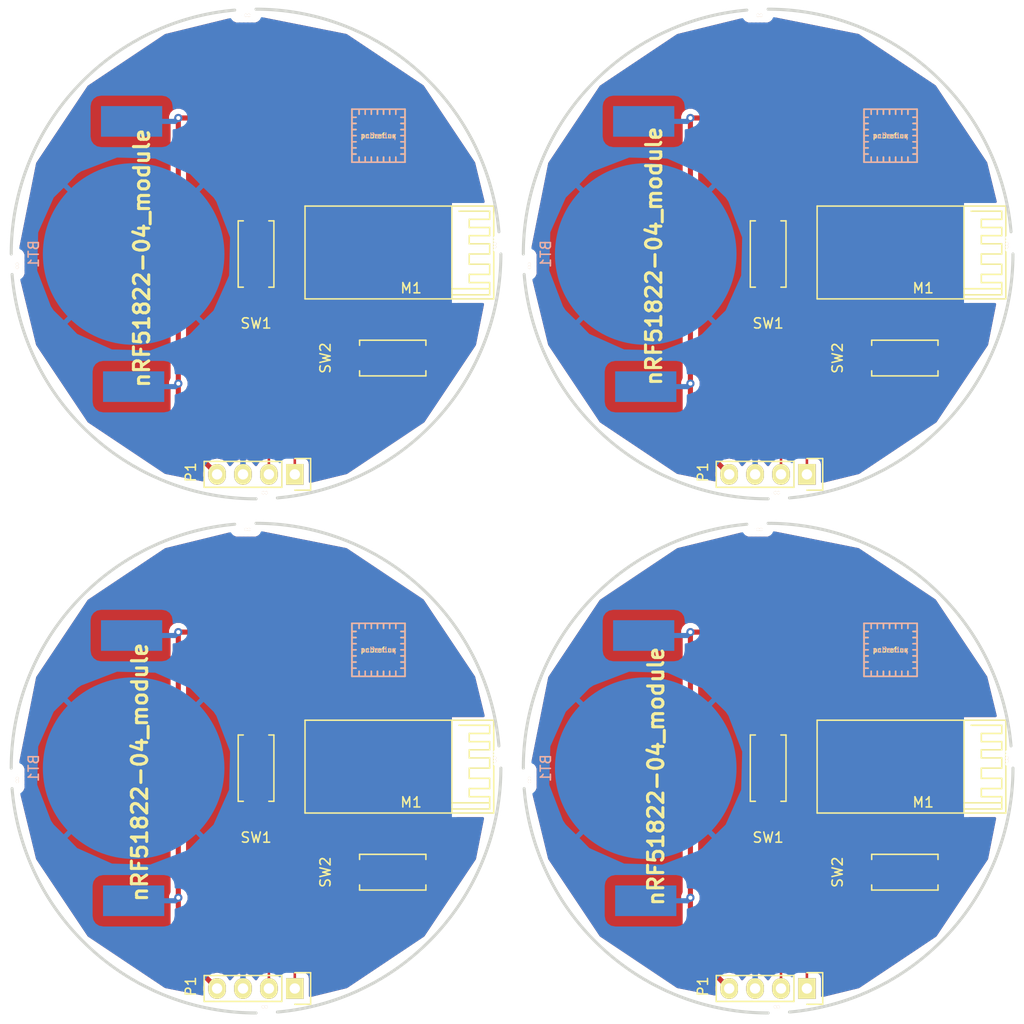
<source format=kicad_pcb>
(kicad_pcb (version 4) (host pcbnew 4.1.0-alpha+201607130321+6976~46~ubuntu16.04.1-product)

  (general
    (links 80)
    (no_connects 36)
    (area 49.899999 66.099999 150.300001 168.308333)
    (thickness 1.6)
    (drawings 38)
    (tracks 120)
    (zones 0)
    (modules 44)
    (nets 13)
  )

  (page A4)
  (layers
    (0 F.Cu signal)
    (31 B.Cu signal)
    (32 B.Adhes user)
    (33 F.Adhes user)
    (34 B.Paste user)
    (35 F.Paste user)
    (36 B.SilkS user)
    (37 F.SilkS user)
    (38 B.Mask user)
    (39 F.Mask user)
    (40 Dwgs.User user)
    (41 Cmts.User user)
    (42 Eco1.User user)
    (43 Eco2.User user)
    (44 Edge.Cuts user)
    (45 Margin user)
    (46 B.CrtYd user)
    (47 F.CrtYd user)
    (48 B.Fab user)
    (49 F.Fab user)
  )

  (setup
    (last_trace_width 0.25)
    (trace_clearance 0.2)
    (zone_clearance 0.508)
    (zone_45_only yes)
    (trace_min 0.2)
    (segment_width 0.2)
    (edge_width 0.3)
    (via_size 0.8)
    (via_drill 0.4)
    (via_min_size 0.4)
    (via_min_drill 0.3)
    (uvia_size 0.3)
    (uvia_drill 0.1)
    (uvias_allowed no)
    (uvia_min_size 0.2)
    (uvia_min_drill 0.1)
    (pcb_text_width 0.3)
    (pcb_text_size 1.5 1.5)
    (mod_edge_width 0.15)
    (mod_text_size 1 1)
    (mod_text_width 0.15)
    (pad_size 3 6)
    (pad_drill 0)
    (pad_to_mask_clearance 0.2)
    (aux_axis_origin 205.2 56.2)
    (grid_origin 205.2 56.2)
    (visible_elements FFFFFF7F)
    (pcbplotparams
      (layerselection 0x030f0_ffffffff)
      (usegerberextensions false)
      (excludeedgelayer true)
      (linewidth 0.100000)
      (plotframeref false)
      (viasonmask false)
      (mode 1)
      (useauxorigin false)
      (hpglpennumber 1)
      (hpglpenspeed 20)
      (hpglpendiameter 15)
      (psnegative false)
      (psa4output false)
      (plotreference true)
      (plotvalue true)
      (plotinvisibletext false)
      (padsonsilk false)
      (subtractmaskfromsilk false)
      (outputformat 1)
      (mirror false)
      (drillshape 0)
      (scaleselection 1)
      (outputdirectory Gerber/))
  )

  (net 0 "")
  (net 1 GND)
  (net 2 "Net-(BT1-Pad1)")
  (net 3 "Net-(M1-Pad13)")
  (net 4 "Net-(M1-Pad11)")
  (net 5 "Net-(M1-Pad10)")
  (net 6 "Net-(M1-Pad9)")
  (net 7 "Net-(M1-Pad8)")
  (net 8 "Net-(M1-Pad7)")
  (net 9 "Net-(M1-Pad6)")
  (net 10 "Net-(M1-Pad5)")
  (net 11 "Net-(M1-Pad4)")
  (net 12 "Net-(M1-Pad3)")

  (net_class Default "This is the default net class."
    (clearance 0.2)
    (trace_width 0.25)
    (via_dia 0.8)
    (via_drill 0.4)
    (uvia_dia 0.3)
    (uvia_drill 0.1)
    (add_net "Net-(M1-Pad10)")
    (add_net "Net-(M1-Pad11)")
    (add_net "Net-(M1-Pad13)")
    (add_net "Net-(M1-Pad3)")
    (add_net "Net-(M1-Pad4)")
    (add_net "Net-(M1-Pad5)")
    (add_net "Net-(M1-Pad6)")
    (add_net "Net-(M1-Pad7)")
    (add_net "Net-(M1-Pad8)")
    (add_net "Net-(M1-Pad9)")
  )

  (net_class XL ""
    (clearance 0.4)
    (trace_width 0.5)
    (via_dia 0.8)
    (via_drill 0.4)
    (uvia_dia 0.3)
    (uvia_drill 0.1)
    (add_net GND)
    (add_net "Net-(BT1-Pad1)")
  )

  (module module:pcbreflux_logo (layer B.Cu) (tedit 5794F58C) (tstamp 579500B0)
    (at 137.2 79.4)
    (fp_text reference REF** (at 0 -3.8) (layer B.SilkS) hide
      (effects (font (size 1 1) (thickness 0.15)) (justify mirror))
    )
    (fp_text value pcbreflux_logo (at 0.2 3.6) (layer B.Fab) hide
      (effects (font (size 1 1) (thickness 0.15)) (justify mirror))
    )
    (fp_text user pcbreflux (at 0 0) (layer B.SilkS)
      (effects (font (size 0.5 0.5) (thickness 0.1)) (justify mirror))
    )
    (fp_line (start 1.7 -2.5) (end 1.7 -2.1) (layer B.SilkS) (width 0.15))
    (fp_line (start 1.1 -2.5) (end 1.1 -2.1) (layer B.SilkS) (width 0.15))
    (fp_line (start 0.5 -2.5) (end 0.5 -2.1) (layer B.SilkS) (width 0.15))
    (fp_line (start -0.1 -2.5) (end -0.1 -2.1) (layer B.SilkS) (width 0.15))
    (fp_line (start -0.7 -2.5) (end -0.7 -2.1) (layer B.SilkS) (width 0.15))
    (fp_line (start -1.3 -2.5) (end -1.3 -2.1) (layer B.SilkS) (width 0.15))
    (fp_line (start -1.9 -2.5) (end -1.9 -2.1) (layer B.SilkS) (width 0.15))
    (fp_line (start -2.6 2.6) (end 2.6 2.6) (layer B.SilkS) (width 0.15))
    (fp_line (start -2.6 -2.6) (end 2.6 -2.6) (layer B.SilkS) (width 0.15))
    (fp_line (start -1.9 2.1) (end -1.9 2.5) (layer B.SilkS) (width 0.15))
    (fp_line (start -1.3 2.1) (end -1.3 2.5) (layer B.SilkS) (width 0.15))
    (fp_line (start -0.7 2.1) (end -0.7 2.5) (layer B.SilkS) (width 0.15))
    (fp_line (start -0.1 2.1) (end -0.1 2.5) (layer B.SilkS) (width 0.15))
    (fp_line (start 0.5 2.1) (end 0.5 2.5) (layer B.SilkS) (width 0.15))
    (fp_line (start 1.1 2.1) (end 1.1 2.5) (layer B.SilkS) (width 0.15))
    (fp_line (start 1.7 2.1) (end 1.7 2.5) (layer B.SilkS) (width 0.15))
    (fp_line (start -2.6 1.8) (end -2.2 1.8) (layer B.SilkS) (width 0.15))
    (fp_line (start -2.6 1.2) (end -2.2 1.2) (layer B.SilkS) (width 0.15))
    (fp_line (start -2.6 0.6) (end -2.2 0.6) (layer B.SilkS) (width 0.15))
    (fp_line (start -2.6 0) (end -2.2 0) (layer B.SilkS) (width 0.15))
    (fp_line (start -2.6 -0.6) (end -2.2 -0.6) (layer B.SilkS) (width 0.15))
    (fp_line (start -2.6 -1.2) (end -2.2 -1.2) (layer B.SilkS) (width 0.15))
    (fp_line (start -2.6 -1.8) (end -2.2 -1.8) (layer B.SilkS) (width 0.15))
    (fp_line (start 2.2 -1.8) (end 2.6 -1.8) (layer B.SilkS) (width 0.15))
    (fp_line (start 2.2 -1.2) (end 2.6 -1.2) (layer B.SilkS) (width 0.15))
    (fp_line (start 2.2 -0.6) (end 2.6 -0.6) (layer B.SilkS) (width 0.15))
    (fp_line (start 2.2 0) (end 2.6 0) (layer B.SilkS) (width 0.15))
    (fp_line (start 2.2 0.6) (end 2.6 0.6) (layer B.SilkS) (width 0.15))
    (fp_line (start 2.2 1.2) (end 2.6 1.2) (layer B.SilkS) (width 0.15))
    (fp_line (start 2.2 1.8) (end 2.6 1.8) (layer B.SilkS) (width 0.15))
    (fp_line (start 2.6 2.6) (end 2.6 -2.6) (layer B.SilkS) (width 0.15))
    (fp_line (start -2.6 -2.6) (end -2.6 2.6) (layer B.SilkS) (width 0.15))
  )

  (module module:nRF51822-04_module (layer F.Cu) (tedit 5794D36B) (tstamp 57950087)
    (at 148.5 95.4)
    (path /5794CD50)
    (fp_text reference M1 (at -8.1 -1.05) (layer F.SilkS)
      (effects (font (size 1 1) (thickness 0.15)))
    )
    (fp_text value nRF51822-04_module (at -8.75 -4.9) (layer F.Fab) hide
      (effects (font (size 1 1) (thickness 0.15)))
    )
    (fp_line (start -0.4 -1) (end -4 -1) (layer F.SilkS) (width 0.15))
    (fp_line (start -3.4 -8.6) (end -0.4 -8.6) (layer F.SilkS) (width 0.15))
    (fp_line (start -0.4 -8.6) (end -0.4 -7.8) (layer F.SilkS) (width 0.15))
    (fp_line (start -0.4 -7.8) (end -2.4 -7.8) (layer F.SilkS) (width 0.15))
    (fp_line (start -2.4 -7.8) (end -2.4 -7) (layer F.SilkS) (width 0.15))
    (fp_line (start -2.4 -7) (end -0.4 -7) (layer F.SilkS) (width 0.15))
    (fp_line (start -0.4 -7) (end -0.4 -6.2) (layer F.SilkS) (width 0.15))
    (fp_line (start -0.4 -6.2) (end -2.4 -6.2) (layer F.SilkS) (width 0.15))
    (fp_line (start -2.4 -6.2) (end -2.4 -5.4) (layer F.SilkS) (width 0.15))
    (fp_line (start -2.4 -5.4) (end -0.4 -5.4) (layer F.SilkS) (width 0.15))
    (fp_line (start -0.4 -5.4) (end -0.4 -4.4) (layer F.SilkS) (width 0.15))
    (fp_line (start -0.4 -4.4) (end -2.4 -4.4) (layer F.SilkS) (width 0.15))
    (fp_line (start -2.4 -4.4) (end -2.4 -3.4) (layer F.SilkS) (width 0.15))
    (fp_line (start -2.4 -3.4) (end -0.4 -3.4) (layer F.SilkS) (width 0.15))
    (fp_line (start -0.4 -3.4) (end -0.4 -2.4) (layer F.SilkS) (width 0.15))
    (fp_line (start -0.4 -2.4) (end -2.4 -2.4) (layer F.SilkS) (width 0.15))
    (fp_line (start -2.4 -2.4) (end -2.4 -1.6) (layer F.SilkS) (width 0.15))
    (fp_line (start -2.4 -1.6) (end -0.4 -1.6) (layer F.SilkS) (width 0.15))
    (fp_line (start -0.4 -1.6) (end -0.4 -0.4) (layer F.SilkS) (width 0.15))
    (fp_line (start -0.4 -0.4) (end -4 -0.4) (layer F.SilkS) (width 0.15))
    (fp_line (start -4.1 0) (end -4.1 -9.1) (layer F.SilkS) (width 0.15))
    (fp_line (start -18.5 0) (end 0 0) (layer F.SilkS) (width 0.15))
    (fp_line (start 0 0) (end 0 -9.1) (layer F.SilkS) (width 0.15))
    (fp_line (start 0 -9.1) (end -18.5 -9.1) (layer F.SilkS) (width 0.15))
    (fp_line (start -18.5 -9.1) (end -18.5 0) (layer F.SilkS) (width 0.15))
    (pad 12 smd rect (at -5.6 0) (size 0.5 1) (layers F.Cu F.Paste F.Mask)
      (net 1 GND))
    (pad 13 smd rect (at -4.45 0) (size 0.5 1) (layers F.Cu F.Paste F.Mask)
      (net 3 "Net-(M1-Pad13)"))
    (pad 11 smd rect (at -11.5 0) (size 0.5 1) (layers F.Cu F.Paste F.Mask)
      (net 4 "Net-(M1-Pad11)"))
    (pad 10 smd rect (at -12.5 0) (size 0.5 1) (layers F.Cu F.Paste F.Mask)
      (net 5 "Net-(M1-Pad10)"))
    (pad 9 smd rect (at -13.5 0) (size 0.5 1) (layers F.Cu F.Paste F.Mask)
      (net 6 "Net-(M1-Pad9)"))
    (pad 8 smd rect (at -14.5 0) (size 0.5 1) (layers F.Cu F.Paste F.Mask)
      (net 7 "Net-(M1-Pad8)"))
    (pad 7 smd rect (at -15.5 0) (size 0.5 1) (layers F.Cu F.Paste F.Mask)
      (net 8 "Net-(M1-Pad7)"))
    (pad 6 smd rect (at -18.5 -3.1) (size 1 0.5) (layers F.Cu F.Paste F.Mask)
      (net 9 "Net-(M1-Pad6)"))
    (pad 5 smd rect (at -18.5 -4.1) (size 1 0.5) (layers F.Cu F.Paste F.Mask)
      (net 10 "Net-(M1-Pad5)"))
    (pad 4 smd rect (at -18.5 -5.1) (size 1 0.5) (layers F.Cu F.Paste F.Mask)
      (net 11 "Net-(M1-Pad4)"))
    (pad 3 smd rect (at -18.5 -6.1) (size 1 0.5) (layers F.Cu F.Paste F.Mask)
      (net 12 "Net-(M1-Pad3)"))
    (pad 2 smd rect (at -18.5 -7.1) (size 1 0.5) (layers F.Cu F.Paste F.Mask))
    (pad 1 smd rect (at -18.5 -8.1) (size 1 0.5) (layers F.Cu F.Paste F.Mask)
      (net 2 "Net-(BT1-Pad1)"))
  )

  (module Pin_Headers:Pin_Header_Straight_1x04 (layer F.Cu) (tedit 5794EBE3) (tstamp 57950075)
    (at 129 112.6 270)
    (descr "Through hole pin header")
    (tags "pin header")
    (path /5794D1CD)
    (fp_text reference P1 (at -0.2 10.2 270) (layer F.SilkS)
      (effects (font (size 1 1) (thickness 0.15)))
    )
    (fp_text value CONN_01X04 (at 0 -3.1 270) (layer F.Fab) hide
      (effects (font (size 1 1) (thickness 0.15)))
    )
    (fp_line (start -1.75 -1.75) (end -1.75 9.4) (layer F.CrtYd) (width 0.05))
    (fp_line (start 1.75 -1.75) (end 1.75 9.4) (layer F.CrtYd) (width 0.05))
    (fp_line (start -1.75 -1.75) (end 1.75 -1.75) (layer F.CrtYd) (width 0.05))
    (fp_line (start -1.75 9.4) (end 1.75 9.4) (layer F.CrtYd) (width 0.05))
    (fp_line (start -1.27 1.27) (end -1.27 8.89) (layer F.SilkS) (width 0.15))
    (fp_line (start 1.27 1.27) (end 1.27 8.89) (layer F.SilkS) (width 0.15))
    (fp_line (start 1.55 -1.55) (end 1.55 0) (layer F.SilkS) (width 0.15))
    (fp_line (start -1.27 8.89) (end 1.27 8.89) (layer F.SilkS) (width 0.15))
    (fp_line (start 1.27 1.27) (end -1.27 1.27) (layer F.SilkS) (width 0.15))
    (fp_line (start -1.55 0) (end -1.55 -1.55) (layer F.SilkS) (width 0.15))
    (fp_line (start -1.55 -1.55) (end 1.55 -1.55) (layer F.SilkS) (width 0.15))
    (pad 1 thru_hole rect (at 0 0 270) (size 2.032 1.7272) (drill 1.016) (layers *.Cu *.Mask F.SilkS)
      (net 4 "Net-(M1-Pad11)"))
    (pad 2 thru_hole oval (at 0 2.54 270) (size 2.032 1.7272) (drill 1.016) (layers *.Cu *.Mask F.SilkS)
      (net 5 "Net-(M1-Pad10)"))
    (pad 3 thru_hole oval (at 0 5.08 270) (size 2.032 1.7272) (drill 1.016) (layers *.Cu *.Mask F.SilkS)
      (net 1 GND))
    (pad 4 thru_hole oval (at 0 7.62 270) (size 2.032 1.7272) (drill 1.016) (layers *.Cu *.Mask F.SilkS)
      (net 2 "Net-(BT1-Pad1)"))
    (model Pin_Headers.3dshapes/Pin_Header_Straight_1x04.wrl
      (at (xyz 0 -0.15 0))
      (scale (xyz 1 1 1))
      (rotate (xyz 0 0 90))
    )
  )

  (module Buttons_Switches_SMD:SW_SPST_REED_CT05-XXXX-G1 (layer F.Cu) (tedit 5794EBD4) (tstamp 57950066)
    (at 125.2 91 270)
    (descr "Coto Technologies SPST Reed Switch CT05-XXXX-G1")
    (tags "Coto Reed SPST Switch")
    (path /5794CEBA)
    (attr smd)
    (fp_text reference SW1 (at 6.8 0) (layer F.SilkS)
      (effects (font (size 1 1) (thickness 0.15)))
    )
    (fp_text value SW_PUSH_SMALL_H (at 0 -2.54 270) (layer F.Fab) hide
      (effects (font (size 1 1) (thickness 0.15)))
    )
    (fp_line (start -5.8 2) (end -5.8 -2) (layer F.CrtYd) (width 0.05))
    (fp_line (start -5.8 -2) (end 5.8 -2) (layer F.CrtYd) (width 0.05))
    (fp_line (start 5.8 -2) (end 5.8 2) (layer F.CrtYd) (width 0.05))
    (fp_line (start 5.8 2) (end -5.8 2) (layer F.CrtYd) (width 0.05))
    (fp_line (start 3.25 1.25) (end 3.25 1.75) (layer F.SilkS) (width 0.15))
    (fp_line (start 3.25 1.75) (end -3.25 1.75) (layer F.SilkS) (width 0.15))
    (fp_line (start -3.25 1.75) (end -3.25 1.25) (layer F.SilkS) (width 0.15))
    (fp_line (start -3.25 -1.25) (end -3.25 -1.75) (layer F.SilkS) (width 0.15))
    (fp_line (start -3.25 -1.75) (end 3.25 -1.75) (layer F.SilkS) (width 0.15))
    (fp_line (start 3.25 -1.75) (end 3.25 -1.25) (layer F.SilkS) (width 0.15))
    (pad 2 smd rect (at 4.275 0 270) (size 2.5 2) (layers F.Cu F.Paste F.Mask)
      (net 8 "Net-(M1-Pad7)"))
    (pad 1 smd rect (at -4.275 0 270) (size 2.5 2) (layers F.Cu F.Paste F.Mask)
      (net 1 GND))
  )

  (module Buttons_Switches_SMD:SW_SPST_REED_CT05-XXXX-G1 (layer F.Cu) (tedit 5794EBDC) (tstamp 57950057)
    (at 138.6 101.2 180)
    (descr "Coto Technologies SPST Reed Switch CT05-XXXX-G1")
    (tags "Coto Reed SPST Switch")
    (path /5794CFA4)
    (attr smd)
    (fp_text reference SW2 (at 6.6 0 270) (layer F.SilkS)
      (effects (font (size 1 1) (thickness 0.15)))
    )
    (fp_text value SW_PUSH_SMALL_H (at 0 -2.54 180) (layer F.Fab) hide
      (effects (font (size 1 1) (thickness 0.15)))
    )
    (fp_line (start -5.8 2) (end -5.8 -2) (layer F.CrtYd) (width 0.05))
    (fp_line (start -5.8 -2) (end 5.8 -2) (layer F.CrtYd) (width 0.05))
    (fp_line (start 5.8 -2) (end 5.8 2) (layer F.CrtYd) (width 0.05))
    (fp_line (start 5.8 2) (end -5.8 2) (layer F.CrtYd) (width 0.05))
    (fp_line (start 3.25 1.25) (end 3.25 1.75) (layer F.SilkS) (width 0.15))
    (fp_line (start 3.25 1.75) (end -3.25 1.75) (layer F.SilkS) (width 0.15))
    (fp_line (start -3.25 1.75) (end -3.25 1.25) (layer F.SilkS) (width 0.15))
    (fp_line (start -3.25 -1.25) (end -3.25 -1.75) (layer F.SilkS) (width 0.15))
    (fp_line (start -3.25 -1.75) (end 3.25 -1.75) (layer F.SilkS) (width 0.15))
    (fp_line (start 3.25 -1.75) (end 3.25 -1.25) (layer F.SilkS) (width 0.15))
    (pad 2 smd rect (at 4.275 0 180) (size 2.5 2) (layers F.Cu F.Paste F.Mask)
      (net 7 "Net-(M1-Pad8)"))
    (pad 1 smd rect (at -4.275 0 180) (size 2.5 2) (layers F.Cu F.Paste F.Mask)
      (net 1 GND))
  )

  (module module:cr2032_bat_holder (layer B.Cu) (tedit 5794F60F) (tstamp 57950051)
    (at 113.2 91 90)
    (path /5794CE20)
    (fp_text reference BT1 (at 0 -9.8 90) (layer B.SilkS)
      (effects (font (size 1 1) (thickness 0.15)) (justify mirror))
    )
    (fp_text value Battery (at -0.2 10 90) (layer B.Fab) hide
      (effects (font (size 1 1) (thickness 0.15)) (justify mirror))
    )
    (pad 1 smd rect (at 13 -0.2 90) (size 3 6) (layers B.Cu B.Paste B.Mask)
      (net 2 "Net-(BT1-Pad1)") (clearance 1))
    (pad 1 smd rect (at -13 0 90) (size 3 6) (layers B.Cu B.Paste B.Mask)
      (net 2 "Net-(BT1-Pad1)") (clearance 1))
    (pad 2 smd circle (at 0 0 90) (size 17.8 17.8) (layers B.Cu B.Paste B.Mask)
      (net 1 GND))
  )

  (module module:pcbreflux_logo (layer F.Cu) (tedit 5794F58C) (tstamp 5795002D)
    (at 137.2 79.4)
    (fp_text reference REF** (at 0 3.8) (layer F.SilkS) hide
      (effects (font (size 1 1) (thickness 0.15)))
    )
    (fp_text value pcbreflux_logo (at 0.2 -3.6) (layer F.Fab) hide
      (effects (font (size 1 1) (thickness 0.15)))
    )
    (fp_text user pcbreflux (at 0 0) (layer F.SilkS)
      (effects (font (size 0.5 0.5) (thickness 0.1)))
    )
    (fp_line (start 1.7 2.5) (end 1.7 2.1) (layer F.SilkS) (width 0.15))
    (fp_line (start 1.1 2.5) (end 1.1 2.1) (layer F.SilkS) (width 0.15))
    (fp_line (start 0.5 2.5) (end 0.5 2.1) (layer F.SilkS) (width 0.15))
    (fp_line (start -0.1 2.5) (end -0.1 2.1) (layer F.SilkS) (width 0.15))
    (fp_line (start -0.7 2.5) (end -0.7 2.1) (layer F.SilkS) (width 0.15))
    (fp_line (start -1.3 2.5) (end -1.3 2.1) (layer F.SilkS) (width 0.15))
    (fp_line (start -1.9 2.5) (end -1.9 2.1) (layer F.SilkS) (width 0.15))
    (fp_line (start -2.6 -2.6) (end 2.6 -2.6) (layer F.SilkS) (width 0.15))
    (fp_line (start -2.6 2.6) (end 2.6 2.6) (layer F.SilkS) (width 0.15))
    (fp_line (start -1.9 -2.1) (end -1.9 -2.5) (layer F.SilkS) (width 0.15))
    (fp_line (start -1.3 -2.1) (end -1.3 -2.5) (layer F.SilkS) (width 0.15))
    (fp_line (start -0.7 -2.1) (end -0.7 -2.5) (layer F.SilkS) (width 0.15))
    (fp_line (start -0.1 -2.1) (end -0.1 -2.5) (layer F.SilkS) (width 0.15))
    (fp_line (start 0.5 -2.1) (end 0.5 -2.5) (layer F.SilkS) (width 0.15))
    (fp_line (start 1.1 -2.1) (end 1.1 -2.5) (layer F.SilkS) (width 0.15))
    (fp_line (start 1.7 -2.1) (end 1.7 -2.5) (layer F.SilkS) (width 0.15))
    (fp_line (start -2.6 -1.8) (end -2.2 -1.8) (layer F.SilkS) (width 0.15))
    (fp_line (start -2.6 -1.2) (end -2.2 -1.2) (layer F.SilkS) (width 0.15))
    (fp_line (start -2.6 -0.6) (end -2.2 -0.6) (layer F.SilkS) (width 0.15))
    (fp_line (start -2.6 0) (end -2.2 0) (layer F.SilkS) (width 0.15))
    (fp_line (start -2.6 0.6) (end -2.2 0.6) (layer F.SilkS) (width 0.15))
    (fp_line (start -2.6 1.2) (end -2.2 1.2) (layer F.SilkS) (width 0.15))
    (fp_line (start -2.6 1.8) (end -2.2 1.8) (layer F.SilkS) (width 0.15))
    (fp_line (start 2.2 1.8) (end 2.6 1.8) (layer F.SilkS) (width 0.15))
    (fp_line (start 2.2 1.2) (end 2.6 1.2) (layer F.SilkS) (width 0.15))
    (fp_line (start 2.2 0.6) (end 2.6 0.6) (layer F.SilkS) (width 0.15))
    (fp_line (start 2.2 0) (end 2.6 0) (layer F.SilkS) (width 0.15))
    (fp_line (start 2.2 -0.6) (end 2.6 -0.6) (layer F.SilkS) (width 0.15))
    (fp_line (start 2.2 -1.2) (end 2.6 -1.2) (layer F.SilkS) (width 0.15))
    (fp_line (start 2.2 -1.8) (end 2.6 -1.8) (layer F.SilkS) (width 0.15))
    (fp_line (start 2.6 -2.6) (end 2.6 2.6) (layer F.SilkS) (width 0.15))
    (fp_line (start -2.6 2.6) (end -2.6 -2.6) (layer F.SilkS) (width 0.15))
  )

  (module module:micro_bite (layer F.Cu) (tedit 5794FA0D) (tstamp 57950025)
    (at 148.6 90 270)
    (fp_text reference REF** (at 0 0.5 270) (layer F.SilkS) hide
      (effects (font (size 0.127 0.127) (thickness 0.01)))
    )
    (fp_text value micro_bite (at 0 -0.5 270) (layer F.Fab) hide
      (effects (font (size 0.127 0.127) (thickness 0.01)))
    )
    (pad "" np_thru_hole circle (at -0.6 0 270) (size 0.3 0.3) (drill 0.3) (layers *.Cu *.Mask))
    (pad "" np_thru_hole circle (at 0.6 0 270) (size 0.3 0.3) (drill 0.3) (layers *.Cu *.Mask))
    (pad "" np_thru_hole circle (at 0.3 0 270) (size 0.3 0.3) (drill 0.3) (layers *.Cu *.SilkS *.Mask))
    (pad "" np_thru_hole circle (at 0 0 270) (size 0.3 0.3) (drill 0.3) (layers *.Cu *.SilkS *.Mask))
    (pad "" np_thru_hole circle (at -0.3 0 270) (size 0.3 0.3) (drill 0.3) (layers *.Cu *.Mask))
  )

  (module module:micro_bite (layer F.Cu) (tedit 5794FA0D) (tstamp 5795001D)
    (at 124.2 67.6)
    (fp_text reference REF** (at 0 0.5) (layer F.SilkS) hide
      (effects (font (size 0.127 0.127) (thickness 0.01)))
    )
    (fp_text value micro_bite (at 0 -0.5) (layer F.Fab) hide
      (effects (font (size 0.127 0.127) (thickness 0.01)))
    )
    (pad "" np_thru_hole circle (at -0.6 0) (size 0.3 0.3) (drill 0.3) (layers *.Cu *.Mask))
    (pad "" np_thru_hole circle (at 0.6 0) (size 0.3 0.3) (drill 0.3) (layers *.Cu *.Mask))
    (pad "" np_thru_hole circle (at 0.3 0) (size 0.3 0.3) (drill 0.3) (layers *.Cu *.SilkS *.Mask))
    (pad "" np_thru_hole circle (at 0 0) (size 0.3 0.3) (drill 0.3) (layers *.Cu *.SilkS *.Mask))
    (pad "" np_thru_hole circle (at -0.3 0) (size 0.3 0.3) (drill 0.3) (layers *.Cu *.Mask))
  )

  (module module:micro_bite (layer F.Cu) (tedit 5794FA0D) (tstamp 57950015)
    (at 101.8 92 270)
    (fp_text reference REF** (at 0 0.5 270) (layer F.SilkS) hide
      (effects (font (size 0.127 0.127) (thickness 0.01)))
    )
    (fp_text value micro_bite (at 0 -0.5 270) (layer F.Fab) hide
      (effects (font (size 0.127 0.127) (thickness 0.01)))
    )
    (pad "" np_thru_hole circle (at -0.6 0 270) (size 0.3 0.3) (drill 0.3) (layers *.Cu *.Mask))
    (pad "" np_thru_hole circle (at 0.6 0 270) (size 0.3 0.3) (drill 0.3) (layers *.Cu *.Mask))
    (pad "" np_thru_hole circle (at 0.3 0 270) (size 0.3 0.3) (drill 0.3) (layers *.Cu *.SilkS *.Mask))
    (pad "" np_thru_hole circle (at 0 0 270) (size 0.3 0.3) (drill 0.3) (layers *.Cu *.SilkS *.Mask))
    (pad "" np_thru_hole circle (at -0.3 0 270) (size 0.3 0.3) (drill 0.3) (layers *.Cu *.Mask))
  )

  (module module:micro_bite (layer F.Cu) (tedit 5794FA0D) (tstamp 5795000D)
    (at 126.2 114.4 180)
    (fp_text reference REF** (at 0 0.5 180) (layer F.SilkS) hide
      (effects (font (size 0.127 0.127) (thickness 0.01)))
    )
    (fp_text value micro_bite (at 0 -0.5 180) (layer F.Fab) hide
      (effects (font (size 0.127 0.127) (thickness 0.01)))
    )
    (pad "" np_thru_hole circle (at -0.6 0 180) (size 0.3 0.3) (drill 0.3) (layers *.Cu *.Mask))
    (pad "" np_thru_hole circle (at 0.6 0 180) (size 0.3 0.3) (drill 0.3) (layers *.Cu *.Mask))
    (pad "" np_thru_hole circle (at 0.3 0 180) (size 0.3 0.3) (drill 0.3) (layers *.Cu *.SilkS *.Mask))
    (pad "" np_thru_hole circle (at 0 0 180) (size 0.3 0.3) (drill 0.3) (layers *.Cu *.SilkS *.Mask))
    (pad "" np_thru_hole circle (at -0.3 0 180) (size 0.3 0.3) (drill 0.3) (layers *.Cu *.Mask))
  )

  (module module:micro_bite (layer F.Cu) (tedit 5794FA0D) (tstamp 5794FEED)
    (at 76 114.4 180)
    (fp_text reference REF** (at 0 0.5 180) (layer F.SilkS) hide
      (effects (font (size 0.127 0.127) (thickness 0.01)))
    )
    (fp_text value micro_bite (at 0 -0.5 180) (layer F.Fab) hide
      (effects (font (size 0.127 0.127) (thickness 0.01)))
    )
    (pad "" np_thru_hole circle (at -0.6 0 180) (size 0.3 0.3) (drill 0.3) (layers *.Cu *.Mask))
    (pad "" np_thru_hole circle (at 0.6 0 180) (size 0.3 0.3) (drill 0.3) (layers *.Cu *.Mask))
    (pad "" np_thru_hole circle (at 0.3 0 180) (size 0.3 0.3) (drill 0.3) (layers *.Cu *.SilkS *.Mask))
    (pad "" np_thru_hole circle (at 0 0 180) (size 0.3 0.3) (drill 0.3) (layers *.Cu *.SilkS *.Mask))
    (pad "" np_thru_hole circle (at -0.3 0 180) (size 0.3 0.3) (drill 0.3) (layers *.Cu *.Mask))
  )

  (module module:micro_bite (layer F.Cu) (tedit 5794FA0D) (tstamp 5794FEE5)
    (at 51.6 92 270)
    (fp_text reference REF** (at 0 0.5 270) (layer F.SilkS) hide
      (effects (font (size 0.127 0.127) (thickness 0.01)))
    )
    (fp_text value micro_bite (at 0 -0.5 270) (layer F.Fab) hide
      (effects (font (size 0.127 0.127) (thickness 0.01)))
    )
    (pad "" np_thru_hole circle (at -0.6 0 270) (size 0.3 0.3) (drill 0.3) (layers *.Cu *.Mask))
    (pad "" np_thru_hole circle (at 0.6 0 270) (size 0.3 0.3) (drill 0.3) (layers *.Cu *.Mask))
    (pad "" np_thru_hole circle (at 0.3 0 270) (size 0.3 0.3) (drill 0.3) (layers *.Cu *.SilkS *.Mask))
    (pad "" np_thru_hole circle (at 0 0 270) (size 0.3 0.3) (drill 0.3) (layers *.Cu *.SilkS *.Mask))
    (pad "" np_thru_hole circle (at -0.3 0 270) (size 0.3 0.3) (drill 0.3) (layers *.Cu *.Mask))
  )

  (module module:micro_bite (layer F.Cu) (tedit 5794FA0D) (tstamp 5794FEDD)
    (at 74 67.6)
    (fp_text reference REF** (at 0 0.5) (layer F.SilkS) hide
      (effects (font (size 0.127 0.127) (thickness 0.01)))
    )
    (fp_text value micro_bite (at 0 -0.5) (layer F.Fab) hide
      (effects (font (size 0.127 0.127) (thickness 0.01)))
    )
    (pad "" np_thru_hole circle (at -0.6 0) (size 0.3 0.3) (drill 0.3) (layers *.Cu *.Mask))
    (pad "" np_thru_hole circle (at 0.6 0) (size 0.3 0.3) (drill 0.3) (layers *.Cu *.Mask))
    (pad "" np_thru_hole circle (at 0.3 0) (size 0.3 0.3) (drill 0.3) (layers *.Cu *.SilkS *.Mask))
    (pad "" np_thru_hole circle (at 0 0) (size 0.3 0.3) (drill 0.3) (layers *.Cu *.SilkS *.Mask))
    (pad "" np_thru_hole circle (at -0.3 0) (size 0.3 0.3) (drill 0.3) (layers *.Cu *.Mask))
  )

  (module module:micro_bite (layer F.Cu) (tedit 5794FA0D) (tstamp 5794FED5)
    (at 98.4 90 270)
    (fp_text reference REF** (at 0 0.5 270) (layer F.SilkS) hide
      (effects (font (size 0.127 0.127) (thickness 0.01)))
    )
    (fp_text value micro_bite (at 0 -0.5 270) (layer F.Fab) hide
      (effects (font (size 0.127 0.127) (thickness 0.01)))
    )
    (pad "" np_thru_hole circle (at -0.6 0 270) (size 0.3 0.3) (drill 0.3) (layers *.Cu *.Mask))
    (pad "" np_thru_hole circle (at 0.6 0 270) (size 0.3 0.3) (drill 0.3) (layers *.Cu *.Mask))
    (pad "" np_thru_hole circle (at 0.3 0 270) (size 0.3 0.3) (drill 0.3) (layers *.Cu *.SilkS *.Mask))
    (pad "" np_thru_hole circle (at 0 0 270) (size 0.3 0.3) (drill 0.3) (layers *.Cu *.SilkS *.Mask))
    (pad "" np_thru_hole circle (at -0.3 0 270) (size 0.3 0.3) (drill 0.3) (layers *.Cu *.Mask))
  )

  (module module:pcbreflux_logo (layer F.Cu) (tedit 5794F58C) (tstamp 5794FEB1)
    (at 87 79.4)
    (fp_text reference REF** (at 0 3.8) (layer F.SilkS) hide
      (effects (font (size 1 1) (thickness 0.15)))
    )
    (fp_text value pcbreflux_logo (at 0.2 -3.6) (layer F.Fab) hide
      (effects (font (size 1 1) (thickness 0.15)))
    )
    (fp_text user pcbreflux (at 0 0) (layer F.SilkS)
      (effects (font (size 0.5 0.5) (thickness 0.1)))
    )
    (fp_line (start 1.7 2.5) (end 1.7 2.1) (layer F.SilkS) (width 0.15))
    (fp_line (start 1.1 2.5) (end 1.1 2.1) (layer F.SilkS) (width 0.15))
    (fp_line (start 0.5 2.5) (end 0.5 2.1) (layer F.SilkS) (width 0.15))
    (fp_line (start -0.1 2.5) (end -0.1 2.1) (layer F.SilkS) (width 0.15))
    (fp_line (start -0.7 2.5) (end -0.7 2.1) (layer F.SilkS) (width 0.15))
    (fp_line (start -1.3 2.5) (end -1.3 2.1) (layer F.SilkS) (width 0.15))
    (fp_line (start -1.9 2.5) (end -1.9 2.1) (layer F.SilkS) (width 0.15))
    (fp_line (start -2.6 -2.6) (end 2.6 -2.6) (layer F.SilkS) (width 0.15))
    (fp_line (start -2.6 2.6) (end 2.6 2.6) (layer F.SilkS) (width 0.15))
    (fp_line (start -1.9 -2.1) (end -1.9 -2.5) (layer F.SilkS) (width 0.15))
    (fp_line (start -1.3 -2.1) (end -1.3 -2.5) (layer F.SilkS) (width 0.15))
    (fp_line (start -0.7 -2.1) (end -0.7 -2.5) (layer F.SilkS) (width 0.15))
    (fp_line (start -0.1 -2.1) (end -0.1 -2.5) (layer F.SilkS) (width 0.15))
    (fp_line (start 0.5 -2.1) (end 0.5 -2.5) (layer F.SilkS) (width 0.15))
    (fp_line (start 1.1 -2.1) (end 1.1 -2.5) (layer F.SilkS) (width 0.15))
    (fp_line (start 1.7 -2.1) (end 1.7 -2.5) (layer F.SilkS) (width 0.15))
    (fp_line (start -2.6 -1.8) (end -2.2 -1.8) (layer F.SilkS) (width 0.15))
    (fp_line (start -2.6 -1.2) (end -2.2 -1.2) (layer F.SilkS) (width 0.15))
    (fp_line (start -2.6 -0.6) (end -2.2 -0.6) (layer F.SilkS) (width 0.15))
    (fp_line (start -2.6 0) (end -2.2 0) (layer F.SilkS) (width 0.15))
    (fp_line (start -2.6 0.6) (end -2.2 0.6) (layer F.SilkS) (width 0.15))
    (fp_line (start -2.6 1.2) (end -2.2 1.2) (layer F.SilkS) (width 0.15))
    (fp_line (start -2.6 1.8) (end -2.2 1.8) (layer F.SilkS) (width 0.15))
    (fp_line (start 2.2 1.8) (end 2.6 1.8) (layer F.SilkS) (width 0.15))
    (fp_line (start 2.2 1.2) (end 2.6 1.2) (layer F.SilkS) (width 0.15))
    (fp_line (start 2.2 0.6) (end 2.6 0.6) (layer F.SilkS) (width 0.15))
    (fp_line (start 2.2 0) (end 2.6 0) (layer F.SilkS) (width 0.15))
    (fp_line (start 2.2 -0.6) (end 2.6 -0.6) (layer F.SilkS) (width 0.15))
    (fp_line (start 2.2 -1.2) (end 2.6 -1.2) (layer F.SilkS) (width 0.15))
    (fp_line (start 2.2 -1.8) (end 2.6 -1.8) (layer F.SilkS) (width 0.15))
    (fp_line (start 2.6 -2.6) (end 2.6 2.6) (layer F.SilkS) (width 0.15))
    (fp_line (start -2.6 2.6) (end -2.6 -2.6) (layer F.SilkS) (width 0.15))
  )

  (module module:cr2032_bat_holder (layer B.Cu) (tedit 5794F60F) (tstamp 5794FEAB)
    (at 63 91 90)
    (path /5794CE20)
    (fp_text reference BT1 (at 0 -9.8 90) (layer B.SilkS)
      (effects (font (size 1 1) (thickness 0.15)) (justify mirror))
    )
    (fp_text value Battery (at -0.2 10 90) (layer B.Fab) hide
      (effects (font (size 1 1) (thickness 0.15)) (justify mirror))
    )
    (pad 1 smd rect (at 13 -0.2 90) (size 3 6) (layers B.Cu B.Paste B.Mask)
      (net 2 "Net-(BT1-Pad1)") (clearance 1))
    (pad 1 smd rect (at -13 0 90) (size 3 6) (layers B.Cu B.Paste B.Mask)
      (net 2 "Net-(BT1-Pad1)") (clearance 1))
    (pad 2 smd circle (at 0 0 90) (size 17.8 17.8) (layers B.Cu B.Paste B.Mask)
      (net 1 GND))
  )

  (module Buttons_Switches_SMD:SW_SPST_REED_CT05-XXXX-G1 (layer F.Cu) (tedit 5794EBDC) (tstamp 5794FE9C)
    (at 88.4 101.2 180)
    (descr "Coto Technologies SPST Reed Switch CT05-XXXX-G1")
    (tags "Coto Reed SPST Switch")
    (path /5794CFA4)
    (attr smd)
    (fp_text reference SW2 (at 6.6 0 270) (layer F.SilkS)
      (effects (font (size 1 1) (thickness 0.15)))
    )
    (fp_text value SW_PUSH_SMALL_H (at 0 -2.54 180) (layer F.Fab) hide
      (effects (font (size 1 1) (thickness 0.15)))
    )
    (fp_line (start -5.8 2) (end -5.8 -2) (layer F.CrtYd) (width 0.05))
    (fp_line (start -5.8 -2) (end 5.8 -2) (layer F.CrtYd) (width 0.05))
    (fp_line (start 5.8 -2) (end 5.8 2) (layer F.CrtYd) (width 0.05))
    (fp_line (start 5.8 2) (end -5.8 2) (layer F.CrtYd) (width 0.05))
    (fp_line (start 3.25 1.25) (end 3.25 1.75) (layer F.SilkS) (width 0.15))
    (fp_line (start 3.25 1.75) (end -3.25 1.75) (layer F.SilkS) (width 0.15))
    (fp_line (start -3.25 1.75) (end -3.25 1.25) (layer F.SilkS) (width 0.15))
    (fp_line (start -3.25 -1.25) (end -3.25 -1.75) (layer F.SilkS) (width 0.15))
    (fp_line (start -3.25 -1.75) (end 3.25 -1.75) (layer F.SilkS) (width 0.15))
    (fp_line (start 3.25 -1.75) (end 3.25 -1.25) (layer F.SilkS) (width 0.15))
    (pad 2 smd rect (at 4.275 0 180) (size 2.5 2) (layers F.Cu F.Paste F.Mask)
      (net 7 "Net-(M1-Pad8)"))
    (pad 1 smd rect (at -4.275 0 180) (size 2.5 2) (layers F.Cu F.Paste F.Mask)
      (net 1 GND))
  )

  (module Buttons_Switches_SMD:SW_SPST_REED_CT05-XXXX-G1 (layer F.Cu) (tedit 5794EBD4) (tstamp 5794FE8D)
    (at 75 91 270)
    (descr "Coto Technologies SPST Reed Switch CT05-XXXX-G1")
    (tags "Coto Reed SPST Switch")
    (path /5794CEBA)
    (attr smd)
    (fp_text reference SW1 (at 6.8 0) (layer F.SilkS)
      (effects (font (size 1 1) (thickness 0.15)))
    )
    (fp_text value SW_PUSH_SMALL_H (at 0 -2.54 270) (layer F.Fab) hide
      (effects (font (size 1 1) (thickness 0.15)))
    )
    (fp_line (start -5.8 2) (end -5.8 -2) (layer F.CrtYd) (width 0.05))
    (fp_line (start -5.8 -2) (end 5.8 -2) (layer F.CrtYd) (width 0.05))
    (fp_line (start 5.8 -2) (end 5.8 2) (layer F.CrtYd) (width 0.05))
    (fp_line (start 5.8 2) (end -5.8 2) (layer F.CrtYd) (width 0.05))
    (fp_line (start 3.25 1.25) (end 3.25 1.75) (layer F.SilkS) (width 0.15))
    (fp_line (start 3.25 1.75) (end -3.25 1.75) (layer F.SilkS) (width 0.15))
    (fp_line (start -3.25 1.75) (end -3.25 1.25) (layer F.SilkS) (width 0.15))
    (fp_line (start -3.25 -1.25) (end -3.25 -1.75) (layer F.SilkS) (width 0.15))
    (fp_line (start -3.25 -1.75) (end 3.25 -1.75) (layer F.SilkS) (width 0.15))
    (fp_line (start 3.25 -1.75) (end 3.25 -1.25) (layer F.SilkS) (width 0.15))
    (pad 2 smd rect (at 4.275 0 270) (size 2.5 2) (layers F.Cu F.Paste F.Mask)
      (net 8 "Net-(M1-Pad7)"))
    (pad 1 smd rect (at -4.275 0 270) (size 2.5 2) (layers F.Cu F.Paste F.Mask)
      (net 1 GND))
  )

  (module Pin_Headers:Pin_Header_Straight_1x04 (layer F.Cu) (tedit 5794EBE3) (tstamp 5794FE7B)
    (at 78.8 112.6 270)
    (descr "Through hole pin header")
    (tags "pin header")
    (path /5794D1CD)
    (fp_text reference P1 (at -0.2 10.2 270) (layer F.SilkS)
      (effects (font (size 1 1) (thickness 0.15)))
    )
    (fp_text value CONN_01X04 (at 0 -3.1 270) (layer F.Fab) hide
      (effects (font (size 1 1) (thickness 0.15)))
    )
    (fp_line (start -1.75 -1.75) (end -1.75 9.4) (layer F.CrtYd) (width 0.05))
    (fp_line (start 1.75 -1.75) (end 1.75 9.4) (layer F.CrtYd) (width 0.05))
    (fp_line (start -1.75 -1.75) (end 1.75 -1.75) (layer F.CrtYd) (width 0.05))
    (fp_line (start -1.75 9.4) (end 1.75 9.4) (layer F.CrtYd) (width 0.05))
    (fp_line (start -1.27 1.27) (end -1.27 8.89) (layer F.SilkS) (width 0.15))
    (fp_line (start 1.27 1.27) (end 1.27 8.89) (layer F.SilkS) (width 0.15))
    (fp_line (start 1.55 -1.55) (end 1.55 0) (layer F.SilkS) (width 0.15))
    (fp_line (start -1.27 8.89) (end 1.27 8.89) (layer F.SilkS) (width 0.15))
    (fp_line (start 1.27 1.27) (end -1.27 1.27) (layer F.SilkS) (width 0.15))
    (fp_line (start -1.55 0) (end -1.55 -1.55) (layer F.SilkS) (width 0.15))
    (fp_line (start -1.55 -1.55) (end 1.55 -1.55) (layer F.SilkS) (width 0.15))
    (pad 1 thru_hole rect (at 0 0 270) (size 2.032 1.7272) (drill 1.016) (layers *.Cu *.Mask F.SilkS)
      (net 4 "Net-(M1-Pad11)"))
    (pad 2 thru_hole oval (at 0 2.54 270) (size 2.032 1.7272) (drill 1.016) (layers *.Cu *.Mask F.SilkS)
      (net 5 "Net-(M1-Pad10)"))
    (pad 3 thru_hole oval (at 0 5.08 270) (size 2.032 1.7272) (drill 1.016) (layers *.Cu *.Mask F.SilkS)
      (net 1 GND))
    (pad 4 thru_hole oval (at 0 7.62 270) (size 2.032 1.7272) (drill 1.016) (layers *.Cu *.Mask F.SilkS)
      (net 2 "Net-(BT1-Pad1)"))
    (model Pin_Headers.3dshapes/Pin_Header_Straight_1x04.wrl
      (at (xyz 0 -0.15 0))
      (scale (xyz 1 1 1))
      (rotate (xyz 0 0 90))
    )
  )

  (module module:nRF51822-04_module (layer F.Cu) (tedit 5794D36B) (tstamp 5794FE52)
    (at 98.3 95.4)
    (path /5794CD50)
    (fp_text reference M1 (at -8.1 -1.05) (layer F.SilkS)
      (effects (font (size 1 1) (thickness 0.15)))
    )
    (fp_text value nRF51822-04_module (at -8.75 -4.9) (layer F.Fab) hide
      (effects (font (size 1 1) (thickness 0.15)))
    )
    (fp_line (start -0.4 -1) (end -4 -1) (layer F.SilkS) (width 0.15))
    (fp_line (start -3.4 -8.6) (end -0.4 -8.6) (layer F.SilkS) (width 0.15))
    (fp_line (start -0.4 -8.6) (end -0.4 -7.8) (layer F.SilkS) (width 0.15))
    (fp_line (start -0.4 -7.8) (end -2.4 -7.8) (layer F.SilkS) (width 0.15))
    (fp_line (start -2.4 -7.8) (end -2.4 -7) (layer F.SilkS) (width 0.15))
    (fp_line (start -2.4 -7) (end -0.4 -7) (layer F.SilkS) (width 0.15))
    (fp_line (start -0.4 -7) (end -0.4 -6.2) (layer F.SilkS) (width 0.15))
    (fp_line (start -0.4 -6.2) (end -2.4 -6.2) (layer F.SilkS) (width 0.15))
    (fp_line (start -2.4 -6.2) (end -2.4 -5.4) (layer F.SilkS) (width 0.15))
    (fp_line (start -2.4 -5.4) (end -0.4 -5.4) (layer F.SilkS) (width 0.15))
    (fp_line (start -0.4 -5.4) (end -0.4 -4.4) (layer F.SilkS) (width 0.15))
    (fp_line (start -0.4 -4.4) (end -2.4 -4.4) (layer F.SilkS) (width 0.15))
    (fp_line (start -2.4 -4.4) (end -2.4 -3.4) (layer F.SilkS) (width 0.15))
    (fp_line (start -2.4 -3.4) (end -0.4 -3.4) (layer F.SilkS) (width 0.15))
    (fp_line (start -0.4 -3.4) (end -0.4 -2.4) (layer F.SilkS) (width 0.15))
    (fp_line (start -0.4 -2.4) (end -2.4 -2.4) (layer F.SilkS) (width 0.15))
    (fp_line (start -2.4 -2.4) (end -2.4 -1.6) (layer F.SilkS) (width 0.15))
    (fp_line (start -2.4 -1.6) (end -0.4 -1.6) (layer F.SilkS) (width 0.15))
    (fp_line (start -0.4 -1.6) (end -0.4 -0.4) (layer F.SilkS) (width 0.15))
    (fp_line (start -0.4 -0.4) (end -4 -0.4) (layer F.SilkS) (width 0.15))
    (fp_line (start -4.1 0) (end -4.1 -9.1) (layer F.SilkS) (width 0.15))
    (fp_line (start -18.5 0) (end 0 0) (layer F.SilkS) (width 0.15))
    (fp_line (start 0 0) (end 0 -9.1) (layer F.SilkS) (width 0.15))
    (fp_line (start 0 -9.1) (end -18.5 -9.1) (layer F.SilkS) (width 0.15))
    (fp_line (start -18.5 -9.1) (end -18.5 0) (layer F.SilkS) (width 0.15))
    (pad 12 smd rect (at -5.6 0) (size 0.5 1) (layers F.Cu F.Paste F.Mask)
      (net 1 GND))
    (pad 13 smd rect (at -4.45 0) (size 0.5 1) (layers F.Cu F.Paste F.Mask)
      (net 3 "Net-(M1-Pad13)"))
    (pad 11 smd rect (at -11.5 0) (size 0.5 1) (layers F.Cu F.Paste F.Mask)
      (net 4 "Net-(M1-Pad11)"))
    (pad 10 smd rect (at -12.5 0) (size 0.5 1) (layers F.Cu F.Paste F.Mask)
      (net 5 "Net-(M1-Pad10)"))
    (pad 9 smd rect (at -13.5 0) (size 0.5 1) (layers F.Cu F.Paste F.Mask)
      (net 6 "Net-(M1-Pad9)"))
    (pad 8 smd rect (at -14.5 0) (size 0.5 1) (layers F.Cu F.Paste F.Mask)
      (net 7 "Net-(M1-Pad8)"))
    (pad 7 smd rect (at -15.5 0) (size 0.5 1) (layers F.Cu F.Paste F.Mask)
      (net 8 "Net-(M1-Pad7)"))
    (pad 6 smd rect (at -18.5 -3.1) (size 1 0.5) (layers F.Cu F.Paste F.Mask)
      (net 9 "Net-(M1-Pad6)"))
    (pad 5 smd rect (at -18.5 -4.1) (size 1 0.5) (layers F.Cu F.Paste F.Mask)
      (net 10 "Net-(M1-Pad5)"))
    (pad 4 smd rect (at -18.5 -5.1) (size 1 0.5) (layers F.Cu F.Paste F.Mask)
      (net 11 "Net-(M1-Pad4)"))
    (pad 3 smd rect (at -18.5 -6.1) (size 1 0.5) (layers F.Cu F.Paste F.Mask)
      (net 12 "Net-(M1-Pad3)"))
    (pad 2 smd rect (at -18.5 -7.1) (size 1 0.5) (layers F.Cu F.Paste F.Mask))
    (pad 1 smd rect (at -18.5 -8.1) (size 1 0.5) (layers F.Cu F.Paste F.Mask)
      (net 2 "Net-(BT1-Pad1)"))
  )

  (module module:pcbreflux_logo (layer B.Cu) (tedit 5794F58C) (tstamp 5794FE2E)
    (at 87 79.4)
    (fp_text reference REF** (at 0 -3.8) (layer B.SilkS) hide
      (effects (font (size 1 1) (thickness 0.15)) (justify mirror))
    )
    (fp_text value pcbreflux_logo (at 0.2 3.6) (layer B.Fab) hide
      (effects (font (size 1 1) (thickness 0.15)) (justify mirror))
    )
    (fp_text user pcbreflux (at 0 0) (layer B.SilkS)
      (effects (font (size 0.5 0.5) (thickness 0.1)) (justify mirror))
    )
    (fp_line (start 1.7 -2.5) (end 1.7 -2.1) (layer B.SilkS) (width 0.15))
    (fp_line (start 1.1 -2.5) (end 1.1 -2.1) (layer B.SilkS) (width 0.15))
    (fp_line (start 0.5 -2.5) (end 0.5 -2.1) (layer B.SilkS) (width 0.15))
    (fp_line (start -0.1 -2.5) (end -0.1 -2.1) (layer B.SilkS) (width 0.15))
    (fp_line (start -0.7 -2.5) (end -0.7 -2.1) (layer B.SilkS) (width 0.15))
    (fp_line (start -1.3 -2.5) (end -1.3 -2.1) (layer B.SilkS) (width 0.15))
    (fp_line (start -1.9 -2.5) (end -1.9 -2.1) (layer B.SilkS) (width 0.15))
    (fp_line (start -2.6 2.6) (end 2.6 2.6) (layer B.SilkS) (width 0.15))
    (fp_line (start -2.6 -2.6) (end 2.6 -2.6) (layer B.SilkS) (width 0.15))
    (fp_line (start -1.9 2.1) (end -1.9 2.5) (layer B.SilkS) (width 0.15))
    (fp_line (start -1.3 2.1) (end -1.3 2.5) (layer B.SilkS) (width 0.15))
    (fp_line (start -0.7 2.1) (end -0.7 2.5) (layer B.SilkS) (width 0.15))
    (fp_line (start -0.1 2.1) (end -0.1 2.5) (layer B.SilkS) (width 0.15))
    (fp_line (start 0.5 2.1) (end 0.5 2.5) (layer B.SilkS) (width 0.15))
    (fp_line (start 1.1 2.1) (end 1.1 2.5) (layer B.SilkS) (width 0.15))
    (fp_line (start 1.7 2.1) (end 1.7 2.5) (layer B.SilkS) (width 0.15))
    (fp_line (start -2.6 1.8) (end -2.2 1.8) (layer B.SilkS) (width 0.15))
    (fp_line (start -2.6 1.2) (end -2.2 1.2) (layer B.SilkS) (width 0.15))
    (fp_line (start -2.6 0.6) (end -2.2 0.6) (layer B.SilkS) (width 0.15))
    (fp_line (start -2.6 0) (end -2.2 0) (layer B.SilkS) (width 0.15))
    (fp_line (start -2.6 -0.6) (end -2.2 -0.6) (layer B.SilkS) (width 0.15))
    (fp_line (start -2.6 -1.2) (end -2.2 -1.2) (layer B.SilkS) (width 0.15))
    (fp_line (start -2.6 -1.8) (end -2.2 -1.8) (layer B.SilkS) (width 0.15))
    (fp_line (start 2.2 -1.8) (end 2.6 -1.8) (layer B.SilkS) (width 0.15))
    (fp_line (start 2.2 -1.2) (end 2.6 -1.2) (layer B.SilkS) (width 0.15))
    (fp_line (start 2.2 -0.6) (end 2.6 -0.6) (layer B.SilkS) (width 0.15))
    (fp_line (start 2.2 0) (end 2.6 0) (layer B.SilkS) (width 0.15))
    (fp_line (start 2.2 0.6) (end 2.6 0.6) (layer B.SilkS) (width 0.15))
    (fp_line (start 2.2 1.2) (end 2.6 1.2) (layer B.SilkS) (width 0.15))
    (fp_line (start 2.2 1.8) (end 2.6 1.8) (layer B.SilkS) (width 0.15))
    (fp_line (start 2.6 2.6) (end 2.6 -2.6) (layer B.SilkS) (width 0.15))
    (fp_line (start -2.6 -2.6) (end -2.6 2.6) (layer B.SilkS) (width 0.15))
  )

  (module module:micro_bite (layer F.Cu) (tedit 5794FA0D) (tstamp 5794FDFE)
    (at 126.2 164.8 180)
    (fp_text reference REF** (at 0 0.5 180) (layer F.SilkS) hide
      (effects (font (size 0.127 0.127) (thickness 0.01)))
    )
    (fp_text value micro_bite (at 0 -0.5 180) (layer F.Fab) hide
      (effects (font (size 0.127 0.127) (thickness 0.01)))
    )
    (pad "" np_thru_hole circle (at -0.6 0 180) (size 0.3 0.3) (drill 0.3) (layers *.Cu *.Mask))
    (pad "" np_thru_hole circle (at 0.6 0 180) (size 0.3 0.3) (drill 0.3) (layers *.Cu *.Mask))
    (pad "" np_thru_hole circle (at 0.3 0 180) (size 0.3 0.3) (drill 0.3) (layers *.Cu *.SilkS *.Mask))
    (pad "" np_thru_hole circle (at 0 0 180) (size 0.3 0.3) (drill 0.3) (layers *.Cu *.SilkS *.Mask))
    (pad "" np_thru_hole circle (at -0.3 0 180) (size 0.3 0.3) (drill 0.3) (layers *.Cu *.Mask))
  )

  (module module:micro_bite (layer F.Cu) (tedit 5794FA0D) (tstamp 5794FDF6)
    (at 101.8 142.4 270)
    (fp_text reference REF** (at 0 0.5 270) (layer F.SilkS) hide
      (effects (font (size 0.127 0.127) (thickness 0.01)))
    )
    (fp_text value micro_bite (at 0 -0.5 270) (layer F.Fab) hide
      (effects (font (size 0.127 0.127) (thickness 0.01)))
    )
    (pad "" np_thru_hole circle (at -0.6 0 270) (size 0.3 0.3) (drill 0.3) (layers *.Cu *.Mask))
    (pad "" np_thru_hole circle (at 0.6 0 270) (size 0.3 0.3) (drill 0.3) (layers *.Cu *.Mask))
    (pad "" np_thru_hole circle (at 0.3 0 270) (size 0.3 0.3) (drill 0.3) (layers *.Cu *.SilkS *.Mask))
    (pad "" np_thru_hole circle (at 0 0 270) (size 0.3 0.3) (drill 0.3) (layers *.Cu *.SilkS *.Mask))
    (pad "" np_thru_hole circle (at -0.3 0 270) (size 0.3 0.3) (drill 0.3) (layers *.Cu *.Mask))
  )

  (module module:micro_bite (layer F.Cu) (tedit 5794FA0D) (tstamp 5794FDEE)
    (at 124.2 118)
    (fp_text reference REF** (at 0 0.5) (layer F.SilkS) hide
      (effects (font (size 0.127 0.127) (thickness 0.01)))
    )
    (fp_text value micro_bite (at 0 -0.5) (layer F.Fab) hide
      (effects (font (size 0.127 0.127) (thickness 0.01)))
    )
    (pad "" np_thru_hole circle (at -0.6 0) (size 0.3 0.3) (drill 0.3) (layers *.Cu *.Mask))
    (pad "" np_thru_hole circle (at 0.6 0) (size 0.3 0.3) (drill 0.3) (layers *.Cu *.Mask))
    (pad "" np_thru_hole circle (at 0.3 0) (size 0.3 0.3) (drill 0.3) (layers *.Cu *.SilkS *.Mask))
    (pad "" np_thru_hole circle (at 0 0) (size 0.3 0.3) (drill 0.3) (layers *.Cu *.SilkS *.Mask))
    (pad "" np_thru_hole circle (at -0.3 0) (size 0.3 0.3) (drill 0.3) (layers *.Cu *.Mask))
  )

  (module module:micro_bite (layer F.Cu) (tedit 5794FA0D) (tstamp 5794FDE6)
    (at 148.6 140.4 270)
    (fp_text reference REF** (at 0 0.5 270) (layer F.SilkS) hide
      (effects (font (size 0.127 0.127) (thickness 0.01)))
    )
    (fp_text value micro_bite (at 0 -0.5 270) (layer F.Fab) hide
      (effects (font (size 0.127 0.127) (thickness 0.01)))
    )
    (pad "" np_thru_hole circle (at -0.6 0 270) (size 0.3 0.3) (drill 0.3) (layers *.Cu *.Mask))
    (pad "" np_thru_hole circle (at 0.6 0 270) (size 0.3 0.3) (drill 0.3) (layers *.Cu *.Mask))
    (pad "" np_thru_hole circle (at 0.3 0 270) (size 0.3 0.3) (drill 0.3) (layers *.Cu *.SilkS *.Mask))
    (pad "" np_thru_hole circle (at 0 0 270) (size 0.3 0.3) (drill 0.3) (layers *.Cu *.SilkS *.Mask))
    (pad "" np_thru_hole circle (at -0.3 0 270) (size 0.3 0.3) (drill 0.3) (layers *.Cu *.Mask))
  )

  (module module:pcbreflux_logo (layer F.Cu) (tedit 5794F58C) (tstamp 5794FDC2)
    (at 137.2 129.8)
    (fp_text reference REF** (at 0 3.8) (layer F.SilkS) hide
      (effects (font (size 1 1) (thickness 0.15)))
    )
    (fp_text value pcbreflux_logo (at 0.2 -3.6) (layer F.Fab) hide
      (effects (font (size 1 1) (thickness 0.15)))
    )
    (fp_text user pcbreflux (at 0 0) (layer F.SilkS)
      (effects (font (size 0.5 0.5) (thickness 0.1)))
    )
    (fp_line (start 1.7 2.5) (end 1.7 2.1) (layer F.SilkS) (width 0.15))
    (fp_line (start 1.1 2.5) (end 1.1 2.1) (layer F.SilkS) (width 0.15))
    (fp_line (start 0.5 2.5) (end 0.5 2.1) (layer F.SilkS) (width 0.15))
    (fp_line (start -0.1 2.5) (end -0.1 2.1) (layer F.SilkS) (width 0.15))
    (fp_line (start -0.7 2.5) (end -0.7 2.1) (layer F.SilkS) (width 0.15))
    (fp_line (start -1.3 2.5) (end -1.3 2.1) (layer F.SilkS) (width 0.15))
    (fp_line (start -1.9 2.5) (end -1.9 2.1) (layer F.SilkS) (width 0.15))
    (fp_line (start -2.6 -2.6) (end 2.6 -2.6) (layer F.SilkS) (width 0.15))
    (fp_line (start -2.6 2.6) (end 2.6 2.6) (layer F.SilkS) (width 0.15))
    (fp_line (start -1.9 -2.1) (end -1.9 -2.5) (layer F.SilkS) (width 0.15))
    (fp_line (start -1.3 -2.1) (end -1.3 -2.5) (layer F.SilkS) (width 0.15))
    (fp_line (start -0.7 -2.1) (end -0.7 -2.5) (layer F.SilkS) (width 0.15))
    (fp_line (start -0.1 -2.1) (end -0.1 -2.5) (layer F.SilkS) (width 0.15))
    (fp_line (start 0.5 -2.1) (end 0.5 -2.5) (layer F.SilkS) (width 0.15))
    (fp_line (start 1.1 -2.1) (end 1.1 -2.5) (layer F.SilkS) (width 0.15))
    (fp_line (start 1.7 -2.1) (end 1.7 -2.5) (layer F.SilkS) (width 0.15))
    (fp_line (start -2.6 -1.8) (end -2.2 -1.8) (layer F.SilkS) (width 0.15))
    (fp_line (start -2.6 -1.2) (end -2.2 -1.2) (layer F.SilkS) (width 0.15))
    (fp_line (start -2.6 -0.6) (end -2.2 -0.6) (layer F.SilkS) (width 0.15))
    (fp_line (start -2.6 0) (end -2.2 0) (layer F.SilkS) (width 0.15))
    (fp_line (start -2.6 0.6) (end -2.2 0.6) (layer F.SilkS) (width 0.15))
    (fp_line (start -2.6 1.2) (end -2.2 1.2) (layer F.SilkS) (width 0.15))
    (fp_line (start -2.6 1.8) (end -2.2 1.8) (layer F.SilkS) (width 0.15))
    (fp_line (start 2.2 1.8) (end 2.6 1.8) (layer F.SilkS) (width 0.15))
    (fp_line (start 2.2 1.2) (end 2.6 1.2) (layer F.SilkS) (width 0.15))
    (fp_line (start 2.2 0.6) (end 2.6 0.6) (layer F.SilkS) (width 0.15))
    (fp_line (start 2.2 0) (end 2.6 0) (layer F.SilkS) (width 0.15))
    (fp_line (start 2.2 -0.6) (end 2.6 -0.6) (layer F.SilkS) (width 0.15))
    (fp_line (start 2.2 -1.2) (end 2.6 -1.2) (layer F.SilkS) (width 0.15))
    (fp_line (start 2.2 -1.8) (end 2.6 -1.8) (layer F.SilkS) (width 0.15))
    (fp_line (start 2.6 -2.6) (end 2.6 2.6) (layer F.SilkS) (width 0.15))
    (fp_line (start -2.6 2.6) (end -2.6 -2.6) (layer F.SilkS) (width 0.15))
  )

  (module module:cr2032_bat_holder (layer B.Cu) (tedit 5794F60F) (tstamp 5794FDBC)
    (at 113.2 141.4 90)
    (path /5794CE20)
    (fp_text reference BT1 (at 0 -9.8 90) (layer B.SilkS)
      (effects (font (size 1 1) (thickness 0.15)) (justify mirror))
    )
    (fp_text value Battery (at -0.2 10 90) (layer B.Fab) hide
      (effects (font (size 1 1) (thickness 0.15)) (justify mirror))
    )
    (pad 1 smd rect (at 13 -0.2 90) (size 3 6) (layers B.Cu B.Paste B.Mask)
      (net 2 "Net-(BT1-Pad1)") (clearance 1))
    (pad 1 smd rect (at -13 0 90) (size 3 6) (layers B.Cu B.Paste B.Mask)
      (net 2 "Net-(BT1-Pad1)") (clearance 1))
    (pad 2 smd circle (at 0 0 90) (size 17.8 17.8) (layers B.Cu B.Paste B.Mask)
      (net 1 GND))
  )

  (module Buttons_Switches_SMD:SW_SPST_REED_CT05-XXXX-G1 (layer F.Cu) (tedit 5794EBDC) (tstamp 5794FDAD)
    (at 138.6 151.6 180)
    (descr "Coto Technologies SPST Reed Switch CT05-XXXX-G1")
    (tags "Coto Reed SPST Switch")
    (path /5794CFA4)
    (attr smd)
    (fp_text reference SW2 (at 6.6 0 270) (layer F.SilkS)
      (effects (font (size 1 1) (thickness 0.15)))
    )
    (fp_text value SW_PUSH_SMALL_H (at 0 -2.54 180) (layer F.Fab) hide
      (effects (font (size 1 1) (thickness 0.15)))
    )
    (fp_line (start -5.8 2) (end -5.8 -2) (layer F.CrtYd) (width 0.05))
    (fp_line (start -5.8 -2) (end 5.8 -2) (layer F.CrtYd) (width 0.05))
    (fp_line (start 5.8 -2) (end 5.8 2) (layer F.CrtYd) (width 0.05))
    (fp_line (start 5.8 2) (end -5.8 2) (layer F.CrtYd) (width 0.05))
    (fp_line (start 3.25 1.25) (end 3.25 1.75) (layer F.SilkS) (width 0.15))
    (fp_line (start 3.25 1.75) (end -3.25 1.75) (layer F.SilkS) (width 0.15))
    (fp_line (start -3.25 1.75) (end -3.25 1.25) (layer F.SilkS) (width 0.15))
    (fp_line (start -3.25 -1.25) (end -3.25 -1.75) (layer F.SilkS) (width 0.15))
    (fp_line (start -3.25 -1.75) (end 3.25 -1.75) (layer F.SilkS) (width 0.15))
    (fp_line (start 3.25 -1.75) (end 3.25 -1.25) (layer F.SilkS) (width 0.15))
    (pad 2 smd rect (at 4.275 0 180) (size 2.5 2) (layers F.Cu F.Paste F.Mask)
      (net 7 "Net-(M1-Pad8)"))
    (pad 1 smd rect (at -4.275 0 180) (size 2.5 2) (layers F.Cu F.Paste F.Mask)
      (net 1 GND))
  )

  (module Buttons_Switches_SMD:SW_SPST_REED_CT05-XXXX-G1 (layer F.Cu) (tedit 5794EBD4) (tstamp 5794FD9E)
    (at 125.2 141.4 270)
    (descr "Coto Technologies SPST Reed Switch CT05-XXXX-G1")
    (tags "Coto Reed SPST Switch")
    (path /5794CEBA)
    (attr smd)
    (fp_text reference SW1 (at 6.8 0) (layer F.SilkS)
      (effects (font (size 1 1) (thickness 0.15)))
    )
    (fp_text value SW_PUSH_SMALL_H (at 0 -2.54 270) (layer F.Fab) hide
      (effects (font (size 1 1) (thickness 0.15)))
    )
    (fp_line (start -5.8 2) (end -5.8 -2) (layer F.CrtYd) (width 0.05))
    (fp_line (start -5.8 -2) (end 5.8 -2) (layer F.CrtYd) (width 0.05))
    (fp_line (start 5.8 -2) (end 5.8 2) (layer F.CrtYd) (width 0.05))
    (fp_line (start 5.8 2) (end -5.8 2) (layer F.CrtYd) (width 0.05))
    (fp_line (start 3.25 1.25) (end 3.25 1.75) (layer F.SilkS) (width 0.15))
    (fp_line (start 3.25 1.75) (end -3.25 1.75) (layer F.SilkS) (width 0.15))
    (fp_line (start -3.25 1.75) (end -3.25 1.25) (layer F.SilkS) (width 0.15))
    (fp_line (start -3.25 -1.25) (end -3.25 -1.75) (layer F.SilkS) (width 0.15))
    (fp_line (start -3.25 -1.75) (end 3.25 -1.75) (layer F.SilkS) (width 0.15))
    (fp_line (start 3.25 -1.75) (end 3.25 -1.25) (layer F.SilkS) (width 0.15))
    (pad 2 smd rect (at 4.275 0 270) (size 2.5 2) (layers F.Cu F.Paste F.Mask)
      (net 8 "Net-(M1-Pad7)"))
    (pad 1 smd rect (at -4.275 0 270) (size 2.5 2) (layers F.Cu F.Paste F.Mask)
      (net 1 GND))
  )

  (module Pin_Headers:Pin_Header_Straight_1x04 (layer F.Cu) (tedit 5794EBE3) (tstamp 5794FD8C)
    (at 129 163 270)
    (descr "Through hole pin header")
    (tags "pin header")
    (path /5794D1CD)
    (fp_text reference P1 (at -0.2 10.2 270) (layer F.SilkS)
      (effects (font (size 1 1) (thickness 0.15)))
    )
    (fp_text value CONN_01X04 (at 0 -3.1 270) (layer F.Fab) hide
      (effects (font (size 1 1) (thickness 0.15)))
    )
    (fp_line (start -1.75 -1.75) (end -1.75 9.4) (layer F.CrtYd) (width 0.05))
    (fp_line (start 1.75 -1.75) (end 1.75 9.4) (layer F.CrtYd) (width 0.05))
    (fp_line (start -1.75 -1.75) (end 1.75 -1.75) (layer F.CrtYd) (width 0.05))
    (fp_line (start -1.75 9.4) (end 1.75 9.4) (layer F.CrtYd) (width 0.05))
    (fp_line (start -1.27 1.27) (end -1.27 8.89) (layer F.SilkS) (width 0.15))
    (fp_line (start 1.27 1.27) (end 1.27 8.89) (layer F.SilkS) (width 0.15))
    (fp_line (start 1.55 -1.55) (end 1.55 0) (layer F.SilkS) (width 0.15))
    (fp_line (start -1.27 8.89) (end 1.27 8.89) (layer F.SilkS) (width 0.15))
    (fp_line (start 1.27 1.27) (end -1.27 1.27) (layer F.SilkS) (width 0.15))
    (fp_line (start -1.55 0) (end -1.55 -1.55) (layer F.SilkS) (width 0.15))
    (fp_line (start -1.55 -1.55) (end 1.55 -1.55) (layer F.SilkS) (width 0.15))
    (pad 1 thru_hole rect (at 0 0 270) (size 2.032 1.7272) (drill 1.016) (layers *.Cu *.Mask F.SilkS)
      (net 4 "Net-(M1-Pad11)"))
    (pad 2 thru_hole oval (at 0 2.54 270) (size 2.032 1.7272) (drill 1.016) (layers *.Cu *.Mask F.SilkS)
      (net 5 "Net-(M1-Pad10)"))
    (pad 3 thru_hole oval (at 0 5.08 270) (size 2.032 1.7272) (drill 1.016) (layers *.Cu *.Mask F.SilkS)
      (net 1 GND))
    (pad 4 thru_hole oval (at 0 7.62 270) (size 2.032 1.7272) (drill 1.016) (layers *.Cu *.Mask F.SilkS)
      (net 2 "Net-(BT1-Pad1)"))
    (model Pin_Headers.3dshapes/Pin_Header_Straight_1x04.wrl
      (at (xyz 0 -0.15 0))
      (scale (xyz 1 1 1))
      (rotate (xyz 0 0 90))
    )
  )

  (module module:nRF51822-04_module (layer F.Cu) (tedit 5794D36B) (tstamp 5794FD63)
    (at 148.5 145.8)
    (path /5794CD50)
    (fp_text reference M1 (at -8.1 -1.05) (layer F.SilkS)
      (effects (font (size 1 1) (thickness 0.15)))
    )
    (fp_text value nRF51822-04_module (at -8.75 -4.9) (layer F.Fab) hide
      (effects (font (size 1 1) (thickness 0.15)))
    )
    (fp_line (start -0.4 -1) (end -4 -1) (layer F.SilkS) (width 0.15))
    (fp_line (start -3.4 -8.6) (end -0.4 -8.6) (layer F.SilkS) (width 0.15))
    (fp_line (start -0.4 -8.6) (end -0.4 -7.8) (layer F.SilkS) (width 0.15))
    (fp_line (start -0.4 -7.8) (end -2.4 -7.8) (layer F.SilkS) (width 0.15))
    (fp_line (start -2.4 -7.8) (end -2.4 -7) (layer F.SilkS) (width 0.15))
    (fp_line (start -2.4 -7) (end -0.4 -7) (layer F.SilkS) (width 0.15))
    (fp_line (start -0.4 -7) (end -0.4 -6.2) (layer F.SilkS) (width 0.15))
    (fp_line (start -0.4 -6.2) (end -2.4 -6.2) (layer F.SilkS) (width 0.15))
    (fp_line (start -2.4 -6.2) (end -2.4 -5.4) (layer F.SilkS) (width 0.15))
    (fp_line (start -2.4 -5.4) (end -0.4 -5.4) (layer F.SilkS) (width 0.15))
    (fp_line (start -0.4 -5.4) (end -0.4 -4.4) (layer F.SilkS) (width 0.15))
    (fp_line (start -0.4 -4.4) (end -2.4 -4.4) (layer F.SilkS) (width 0.15))
    (fp_line (start -2.4 -4.4) (end -2.4 -3.4) (layer F.SilkS) (width 0.15))
    (fp_line (start -2.4 -3.4) (end -0.4 -3.4) (layer F.SilkS) (width 0.15))
    (fp_line (start -0.4 -3.4) (end -0.4 -2.4) (layer F.SilkS) (width 0.15))
    (fp_line (start -0.4 -2.4) (end -2.4 -2.4) (layer F.SilkS) (width 0.15))
    (fp_line (start -2.4 -2.4) (end -2.4 -1.6) (layer F.SilkS) (width 0.15))
    (fp_line (start -2.4 -1.6) (end -0.4 -1.6) (layer F.SilkS) (width 0.15))
    (fp_line (start -0.4 -1.6) (end -0.4 -0.4) (layer F.SilkS) (width 0.15))
    (fp_line (start -0.4 -0.4) (end -4 -0.4) (layer F.SilkS) (width 0.15))
    (fp_line (start -4.1 0) (end -4.1 -9.1) (layer F.SilkS) (width 0.15))
    (fp_line (start -18.5 0) (end 0 0) (layer F.SilkS) (width 0.15))
    (fp_line (start 0 0) (end 0 -9.1) (layer F.SilkS) (width 0.15))
    (fp_line (start 0 -9.1) (end -18.5 -9.1) (layer F.SilkS) (width 0.15))
    (fp_line (start -18.5 -9.1) (end -18.5 0) (layer F.SilkS) (width 0.15))
    (pad 12 smd rect (at -5.6 0) (size 0.5 1) (layers F.Cu F.Paste F.Mask)
      (net 1 GND))
    (pad 13 smd rect (at -4.45 0) (size 0.5 1) (layers F.Cu F.Paste F.Mask)
      (net 3 "Net-(M1-Pad13)"))
    (pad 11 smd rect (at -11.5 0) (size 0.5 1) (layers F.Cu F.Paste F.Mask)
      (net 4 "Net-(M1-Pad11)"))
    (pad 10 smd rect (at -12.5 0) (size 0.5 1) (layers F.Cu F.Paste F.Mask)
      (net 5 "Net-(M1-Pad10)"))
    (pad 9 smd rect (at -13.5 0) (size 0.5 1) (layers F.Cu F.Paste F.Mask)
      (net 6 "Net-(M1-Pad9)"))
    (pad 8 smd rect (at -14.5 0) (size 0.5 1) (layers F.Cu F.Paste F.Mask)
      (net 7 "Net-(M1-Pad8)"))
    (pad 7 smd rect (at -15.5 0) (size 0.5 1) (layers F.Cu F.Paste F.Mask)
      (net 8 "Net-(M1-Pad7)"))
    (pad 6 smd rect (at -18.5 -3.1) (size 1 0.5) (layers F.Cu F.Paste F.Mask)
      (net 9 "Net-(M1-Pad6)"))
    (pad 5 smd rect (at -18.5 -4.1) (size 1 0.5) (layers F.Cu F.Paste F.Mask)
      (net 10 "Net-(M1-Pad5)"))
    (pad 4 smd rect (at -18.5 -5.1) (size 1 0.5) (layers F.Cu F.Paste F.Mask)
      (net 11 "Net-(M1-Pad4)"))
    (pad 3 smd rect (at -18.5 -6.1) (size 1 0.5) (layers F.Cu F.Paste F.Mask)
      (net 12 "Net-(M1-Pad3)"))
    (pad 2 smd rect (at -18.5 -7.1) (size 1 0.5) (layers F.Cu F.Paste F.Mask))
    (pad 1 smd rect (at -18.5 -8.1) (size 1 0.5) (layers F.Cu F.Paste F.Mask)
      (net 2 "Net-(BT1-Pad1)"))
  )

  (module module:pcbreflux_logo (layer B.Cu) (tedit 5794F58C) (tstamp 5794FD3F)
    (at 137.2 129.8)
    (fp_text reference REF** (at 0 -3.8) (layer B.SilkS) hide
      (effects (font (size 1 1) (thickness 0.15)) (justify mirror))
    )
    (fp_text value pcbreflux_logo (at 0.2 3.6) (layer B.Fab) hide
      (effects (font (size 1 1) (thickness 0.15)) (justify mirror))
    )
    (fp_text user pcbreflux (at 0 0) (layer B.SilkS)
      (effects (font (size 0.5 0.5) (thickness 0.1)) (justify mirror))
    )
    (fp_line (start 1.7 -2.5) (end 1.7 -2.1) (layer B.SilkS) (width 0.15))
    (fp_line (start 1.1 -2.5) (end 1.1 -2.1) (layer B.SilkS) (width 0.15))
    (fp_line (start 0.5 -2.5) (end 0.5 -2.1) (layer B.SilkS) (width 0.15))
    (fp_line (start -0.1 -2.5) (end -0.1 -2.1) (layer B.SilkS) (width 0.15))
    (fp_line (start -0.7 -2.5) (end -0.7 -2.1) (layer B.SilkS) (width 0.15))
    (fp_line (start -1.3 -2.5) (end -1.3 -2.1) (layer B.SilkS) (width 0.15))
    (fp_line (start -1.9 -2.5) (end -1.9 -2.1) (layer B.SilkS) (width 0.15))
    (fp_line (start -2.6 2.6) (end 2.6 2.6) (layer B.SilkS) (width 0.15))
    (fp_line (start -2.6 -2.6) (end 2.6 -2.6) (layer B.SilkS) (width 0.15))
    (fp_line (start -1.9 2.1) (end -1.9 2.5) (layer B.SilkS) (width 0.15))
    (fp_line (start -1.3 2.1) (end -1.3 2.5) (layer B.SilkS) (width 0.15))
    (fp_line (start -0.7 2.1) (end -0.7 2.5) (layer B.SilkS) (width 0.15))
    (fp_line (start -0.1 2.1) (end -0.1 2.5) (layer B.SilkS) (width 0.15))
    (fp_line (start 0.5 2.1) (end 0.5 2.5) (layer B.SilkS) (width 0.15))
    (fp_line (start 1.1 2.1) (end 1.1 2.5) (layer B.SilkS) (width 0.15))
    (fp_line (start 1.7 2.1) (end 1.7 2.5) (layer B.SilkS) (width 0.15))
    (fp_line (start -2.6 1.8) (end -2.2 1.8) (layer B.SilkS) (width 0.15))
    (fp_line (start -2.6 1.2) (end -2.2 1.2) (layer B.SilkS) (width 0.15))
    (fp_line (start -2.6 0.6) (end -2.2 0.6) (layer B.SilkS) (width 0.15))
    (fp_line (start -2.6 0) (end -2.2 0) (layer B.SilkS) (width 0.15))
    (fp_line (start -2.6 -0.6) (end -2.2 -0.6) (layer B.SilkS) (width 0.15))
    (fp_line (start -2.6 -1.2) (end -2.2 -1.2) (layer B.SilkS) (width 0.15))
    (fp_line (start -2.6 -1.8) (end -2.2 -1.8) (layer B.SilkS) (width 0.15))
    (fp_line (start 2.2 -1.8) (end 2.6 -1.8) (layer B.SilkS) (width 0.15))
    (fp_line (start 2.2 -1.2) (end 2.6 -1.2) (layer B.SilkS) (width 0.15))
    (fp_line (start 2.2 -0.6) (end 2.6 -0.6) (layer B.SilkS) (width 0.15))
    (fp_line (start 2.2 0) (end 2.6 0) (layer B.SilkS) (width 0.15))
    (fp_line (start 2.2 0.6) (end 2.6 0.6) (layer B.SilkS) (width 0.15))
    (fp_line (start 2.2 1.2) (end 2.6 1.2) (layer B.SilkS) (width 0.15))
    (fp_line (start 2.2 1.8) (end 2.6 1.8) (layer B.SilkS) (width 0.15))
    (fp_line (start 2.6 2.6) (end 2.6 -2.6) (layer B.SilkS) (width 0.15))
    (fp_line (start -2.6 -2.6) (end -2.6 2.6) (layer B.SilkS) (width 0.15))
  )

  (module module:pcbreflux_logo (layer B.Cu) (tedit 5794F58C) (tstamp 5794F9EF)
    (at 87 129.8)
    (fp_text reference REF** (at 0 -3.8) (layer B.SilkS) hide
      (effects (font (size 1 1) (thickness 0.15)) (justify mirror))
    )
    (fp_text value pcbreflux_logo (at 0.2 3.6) (layer B.Fab) hide
      (effects (font (size 1 1) (thickness 0.15)) (justify mirror))
    )
    (fp_text user pcbreflux (at 0 0) (layer B.SilkS)
      (effects (font (size 0.5 0.5) (thickness 0.1)) (justify mirror))
    )
    (fp_line (start 1.7 -2.5) (end 1.7 -2.1) (layer B.SilkS) (width 0.15))
    (fp_line (start 1.1 -2.5) (end 1.1 -2.1) (layer B.SilkS) (width 0.15))
    (fp_line (start 0.5 -2.5) (end 0.5 -2.1) (layer B.SilkS) (width 0.15))
    (fp_line (start -0.1 -2.5) (end -0.1 -2.1) (layer B.SilkS) (width 0.15))
    (fp_line (start -0.7 -2.5) (end -0.7 -2.1) (layer B.SilkS) (width 0.15))
    (fp_line (start -1.3 -2.5) (end -1.3 -2.1) (layer B.SilkS) (width 0.15))
    (fp_line (start -1.9 -2.5) (end -1.9 -2.1) (layer B.SilkS) (width 0.15))
    (fp_line (start -2.6 2.6) (end 2.6 2.6) (layer B.SilkS) (width 0.15))
    (fp_line (start -2.6 -2.6) (end 2.6 -2.6) (layer B.SilkS) (width 0.15))
    (fp_line (start -1.9 2.1) (end -1.9 2.5) (layer B.SilkS) (width 0.15))
    (fp_line (start -1.3 2.1) (end -1.3 2.5) (layer B.SilkS) (width 0.15))
    (fp_line (start -0.7 2.1) (end -0.7 2.5) (layer B.SilkS) (width 0.15))
    (fp_line (start -0.1 2.1) (end -0.1 2.5) (layer B.SilkS) (width 0.15))
    (fp_line (start 0.5 2.1) (end 0.5 2.5) (layer B.SilkS) (width 0.15))
    (fp_line (start 1.1 2.1) (end 1.1 2.5) (layer B.SilkS) (width 0.15))
    (fp_line (start 1.7 2.1) (end 1.7 2.5) (layer B.SilkS) (width 0.15))
    (fp_line (start -2.6 1.8) (end -2.2 1.8) (layer B.SilkS) (width 0.15))
    (fp_line (start -2.6 1.2) (end -2.2 1.2) (layer B.SilkS) (width 0.15))
    (fp_line (start -2.6 0.6) (end -2.2 0.6) (layer B.SilkS) (width 0.15))
    (fp_line (start -2.6 0) (end -2.2 0) (layer B.SilkS) (width 0.15))
    (fp_line (start -2.6 -0.6) (end -2.2 -0.6) (layer B.SilkS) (width 0.15))
    (fp_line (start -2.6 -1.2) (end -2.2 -1.2) (layer B.SilkS) (width 0.15))
    (fp_line (start -2.6 -1.8) (end -2.2 -1.8) (layer B.SilkS) (width 0.15))
    (fp_line (start 2.2 -1.8) (end 2.6 -1.8) (layer B.SilkS) (width 0.15))
    (fp_line (start 2.2 -1.2) (end 2.6 -1.2) (layer B.SilkS) (width 0.15))
    (fp_line (start 2.2 -0.6) (end 2.6 -0.6) (layer B.SilkS) (width 0.15))
    (fp_line (start 2.2 0) (end 2.6 0) (layer B.SilkS) (width 0.15))
    (fp_line (start 2.2 0.6) (end 2.6 0.6) (layer B.SilkS) (width 0.15))
    (fp_line (start 2.2 1.2) (end 2.6 1.2) (layer B.SilkS) (width 0.15))
    (fp_line (start 2.2 1.8) (end 2.6 1.8) (layer B.SilkS) (width 0.15))
    (fp_line (start 2.6 2.6) (end 2.6 -2.6) (layer B.SilkS) (width 0.15))
    (fp_line (start -2.6 -2.6) (end -2.6 2.6) (layer B.SilkS) (width 0.15))
  )

  (module module:nRF51822-04_module (layer F.Cu) (tedit 5794D36B) (tstamp 5794D815)
    (at 98.3 145.8)
    (path /5794CD50)
    (fp_text reference M1 (at -8.1 -1.05) (layer F.SilkS)
      (effects (font (size 1 1) (thickness 0.15)))
    )
    (fp_text value nRF51822-04_module (at -8.75 -4.9) (layer F.Fab) hide
      (effects (font (size 1 1) (thickness 0.15)))
    )
    (fp_line (start -0.4 -1) (end -4 -1) (layer F.SilkS) (width 0.15))
    (fp_line (start -3.4 -8.6) (end -0.4 -8.6) (layer F.SilkS) (width 0.15))
    (fp_line (start -0.4 -8.6) (end -0.4 -7.8) (layer F.SilkS) (width 0.15))
    (fp_line (start -0.4 -7.8) (end -2.4 -7.8) (layer F.SilkS) (width 0.15))
    (fp_line (start -2.4 -7.8) (end -2.4 -7) (layer F.SilkS) (width 0.15))
    (fp_line (start -2.4 -7) (end -0.4 -7) (layer F.SilkS) (width 0.15))
    (fp_line (start -0.4 -7) (end -0.4 -6.2) (layer F.SilkS) (width 0.15))
    (fp_line (start -0.4 -6.2) (end -2.4 -6.2) (layer F.SilkS) (width 0.15))
    (fp_line (start -2.4 -6.2) (end -2.4 -5.4) (layer F.SilkS) (width 0.15))
    (fp_line (start -2.4 -5.4) (end -0.4 -5.4) (layer F.SilkS) (width 0.15))
    (fp_line (start -0.4 -5.4) (end -0.4 -4.4) (layer F.SilkS) (width 0.15))
    (fp_line (start -0.4 -4.4) (end -2.4 -4.4) (layer F.SilkS) (width 0.15))
    (fp_line (start -2.4 -4.4) (end -2.4 -3.4) (layer F.SilkS) (width 0.15))
    (fp_line (start -2.4 -3.4) (end -0.4 -3.4) (layer F.SilkS) (width 0.15))
    (fp_line (start -0.4 -3.4) (end -0.4 -2.4) (layer F.SilkS) (width 0.15))
    (fp_line (start -0.4 -2.4) (end -2.4 -2.4) (layer F.SilkS) (width 0.15))
    (fp_line (start -2.4 -2.4) (end -2.4 -1.6) (layer F.SilkS) (width 0.15))
    (fp_line (start -2.4 -1.6) (end -0.4 -1.6) (layer F.SilkS) (width 0.15))
    (fp_line (start -0.4 -1.6) (end -0.4 -0.4) (layer F.SilkS) (width 0.15))
    (fp_line (start -0.4 -0.4) (end -4 -0.4) (layer F.SilkS) (width 0.15))
    (fp_line (start -4.1 0) (end -4.1 -9.1) (layer F.SilkS) (width 0.15))
    (fp_line (start -18.5 0) (end 0 0) (layer F.SilkS) (width 0.15))
    (fp_line (start 0 0) (end 0 -9.1) (layer F.SilkS) (width 0.15))
    (fp_line (start 0 -9.1) (end -18.5 -9.1) (layer F.SilkS) (width 0.15))
    (fp_line (start -18.5 -9.1) (end -18.5 0) (layer F.SilkS) (width 0.15))
    (pad 12 smd rect (at -5.6 0) (size 0.5 1) (layers F.Cu F.Paste F.Mask)
      (net 1 GND))
    (pad 13 smd rect (at -4.45 0) (size 0.5 1) (layers F.Cu F.Paste F.Mask)
      (net 3 "Net-(M1-Pad13)"))
    (pad 11 smd rect (at -11.5 0) (size 0.5 1) (layers F.Cu F.Paste F.Mask)
      (net 4 "Net-(M1-Pad11)"))
    (pad 10 smd rect (at -12.5 0) (size 0.5 1) (layers F.Cu F.Paste F.Mask)
      (net 5 "Net-(M1-Pad10)"))
    (pad 9 smd rect (at -13.5 0) (size 0.5 1) (layers F.Cu F.Paste F.Mask)
      (net 6 "Net-(M1-Pad9)"))
    (pad 8 smd rect (at -14.5 0) (size 0.5 1) (layers F.Cu F.Paste F.Mask)
      (net 7 "Net-(M1-Pad8)"))
    (pad 7 smd rect (at -15.5 0) (size 0.5 1) (layers F.Cu F.Paste F.Mask)
      (net 8 "Net-(M1-Pad7)"))
    (pad 6 smd rect (at -18.5 -3.1) (size 1 0.5) (layers F.Cu F.Paste F.Mask)
      (net 9 "Net-(M1-Pad6)"))
    (pad 5 smd rect (at -18.5 -4.1) (size 1 0.5) (layers F.Cu F.Paste F.Mask)
      (net 10 "Net-(M1-Pad5)"))
    (pad 4 smd rect (at -18.5 -5.1) (size 1 0.5) (layers F.Cu F.Paste F.Mask)
      (net 11 "Net-(M1-Pad4)"))
    (pad 3 smd rect (at -18.5 -6.1) (size 1 0.5) (layers F.Cu F.Paste F.Mask)
      (net 12 "Net-(M1-Pad3)"))
    (pad 2 smd rect (at -18.5 -7.1) (size 1 0.5) (layers F.Cu F.Paste F.Mask))
    (pad 1 smd rect (at -18.5 -8.1) (size 1 0.5) (layers F.Cu F.Paste F.Mask)
      (net 2 "Net-(BT1-Pad1)"))
  )

  (module Pin_Headers:Pin_Header_Straight_1x04 (layer F.Cu) (tedit 5794EBE3) (tstamp 5794D828)
    (at 78.8 163 270)
    (descr "Through hole pin header")
    (tags "pin header")
    (path /5794D1CD)
    (fp_text reference P1 (at -0.2 10.2 270) (layer F.SilkS)
      (effects (font (size 1 1) (thickness 0.15)))
    )
    (fp_text value CONN_01X04 (at 0 -3.1 270) (layer F.Fab) hide
      (effects (font (size 1 1) (thickness 0.15)))
    )
    (fp_line (start -1.75 -1.75) (end -1.75 9.4) (layer F.CrtYd) (width 0.05))
    (fp_line (start 1.75 -1.75) (end 1.75 9.4) (layer F.CrtYd) (width 0.05))
    (fp_line (start -1.75 -1.75) (end 1.75 -1.75) (layer F.CrtYd) (width 0.05))
    (fp_line (start -1.75 9.4) (end 1.75 9.4) (layer F.CrtYd) (width 0.05))
    (fp_line (start -1.27 1.27) (end -1.27 8.89) (layer F.SilkS) (width 0.15))
    (fp_line (start 1.27 1.27) (end 1.27 8.89) (layer F.SilkS) (width 0.15))
    (fp_line (start 1.55 -1.55) (end 1.55 0) (layer F.SilkS) (width 0.15))
    (fp_line (start -1.27 8.89) (end 1.27 8.89) (layer F.SilkS) (width 0.15))
    (fp_line (start 1.27 1.27) (end -1.27 1.27) (layer F.SilkS) (width 0.15))
    (fp_line (start -1.55 0) (end -1.55 -1.55) (layer F.SilkS) (width 0.15))
    (fp_line (start -1.55 -1.55) (end 1.55 -1.55) (layer F.SilkS) (width 0.15))
    (pad 1 thru_hole rect (at 0 0 270) (size 2.032 1.7272) (drill 1.016) (layers *.Cu *.Mask F.SilkS)
      (net 4 "Net-(M1-Pad11)"))
    (pad 2 thru_hole oval (at 0 2.54 270) (size 2.032 1.7272) (drill 1.016) (layers *.Cu *.Mask F.SilkS)
      (net 5 "Net-(M1-Pad10)"))
    (pad 3 thru_hole oval (at 0 5.08 270) (size 2.032 1.7272) (drill 1.016) (layers *.Cu *.Mask F.SilkS)
      (net 1 GND))
    (pad 4 thru_hole oval (at 0 7.62 270) (size 2.032 1.7272) (drill 1.016) (layers *.Cu *.Mask F.SilkS)
      (net 2 "Net-(BT1-Pad1)"))
    (model Pin_Headers.3dshapes/Pin_Header_Straight_1x04.wrl
      (at (xyz 0 -0.15 0))
      (scale (xyz 1 1 1))
      (rotate (xyz 0 0 90))
    )
  )

  (module Buttons_Switches_SMD:SW_SPST_REED_CT05-XXXX-G1 (layer F.Cu) (tedit 5794EBD4) (tstamp 5794D838)
    (at 75 141.4 270)
    (descr "Coto Technologies SPST Reed Switch CT05-XXXX-G1")
    (tags "Coto Reed SPST Switch")
    (path /5794CEBA)
    (attr smd)
    (fp_text reference SW1 (at 6.8 0) (layer F.SilkS)
      (effects (font (size 1 1) (thickness 0.15)))
    )
    (fp_text value SW_PUSH_SMALL_H (at 0 -2.54 270) (layer F.Fab) hide
      (effects (font (size 1 1) (thickness 0.15)))
    )
    (fp_line (start -5.8 2) (end -5.8 -2) (layer F.CrtYd) (width 0.05))
    (fp_line (start -5.8 -2) (end 5.8 -2) (layer F.CrtYd) (width 0.05))
    (fp_line (start 5.8 -2) (end 5.8 2) (layer F.CrtYd) (width 0.05))
    (fp_line (start 5.8 2) (end -5.8 2) (layer F.CrtYd) (width 0.05))
    (fp_line (start 3.25 1.25) (end 3.25 1.75) (layer F.SilkS) (width 0.15))
    (fp_line (start 3.25 1.75) (end -3.25 1.75) (layer F.SilkS) (width 0.15))
    (fp_line (start -3.25 1.75) (end -3.25 1.25) (layer F.SilkS) (width 0.15))
    (fp_line (start -3.25 -1.25) (end -3.25 -1.75) (layer F.SilkS) (width 0.15))
    (fp_line (start -3.25 -1.75) (end 3.25 -1.75) (layer F.SilkS) (width 0.15))
    (fp_line (start 3.25 -1.75) (end 3.25 -1.25) (layer F.SilkS) (width 0.15))
    (pad 2 smd rect (at 4.275 0 270) (size 2.5 2) (layers F.Cu F.Paste F.Mask)
      (net 8 "Net-(M1-Pad7)"))
    (pad 1 smd rect (at -4.275 0 270) (size 2.5 2) (layers F.Cu F.Paste F.Mask)
      (net 1 GND))
  )

  (module Buttons_Switches_SMD:SW_SPST_REED_CT05-XXXX-G1 (layer F.Cu) (tedit 5794EBDC) (tstamp 5794D848)
    (at 88.4 151.6 180)
    (descr "Coto Technologies SPST Reed Switch CT05-XXXX-G1")
    (tags "Coto Reed SPST Switch")
    (path /5794CFA4)
    (attr smd)
    (fp_text reference SW2 (at 6.6 0 270) (layer F.SilkS)
      (effects (font (size 1 1) (thickness 0.15)))
    )
    (fp_text value SW_PUSH_SMALL_H (at 0 -2.54 180) (layer F.Fab) hide
      (effects (font (size 1 1) (thickness 0.15)))
    )
    (fp_line (start -5.8 2) (end -5.8 -2) (layer F.CrtYd) (width 0.05))
    (fp_line (start -5.8 -2) (end 5.8 -2) (layer F.CrtYd) (width 0.05))
    (fp_line (start 5.8 -2) (end 5.8 2) (layer F.CrtYd) (width 0.05))
    (fp_line (start 5.8 2) (end -5.8 2) (layer F.CrtYd) (width 0.05))
    (fp_line (start 3.25 1.25) (end 3.25 1.75) (layer F.SilkS) (width 0.15))
    (fp_line (start 3.25 1.75) (end -3.25 1.75) (layer F.SilkS) (width 0.15))
    (fp_line (start -3.25 1.75) (end -3.25 1.25) (layer F.SilkS) (width 0.15))
    (fp_line (start -3.25 -1.25) (end -3.25 -1.75) (layer F.SilkS) (width 0.15))
    (fp_line (start -3.25 -1.75) (end 3.25 -1.75) (layer F.SilkS) (width 0.15))
    (fp_line (start 3.25 -1.75) (end 3.25 -1.25) (layer F.SilkS) (width 0.15))
    (pad 2 smd rect (at 4.275 0 180) (size 2.5 2) (layers F.Cu F.Paste F.Mask)
      (net 7 "Net-(M1-Pad8)"))
    (pad 1 smd rect (at -4.275 0 180) (size 2.5 2) (layers F.Cu F.Paste F.Mask)
      (net 1 GND))
  )

  (module module:cr2032_bat_holder (layer B.Cu) (tedit 5794F60F) (tstamp 5794D7EB)
    (at 63 141.4 90)
    (path /5794CE20)
    (fp_text reference BT1 (at 0 -9.8 90) (layer B.SilkS)
      (effects (font (size 1 1) (thickness 0.15)) (justify mirror))
    )
    (fp_text value Battery (at -0.2 10 90) (layer B.Fab) hide
      (effects (font (size 1 1) (thickness 0.15)) (justify mirror))
    )
    (pad 1 smd rect (at 13 -0.2 90) (size 3 6) (layers B.Cu B.Paste B.Mask)
      (net 2 "Net-(BT1-Pad1)") (clearance 1))
    (pad 1 smd rect (at -13 0 90) (size 3 6) (layers B.Cu B.Paste B.Mask)
      (net 2 "Net-(BT1-Pad1)") (clearance 1))
    (pad 2 smd circle (at 0 0 90) (size 17.8 17.8) (layers B.Cu B.Paste B.Mask)
      (net 1 GND))
  )

  (module module:pcbreflux_logo (layer F.Cu) (tedit 5794F58C) (tstamp 5794F879)
    (at 87 129.8)
    (fp_text reference REF** (at 0 3.8) (layer F.SilkS) hide
      (effects (font (size 1 1) (thickness 0.15)))
    )
    (fp_text value pcbreflux_logo (at 0.2 -3.6) (layer F.Fab) hide
      (effects (font (size 1 1) (thickness 0.15)))
    )
    (fp_text user pcbreflux (at 0 0) (layer F.SilkS)
      (effects (font (size 0.5 0.5) (thickness 0.1)))
    )
    (fp_line (start 1.7 2.5) (end 1.7 2.1) (layer F.SilkS) (width 0.15))
    (fp_line (start 1.1 2.5) (end 1.1 2.1) (layer F.SilkS) (width 0.15))
    (fp_line (start 0.5 2.5) (end 0.5 2.1) (layer F.SilkS) (width 0.15))
    (fp_line (start -0.1 2.5) (end -0.1 2.1) (layer F.SilkS) (width 0.15))
    (fp_line (start -0.7 2.5) (end -0.7 2.1) (layer F.SilkS) (width 0.15))
    (fp_line (start -1.3 2.5) (end -1.3 2.1) (layer F.SilkS) (width 0.15))
    (fp_line (start -1.9 2.5) (end -1.9 2.1) (layer F.SilkS) (width 0.15))
    (fp_line (start -2.6 -2.6) (end 2.6 -2.6) (layer F.SilkS) (width 0.15))
    (fp_line (start -2.6 2.6) (end 2.6 2.6) (layer F.SilkS) (width 0.15))
    (fp_line (start -1.9 -2.1) (end -1.9 -2.5) (layer F.SilkS) (width 0.15))
    (fp_line (start -1.3 -2.1) (end -1.3 -2.5) (layer F.SilkS) (width 0.15))
    (fp_line (start -0.7 -2.1) (end -0.7 -2.5) (layer F.SilkS) (width 0.15))
    (fp_line (start -0.1 -2.1) (end -0.1 -2.5) (layer F.SilkS) (width 0.15))
    (fp_line (start 0.5 -2.1) (end 0.5 -2.5) (layer F.SilkS) (width 0.15))
    (fp_line (start 1.1 -2.1) (end 1.1 -2.5) (layer F.SilkS) (width 0.15))
    (fp_line (start 1.7 -2.1) (end 1.7 -2.5) (layer F.SilkS) (width 0.15))
    (fp_line (start -2.6 -1.8) (end -2.2 -1.8) (layer F.SilkS) (width 0.15))
    (fp_line (start -2.6 -1.2) (end -2.2 -1.2) (layer F.SilkS) (width 0.15))
    (fp_line (start -2.6 -0.6) (end -2.2 -0.6) (layer F.SilkS) (width 0.15))
    (fp_line (start -2.6 0) (end -2.2 0) (layer F.SilkS) (width 0.15))
    (fp_line (start -2.6 0.6) (end -2.2 0.6) (layer F.SilkS) (width 0.15))
    (fp_line (start -2.6 1.2) (end -2.2 1.2) (layer F.SilkS) (width 0.15))
    (fp_line (start -2.6 1.8) (end -2.2 1.8) (layer F.SilkS) (width 0.15))
    (fp_line (start 2.2 1.8) (end 2.6 1.8) (layer F.SilkS) (width 0.15))
    (fp_line (start 2.2 1.2) (end 2.6 1.2) (layer F.SilkS) (width 0.15))
    (fp_line (start 2.2 0.6) (end 2.6 0.6) (layer F.SilkS) (width 0.15))
    (fp_line (start 2.2 0) (end 2.6 0) (layer F.SilkS) (width 0.15))
    (fp_line (start 2.2 -0.6) (end 2.6 -0.6) (layer F.SilkS) (width 0.15))
    (fp_line (start 2.2 -1.2) (end 2.6 -1.2) (layer F.SilkS) (width 0.15))
    (fp_line (start 2.2 -1.8) (end 2.6 -1.8) (layer F.SilkS) (width 0.15))
    (fp_line (start 2.6 -2.6) (end 2.6 2.6) (layer F.SilkS) (width 0.15))
    (fp_line (start -2.6 2.6) (end -2.6 -2.6) (layer F.SilkS) (width 0.15))
  )

  (module module:micro_bite (layer F.Cu) (tedit 5794FA0D) (tstamp 5794F2FD)
    (at 98.4 140.4 270)
    (fp_text reference REF** (at 0 0.5 270) (layer F.SilkS) hide
      (effects (font (size 0.127 0.127) (thickness 0.01)))
    )
    (fp_text value micro_bite (at 0 -0.5 270) (layer F.Fab) hide
      (effects (font (size 0.127 0.127) (thickness 0.01)))
    )
    (pad "" np_thru_hole circle (at -0.6 0 270) (size 0.3 0.3) (drill 0.3) (layers *.Cu *.Mask))
    (pad "" np_thru_hole circle (at 0.6 0 270) (size 0.3 0.3) (drill 0.3) (layers *.Cu *.Mask))
    (pad "" np_thru_hole circle (at 0.3 0 270) (size 0.3 0.3) (drill 0.3) (layers *.Cu *.SilkS *.Mask))
    (pad "" np_thru_hole circle (at 0 0 270) (size 0.3 0.3) (drill 0.3) (layers *.Cu *.SilkS *.Mask))
    (pad "" np_thru_hole circle (at -0.3 0 270) (size 0.3 0.3) (drill 0.3) (layers *.Cu *.Mask))
  )

  (module module:micro_bite (layer F.Cu) (tedit 5794FA0D) (tstamp 5794F323)
    (at 74 118)
    (fp_text reference REF** (at 0 0.5) (layer F.SilkS) hide
      (effects (font (size 0.127 0.127) (thickness 0.01)))
    )
    (fp_text value micro_bite (at 0 -0.5) (layer F.Fab) hide
      (effects (font (size 0.127 0.127) (thickness 0.01)))
    )
    (pad "" np_thru_hole circle (at -0.6 0) (size 0.3 0.3) (drill 0.3) (layers *.Cu *.Mask))
    (pad "" np_thru_hole circle (at 0.6 0) (size 0.3 0.3) (drill 0.3) (layers *.Cu *.Mask))
    (pad "" np_thru_hole circle (at 0.3 0) (size 0.3 0.3) (drill 0.3) (layers *.Cu *.SilkS *.Mask))
    (pad "" np_thru_hole circle (at 0 0) (size 0.3 0.3) (drill 0.3) (layers *.Cu *.SilkS *.Mask))
    (pad "" np_thru_hole circle (at -0.3 0) (size 0.3 0.3) (drill 0.3) (layers *.Cu *.Mask))
  )

  (module module:micro_bite (layer F.Cu) (tedit 5794FA0D) (tstamp 5794F33F)
    (at 51.6 142.4 270)
    (fp_text reference REF** (at 0 0.5 270) (layer F.SilkS) hide
      (effects (font (size 0.127 0.127) (thickness 0.01)))
    )
    (fp_text value micro_bite (at 0 -0.5 270) (layer F.Fab) hide
      (effects (font (size 0.127 0.127) (thickness 0.01)))
    )
    (pad "" np_thru_hole circle (at -0.6 0 270) (size 0.3 0.3) (drill 0.3) (layers *.Cu *.Mask))
    (pad "" np_thru_hole circle (at 0.6 0 270) (size 0.3 0.3) (drill 0.3) (layers *.Cu *.Mask))
    (pad "" np_thru_hole circle (at 0.3 0 270) (size 0.3 0.3) (drill 0.3) (layers *.Cu *.SilkS *.Mask))
    (pad "" np_thru_hole circle (at 0 0 270) (size 0.3 0.3) (drill 0.3) (layers *.Cu *.SilkS *.Mask))
    (pad "" np_thru_hole circle (at -0.3 0 270) (size 0.3 0.3) (drill 0.3) (layers *.Cu *.Mask))
  )

  (module module:micro_bite (layer F.Cu) (tedit 5794FA0D) (tstamp 5794F36C)
    (at 76 164.8 180)
    (fp_text reference REF** (at 0 0.5 180) (layer F.SilkS) hide
      (effects (font (size 0.127 0.127) (thickness 0.01)))
    )
    (fp_text value micro_bite (at 0 -0.5 180) (layer F.Fab) hide
      (effects (font (size 0.127 0.127) (thickness 0.01)))
    )
    (pad "" np_thru_hole circle (at -0.6 0 180) (size 0.3 0.3) (drill 0.3) (layers *.Cu *.Mask))
    (pad "" np_thru_hole circle (at 0.6 0 180) (size 0.3 0.3) (drill 0.3) (layers *.Cu *.Mask))
    (pad "" np_thru_hole circle (at 0.3 0 180) (size 0.3 0.3) (drill 0.3) (layers *.Cu *.SilkS *.Mask))
    (pad "" np_thru_hole circle (at 0 0 180) (size 0.3 0.3) (drill 0.3) (layers *.Cu *.SilkS *.Mask))
    (pad "" np_thru_hole circle (at -0.3 0 180) (size 0.3 0.3) (drill 0.3) (layers *.Cu *.Mask))
  )

  (gr_text nRF51822-04_module (at 114 91.2 90) (layer F.SilkS) (tstamp 579500F7)
    (effects (font (size 1.5 1.5) (thickness 0.3)))
  )
  (gr_circle (center 125.2 91) (end 142.2 108) (layer Margin) (width 0.2) (tstamp 579500F6))
  (gr_arc (start 125.2 91) (end 125.2 115) (angle 85.2) (layer Edge.Cuts) (width 0.3) (tstamp 579500F5))
  (gr_arc (start 125.2 90.9) (end 125.2 67) (angle 85) (layer Edge.Cuts) (width 0.3) (tstamp 579500F4))
  (gr_arc (start 125.2 91) (end 101.2 91) (angle 85) (layer Edge.Cuts) (width 0.3) (tstamp 579500F3))
  (gr_arc (start 125.2 91) (end 149.2 91) (angle 85) (layer Edge.Cuts) (width 0.3) (tstamp 579500F2))
  (gr_arc (start 75 91) (end 99 91) (angle 85) (layer Edge.Cuts) (width 0.3) (tstamp 5794FF18))
  (gr_arc (start 75 91) (end 51 91) (angle 85) (layer Edge.Cuts) (width 0.3) (tstamp 5794FF17))
  (gr_arc (start 75 90.9) (end 75 67) (angle 85) (layer Edge.Cuts) (width 0.3) (tstamp 5794FF16))
  (gr_arc (start 75 91) (end 75 115) (angle 85.2) (layer Edge.Cuts) (width 0.3) (tstamp 5794FF15))
  (gr_circle (center 75 91) (end 92 108) (layer Margin) (width 0.2) (tstamp 5794FF14))
  (gr_text nRF51822-04_module (at 63.8 91.4 90) (layer F.SilkS) (tstamp 5794FF13)
    (effects (font (size 1.5 1.5) (thickness 0.3)))
  )
  (gr_arc (start 125.2 141.4) (end 149.2 141.4) (angle 85) (layer Edge.Cuts) (width 0.3) (tstamp 5794FE29))
  (gr_arc (start 125.2 141.4) (end 101.2 141.4) (angle 85) (layer Edge.Cuts) (width 0.3) (tstamp 5794FE28))
  (gr_arc (start 125.2 141.3) (end 125.2 117.4) (angle 85) (layer Edge.Cuts) (width 0.3) (tstamp 5794FE27))
  (gr_arc (start 125.2 141.4) (end 125.2 165.4) (angle 85.2) (layer Edge.Cuts) (width 0.3) (tstamp 5794FE26))
  (gr_circle (center 125.2 141.4) (end 142.2 158.4) (layer Margin) (width 0.2) (tstamp 5794FE25))
  (gr_text nRF51822-04_module (at 114.2 142.2 90) (layer F.SilkS) (tstamp 5794FE24)
    (effects (font (size 1.5 1.5) (thickness 0.3)))
  )
  (gr_line (start 50.2 71.2) (end 50.2 66.2) (angle 90) (layer Eco1.User) (width 0.2))
  (gr_line (start 150.2 71.2) (end 150.2 66.2) (angle 90) (layer Eco1.User) (width 0.2))
  (gr_line (start 150.2 116.2) (end 145.2 116.2) (layer Eco1.User) (width 0.2))
  (gr_line (start 50.2 116.2) (end 55.2 116.2) (layer Eco1.User) (width 0.2))
  (gr_line (start 100.2 66.2) (end 100.2 71.2) (angle 90) (layer Eco1.User) (width 0.2))
  (gr_line (start 50.2 71.2) (end 50.2 166.2) (angle 90) (layer Eco1.User) (width 0.2))
  (gr_line (start 150.2 66.2) (end 50.2 66.2) (angle 90) (layer Eco1.User) (width 0.2))
  (gr_line (start 150.2 121.2) (end 150.2 71.2) (angle 90) (layer Eco1.User) (width 0.2))
  (gr_line (start 150.2 166.2) (end 150.2 121.2) (angle 90) (layer Eco1.User) (width 0.2))
  (gr_line (start 100.2 166.2) (end 150.2 166.2) (angle 90) (layer Eco1.User) (width 0.2))
  (gr_line (start 100.2 161.2) (end 100.2 166.2) (angle 90) (layer Eco1.User) (width 0.2))
  (gr_line (start 100.2 166.2) (end 100.2 161.2) (angle 90) (layer Eco1.User) (width 0.2))
  (gr_line (start 50.2 166.2) (end 100.2 166.2) (angle 90) (layer Eco1.User) (width 0.2))
  (gr_text nRF51822-04_module (at 63.6 141.8 90) (layer F.SilkS)
    (effects (font (size 1.5 1.5) (thickness 0.3)))
  )
  (gr_circle (center 75 141.4) (end 92 158.4) (layer Margin) (width 0.2))
  (gr_arc (start 75 141.4) (end 75 165.4) (angle 85.2) (layer Edge.Cuts) (width 0.3))
  (gr_arc (start 75 141.3) (end 75 117.4) (angle 85) (layer Edge.Cuts) (width 0.3))
  (gr_arc (start 75 141.4) (end 51 141.4) (angle 85) (layer Edge.Cuts) (width 0.3))
  (gr_arc (start 75 141.4) (end 99 141.4) (angle 85) (layer Edge.Cuts) (width 0.3))
  (gr_circle (center 75 141.4) (end 75 116.4) (layer Eco1.User) (width 0.2))

  (segment (start 117.58 103.7) (end 117.58 108.8) (width 0.5) (layer F.Cu) (net 2) (tstamp 579500DF))
  (segment (start 117.58 108.8) (end 121.38 112.6) (width 0.5) (layer F.Cu) (net 2) (tstamp 579500DE))
  (segment (start 117.58 77.665) (end 117.58 103.7) (width 0.5) (layer F.Cu) (net 2) (tstamp 579500DD))
  (segment (start 117.28 104) (end 113.2 104) (width 0.5) (layer B.Cu) (net 2) (tstamp 579500DC))
  (segment (start 117.58 103.7) (end 117.28 104) (width 0.5) (layer B.Cu) (net 2) (tstamp 579500DB))
  (via (at 117.58 103.7) (size 0.8) (drill 0.4) (layers F.Cu B.Cu) (net 2) (tstamp 579500DA))
  (segment (start 113 78) (end 117.245 78) (width 0.5) (layer B.Cu) (net 2) (tstamp 579500D9))
  (segment (start 130 79.29) (end 130 87.3) (width 0.5) (layer F.Cu) (net 2) (tstamp 579500D8))
  (segment (start 128.375 77.665) (end 130 79.29) (width 0.5) (layer F.Cu) (net 2) (tstamp 579500D7))
  (segment (start 117.58 77.665) (end 128.375 77.665) (width 0.5) (layer F.Cu) (net 2) (tstamp 579500D6))
  (via (at 117.58 77.665) (size 0.8) (drill 0.4) (layers F.Cu B.Cu) (net 2) (tstamp 579500D5))
  (segment (start 117.245 78) (end 117.58 77.665) (width 0.5) (layer B.Cu) (net 2) (tstamp 579500D4))
  (segment (start 67.045 78) (end 67.38 77.665) (width 0.5) (layer B.Cu) (net 2) (tstamp 5794FF00))
  (via (at 67.38 77.665) (size 0.8) (drill 0.4) (layers F.Cu B.Cu) (net 2) (tstamp 5794FEFF))
  (segment (start 67.38 77.665) (end 78.175 77.665) (width 0.5) (layer F.Cu) (net 2) (tstamp 5794FEFE))
  (segment (start 78.175 77.665) (end 79.8 79.29) (width 0.5) (layer F.Cu) (net 2) (tstamp 5794FEFD))
  (segment (start 79.8 79.29) (end 79.8 87.3) (width 0.5) (layer F.Cu) (net 2) (tstamp 5794FEFC))
  (segment (start 62.8 78) (end 67.045 78) (width 0.5) (layer B.Cu) (net 2) (tstamp 5794FEFB))
  (via (at 67.38 103.7) (size 0.8) (drill 0.4) (layers F.Cu B.Cu) (net 2) (tstamp 5794FEFA))
  (segment (start 67.38 103.7) (end 67.08 104) (width 0.5) (layer B.Cu) (net 2) (tstamp 5794FEF9))
  (segment (start 67.08 104) (end 63 104) (width 0.5) (layer B.Cu) (net 2) (tstamp 5794FEF8))
  (segment (start 67.38 77.665) (end 67.38 103.7) (width 0.5) (layer F.Cu) (net 2) (tstamp 5794FEF7))
  (segment (start 67.38 108.8) (end 71.18 112.6) (width 0.5) (layer F.Cu) (net 2) (tstamp 5794FEF6))
  (segment (start 67.38 103.7) (end 67.38 108.8) (width 0.5) (layer F.Cu) (net 2) (tstamp 5794FEF5))
  (segment (start 117.245 128.4) (end 117.58 128.065) (width 0.5) (layer B.Cu) (net 2) (tstamp 5794FE11))
  (via (at 117.58 128.065) (size 0.8) (drill 0.4) (layers F.Cu B.Cu) (net 2) (tstamp 5794FE10))
  (segment (start 117.58 128.065) (end 128.375 128.065) (width 0.5) (layer F.Cu) (net 2) (tstamp 5794FE0F))
  (segment (start 128.375 128.065) (end 130 129.69) (width 0.5) (layer F.Cu) (net 2) (tstamp 5794FE0E))
  (segment (start 130 129.69) (end 130 137.7) (width 0.5) (layer F.Cu) (net 2) (tstamp 5794FE0D))
  (segment (start 113 128.4) (end 117.245 128.4) (width 0.5) (layer B.Cu) (net 2) (tstamp 5794FE0C))
  (via (at 117.58 154.1) (size 0.8) (drill 0.4) (layers F.Cu B.Cu) (net 2) (tstamp 5794FE0B))
  (segment (start 117.58 154.1) (end 117.28 154.4) (width 0.5) (layer B.Cu) (net 2) (tstamp 5794FE0A))
  (segment (start 117.28 154.4) (end 113.2 154.4) (width 0.5) (layer B.Cu) (net 2) (tstamp 5794FE09))
  (segment (start 117.58 128.065) (end 117.58 154.1) (width 0.5) (layer F.Cu) (net 2) (tstamp 5794FE08))
  (segment (start 117.58 159.2) (end 121.38 163) (width 0.5) (layer F.Cu) (net 2) (tstamp 5794FE07))
  (segment (start 117.58 154.1) (end 117.58 159.2) (width 0.5) (layer F.Cu) (net 2) (tstamp 5794FE06))
  (segment (start 67.38 154.1) (end 67.38 159.2) (width 0.5) (layer F.Cu) (net 2))
  (segment (start 67.38 159.2) (end 71.18 163) (width 0.5) (layer F.Cu) (net 2) (tstamp 5794EC96))
  (segment (start 67.38 128.065) (end 67.38 154.1) (width 0.5) (layer F.Cu) (net 2))
  (segment (start 67.08 154.4) (end 63 154.4) (width 0.5) (layer B.Cu) (net 2) (tstamp 5794EC90))
  (segment (start 67.38 154.1) (end 67.08 154.4) (width 0.5) (layer B.Cu) (net 2) (tstamp 5794EC8F))
  (via (at 67.38 154.1) (size 0.8) (drill 0.4) (layers F.Cu B.Cu) (net 2))
  (segment (start 62.8 128.4) (end 67.045 128.4) (width 0.5) (layer B.Cu) (net 2))
  (segment (start 79.8 129.69) (end 79.8 137.7) (width 0.5) (layer F.Cu) (net 2) (tstamp 5794EC7C))
  (segment (start 78.175 128.065) (end 79.8 129.69) (width 0.5) (layer F.Cu) (net 2) (tstamp 5794EC78))
  (segment (start 67.38 128.065) (end 78.175 128.065) (width 0.5) (layer F.Cu) (net 2) (tstamp 5794EC77))
  (via (at 67.38 128.065) (size 0.8) (drill 0.4) (layers F.Cu B.Cu) (net 2))
  (segment (start 67.045 128.4) (end 67.38 128.065) (width 0.5) (layer B.Cu) (net 2) (tstamp 5794EC6D))
  (segment (start 137 95.4) (end 137 96.45) (width 0.25) (layer F.Cu) (net 4) (tstamp 579500E6))
  (segment (start 129 110.695) (end 129 112.6) (width 0.25) (layer F.Cu) (net 4) (tstamp 579500E5))
  (segment (start 129.645 110.05) (end 129 110.695) (width 0.25) (layer F.Cu) (net 4) (tstamp 579500E4))
  (segment (start 135.36 110.05) (end 129.645 110.05) (width 0.25) (layer F.Cu) (net 4) (tstamp 579500E3))
  (segment (start 137.265 108.145) (end 135.36 110.05) (width 0.25) (layer F.Cu) (net 4) (tstamp 579500E2))
  (segment (start 137.265 96.715) (end 137.265 108.145) (width 0.25) (layer F.Cu) (net 4) (tstamp 579500E1))
  (segment (start 137 96.45) (end 137.265 96.715) (width 0.25) (layer F.Cu) (net 4) (tstamp 579500E0))
  (segment (start 86.8 96.45) (end 87.065 96.715) (width 0.25) (layer F.Cu) (net 4) (tstamp 5794FF07))
  (segment (start 87.065 96.715) (end 87.065 108.145) (width 0.25) (layer F.Cu) (net 4) (tstamp 5794FF06))
  (segment (start 87.065 108.145) (end 85.16 110.05) (width 0.25) (layer F.Cu) (net 4) (tstamp 5794FF05))
  (segment (start 85.16 110.05) (end 79.445 110.05) (width 0.25) (layer F.Cu) (net 4) (tstamp 5794FF04))
  (segment (start 79.445 110.05) (end 78.8 110.695) (width 0.25) (layer F.Cu) (net 4) (tstamp 5794FF03))
  (segment (start 78.8 110.695) (end 78.8 112.6) (width 0.25) (layer F.Cu) (net 4) (tstamp 5794FF02))
  (segment (start 86.8 95.4) (end 86.8 96.45) (width 0.25) (layer F.Cu) (net 4) (tstamp 5794FF01))
  (segment (start 137 146.85) (end 137.265 147.115) (width 0.25) (layer F.Cu) (net 4) (tstamp 5794FE18))
  (segment (start 137.265 147.115) (end 137.265 158.545) (width 0.25) (layer F.Cu) (net 4) (tstamp 5794FE17))
  (segment (start 137.265 158.545) (end 135.36 160.45) (width 0.25) (layer F.Cu) (net 4) (tstamp 5794FE16))
  (segment (start 135.36 160.45) (end 129.645 160.45) (width 0.25) (layer F.Cu) (net 4) (tstamp 5794FE15))
  (segment (start 129.645 160.45) (end 129 161.095) (width 0.25) (layer F.Cu) (net 4) (tstamp 5794FE14))
  (segment (start 129 161.095) (end 129 163) (width 0.25) (layer F.Cu) (net 4) (tstamp 5794FE13))
  (segment (start 137 145.8) (end 137 146.85) (width 0.25) (layer F.Cu) (net 4) (tstamp 5794FE12))
  (segment (start 86.8 145.8) (end 86.8 146.85) (width 0.25) (layer F.Cu) (net 4))
  (segment (start 78.8 161.095) (end 78.8 163) (width 0.25) (layer F.Cu) (net 4) (tstamp 5794EC4B))
  (segment (start 79.445 160.45) (end 78.8 161.095) (width 0.25) (layer F.Cu) (net 4) (tstamp 5794EC47))
  (segment (start 85.16 160.45) (end 79.445 160.45) (width 0.25) (layer F.Cu) (net 4) (tstamp 5794EC45))
  (segment (start 87.065 158.545) (end 85.16 160.45) (width 0.25) (layer F.Cu) (net 4) (tstamp 5794EC36))
  (segment (start 87.065 147.115) (end 87.065 158.545) (width 0.25) (layer F.Cu) (net 4) (tstamp 5794EC31))
  (segment (start 86.8 146.85) (end 87.065 147.115) (width 0.25) (layer F.Cu) (net 4) (tstamp 5794EC30))
  (segment (start 136 95.4) (end 136 96.72) (width 0.25) (layer F.Cu) (net 5) (tstamp 579500ED))
  (segment (start 126.46 110.06) (end 126.46 112.6) (width 0.25) (layer F.Cu) (net 5) (tstamp 579500EC))
  (segment (start 127.74 108.78) (end 126.46 110.06) (width 0.25) (layer F.Cu) (net 5) (tstamp 579500EB))
  (segment (start 135.36 108.78) (end 127.74 108.78) (width 0.25) (layer F.Cu) (net 5) (tstamp 579500EA))
  (segment (start 136.63 107.51) (end 135.36 108.78) (width 0.25) (layer F.Cu) (net 5) (tstamp 579500E9))
  (segment (start 136.63 97.35) (end 136.63 107.51) (width 0.25) (layer F.Cu) (net 5) (tstamp 579500E8))
  (segment (start 136 96.72) (end 136.63 97.35) (width 0.25) (layer F.Cu) (net 5) (tstamp 579500E7))
  (segment (start 85.8 96.72) (end 86.43 97.35) (width 0.25) (layer F.Cu) (net 5) (tstamp 5794FF0E))
  (segment (start 86.43 97.35) (end 86.43 107.51) (width 0.25) (layer F.Cu) (net 5) (tstamp 5794FF0D))
  (segment (start 86.43 107.51) (end 85.16 108.78) (width 0.25) (layer F.Cu) (net 5) (tstamp 5794FF0C))
  (segment (start 85.16 108.78) (end 77.54 108.78) (width 0.25) (layer F.Cu) (net 5) (tstamp 5794FF0B))
  (segment (start 77.54 108.78) (end 76.26 110.06) (width 0.25) (layer F.Cu) (net 5) (tstamp 5794FF0A))
  (segment (start 76.26 110.06) (end 76.26 112.6) (width 0.25) (layer F.Cu) (net 5) (tstamp 5794FF09))
  (segment (start 85.8 95.4) (end 85.8 96.72) (width 0.25) (layer F.Cu) (net 5) (tstamp 5794FF08))
  (segment (start 136 147.12) (end 136.63 147.75) (width 0.25) (layer F.Cu) (net 5) (tstamp 5794FE1F))
  (segment (start 136.63 147.75) (end 136.63 157.91) (width 0.25) (layer F.Cu) (net 5) (tstamp 5794FE1E))
  (segment (start 136.63 157.91) (end 135.36 159.18) (width 0.25) (layer F.Cu) (net 5) (tstamp 5794FE1D))
  (segment (start 135.36 159.18) (end 127.74 159.18) (width 0.25) (layer F.Cu) (net 5) (tstamp 5794FE1C))
  (segment (start 127.74 159.18) (end 126.46 160.46) (width 0.25) (layer F.Cu) (net 5) (tstamp 5794FE1B))
  (segment (start 126.46 160.46) (end 126.46 163) (width 0.25) (layer F.Cu) (net 5) (tstamp 5794FE1A))
  (segment (start 136 145.8) (end 136 147.12) (width 0.25) (layer F.Cu) (net 5) (tstamp 5794FE19))
  (segment (start 85.8 145.8) (end 85.8 147.12) (width 0.25) (layer F.Cu) (net 5))
  (segment (start 76.26 160.46) (end 76.26 163) (width 0.25) (layer F.Cu) (net 5) (tstamp 5794EC29))
  (segment (start 77.54 159.18) (end 76.26 160.46) (width 0.25) (layer F.Cu) (net 5) (tstamp 5794EC27))
  (segment (start 85.16 159.18) (end 77.54 159.18) (width 0.25) (layer F.Cu) (net 5) (tstamp 5794EC25))
  (segment (start 86.43 157.91) (end 85.16 159.18) (width 0.25) (layer F.Cu) (net 5) (tstamp 5794EC23))
  (segment (start 86.43 147.75) (end 86.43 157.91) (width 0.25) (layer F.Cu) (net 5) (tstamp 5794EC22))
  (segment (start 85.8 147.12) (end 86.43 147.75) (width 0.25) (layer F.Cu) (net 5) (tstamp 5794EC21))
  (segment (start 134 95.4) (end 134 100.875) (width 0.25) (layer F.Cu) (net 7) (tstamp 579500EF))
  (segment (start 134 100.875) (end 134.325 101.2) (width 0.25) (layer F.Cu) (net 7) (tstamp 579500EE))
  (segment (start 83.8 100.875) (end 84.125 101.2) (width 0.25) (layer F.Cu) (net 7) (tstamp 5794FF10))
  (segment (start 83.8 95.4) (end 83.8 100.875) (width 0.25) (layer F.Cu) (net 7) (tstamp 5794FF0F))
  (segment (start 134 151.275) (end 134.325 151.6) (width 0.25) (layer F.Cu) (net 7) (tstamp 5794FE21))
  (segment (start 134 145.8) (end 134 151.275) (width 0.25) (layer F.Cu) (net 7) (tstamp 5794FE20))
  (segment (start 83.8 145.8) (end 83.8 151.275) (width 0.25) (layer F.Cu) (net 7))
  (segment (start 83.8 151.275) (end 84.125 151.6) (width 0.25) (layer F.Cu) (net 7) (tstamp 5794EC1E))
  (segment (start 125.2 95.275) (end 132.875 95.275) (width 0.25) (layer F.Cu) (net 8) (tstamp 579500F1))
  (segment (start 132.875 95.275) (end 133 95.4) (width 0.25) (layer F.Cu) (net 8) (tstamp 579500F0))
  (segment (start 82.675 95.275) (end 82.8 95.4) (width 0.25) (layer F.Cu) (net 8) (tstamp 5794FF12))
  (segment (start 75 95.275) (end 82.675 95.275) (width 0.25) (layer F.Cu) (net 8) (tstamp 5794FF11))
  (segment (start 132.875 145.675) (end 133 145.8) (width 0.25) (layer F.Cu) (net 8) (tstamp 5794FE23))
  (segment (start 125.2 145.675) (end 132.875 145.675) (width 0.25) (layer F.Cu) (net 8) (tstamp 5794FE22))
  (segment (start 75 145.675) (end 82.675 145.675) (width 0.25) (layer F.Cu) (net 8))
  (segment (start 82.675 145.675) (end 82.8 145.8) (width 0.25) (layer F.Cu) (net 8) (tstamp 5794EFAD))

  (zone (net 0) (net_name "") (layer F.Cu) (tstamp 5794EACD) (hatch full 0.508)
    (connect_pads (clearance 0.508))
    (min_thickness 0.254)
    (keepout (tracks not_allowed) (vias not_allowed) (copperpour not_allowed))
    (fill (arc_segments 16) (thermal_gap 0.508) (thermal_bridge_width 0.508))
    (polygon
      (pts
        (xy 98.6 138.86) (xy 99.765 138.86) (xy 99.765 142.035) (xy 98.6 142.035) (xy 98.6 146.2)
        (xy 94.2 146.2) (xy 94.2 136.4) (xy 98.6 136.4)
      )
    )
  )
  (zone (net 0) (net_name "") (layer B.Cu) (tstamp 5794EACE) (hatch full 0.508)
    (connect_pads (clearance 0.508))
    (min_thickness 0.254)
    (keepout (tracks not_allowed) (vias not_allowed) (copperpour not_allowed))
    (fill (arc_segments 16) (thermal_gap 0.508) (thermal_bridge_width 0.508))
    (polygon
      (pts
        (xy 98.6 146.2) (xy 94.2 146.2) (xy 94.2 136.4) (xy 98.6 136.4)
      )
    )
  )
  (zone (net 0) (net_name "") (layer F.Cu) (tstamp 5794ECE7) (hatch full 0.508)
    (connect_pads (clearance 0.508))
    (min_thickness 0.254)
    (keepout (tracks not_allowed) (vias not_allowed) (copperpour not_allowed))
    (fill (arc_segments 16) (thermal_gap 0.508) (thermal_bridge_width 0.508))
    (polygon
      (pts
        (xy 75.635 118.54) (xy 72.46 118.54) (xy 72.46 116.635) (xy 75.635 116.635)
      )
    )
  )
  (zone (net 0) (net_name "") (layer F.Cu) (tstamp 5794ED07) (hatch full 0.508)
    (connect_pads (clearance 0.508))
    (min_thickness 0.254)
    (keepout (tracks not_allowed) (vias not_allowed) (copperpour not_allowed))
    (fill (arc_segments 16) (thermal_gap 0.508) (thermal_bridge_width 0.508))
    (polygon
      (pts
        (xy 52.14 143.94) (xy 50.235 143.94) (xy 50.235 140.765) (xy 52.14 140.765)
      )
    )
  )
  (zone (net 0) (net_name "") (layer F.Cu) (tstamp 5794ED1A) (hatch full 0.508)
    (connect_pads (clearance 0.508))
    (min_thickness 0.254)
    (keepout (tracks not_allowed) (vias not_allowed) (copperpour not_allowed))
    (fill (arc_segments 16) (thermal_gap 0.508) (thermal_bridge_width 0.508))
    (polygon
      (pts
        (xy 75 164.895) (xy 77.54 164.895) (xy 77.54 166.165) (xy 74.365 166.165) (xy 74.365 164.895)
      )
    )
  )
  (zone (net 1) (net_name GND) (layer F.Cu) (tstamp 5794ED42) (hatch edge 0.508)
    (connect_pads (clearance 0.508))
    (min_thickness 0.254)
    (fill yes (arc_segments 16) (thermal_gap 0.508) (thermal_bridge_width 0.508))
    (polygon
      (pts
        (xy 98.495 165.53) (xy 50.87 165.53) (xy 50.87 117.27) (xy 98.495 117.27)
      )
    )
    (filled_polygon
      (pts
        (xy 83.83984 119.958732) (xy 91.333897 124.9661) (xy 96.351117 132.474898) (xy 97.280506 136.273) (xy 94.2 136.273)
        (xy 94.151399 136.282667) (xy 94.110197 136.310197) (xy 94.082667 136.351399) (xy 94.073 136.4) (xy 94.073 144.65256)
        (xy 93.6 144.65256) (xy 93.352235 144.701843) (xy 93.280681 144.749654) (xy 93.076309 144.665) (xy 92.98375 144.665)
        (xy 92.825 144.82375) (xy 92.825 145.673) (xy 92.847 145.673) (xy 92.847 145.927) (xy 92.825 145.927)
        (xy 92.825 146.77625) (xy 92.98375 146.935) (xy 93.076309 146.935) (xy 93.280681 146.850346) (xy 93.352235 146.898157)
        (xy 93.6 146.94744) (xy 94.1 146.94744) (xy 94.347765 146.898157) (xy 94.557809 146.757809) (xy 94.698157 146.547765)
        (xy 94.742069 146.327) (xy 97.21958 146.327) (xy 96.433656 150.278108) (xy 91.404609 157.804609) (xy 83.863368 162.843505)
        (xy 80.31104 163.712754) (xy 80.31104 161.984) (xy 80.261757 161.736235) (xy 80.121409 161.526191) (xy 79.911365 161.385843)
        (xy 79.6636 161.33656) (xy 79.633242 161.33656) (xy 79.759802 161.21) (xy 85.16 161.21) (xy 85.450839 161.152148)
        (xy 85.697401 160.987401) (xy 87.602401 159.082401) (xy 87.767148 158.835839) (xy 87.825 158.545) (xy 87.825 151.88575)
        (xy 90.79 151.88575) (xy 90.79 152.72631) (xy 90.886673 152.959699) (xy 91.065302 153.138327) (xy 91.298691 153.235)
        (xy 92.38925 153.235) (xy 92.548 153.07625) (xy 92.548 151.727) (xy 92.802 151.727) (xy 92.802 153.07625)
        (xy 92.96075 153.235) (xy 94.051309 153.235) (xy 94.284698 153.138327) (xy 94.463327 152.959699) (xy 94.56 152.72631)
        (xy 94.56 151.88575) (xy 94.40125 151.727) (xy 92.802 151.727) (xy 92.548 151.727) (xy 90.94875 151.727)
        (xy 90.79 151.88575) (xy 87.825 151.88575) (xy 87.825 150.47369) (xy 90.79 150.47369) (xy 90.79 151.31425)
        (xy 90.94875 151.473) (xy 92.548 151.473) (xy 92.548 150.12375) (xy 92.802 150.12375) (xy 92.802 151.473)
        (xy 94.40125 151.473) (xy 94.56 151.31425) (xy 94.56 150.47369) (xy 94.463327 150.240301) (xy 94.284698 150.061673)
        (xy 94.051309 149.965) (xy 92.96075 149.965) (xy 92.802 150.12375) (xy 92.548 150.12375) (xy 92.38925 149.965)
        (xy 91.298691 149.965) (xy 91.065302 150.061673) (xy 90.886673 150.240301) (xy 90.79 150.47369) (xy 87.825 150.47369)
        (xy 87.825 147.115) (xy 87.767148 146.824161) (xy 87.615312 146.596921) (xy 87.648157 146.547765) (xy 87.69744 146.3)
        (xy 87.69744 146.08575) (xy 91.815 146.08575) (xy 91.815 146.42631) (xy 91.911673 146.659699) (xy 92.090302 146.838327)
        (xy 92.323691 146.935) (xy 92.41625 146.935) (xy 92.575 146.77625) (xy 92.575 145.927) (xy 91.97375 145.927)
        (xy 91.815 146.08575) (xy 87.69744 146.08575) (xy 87.69744 145.3) (xy 87.672316 145.17369) (xy 91.815 145.17369)
        (xy 91.815 145.51425) (xy 91.97375 145.673) (xy 92.575 145.673) (xy 92.575 144.82375) (xy 92.41625 144.665)
        (xy 92.323691 144.665) (xy 92.090302 144.761673) (xy 91.911673 144.940301) (xy 91.815 145.17369) (xy 87.672316 145.17369)
        (xy 87.648157 145.052235) (xy 87.507809 144.842191) (xy 87.297765 144.701843) (xy 87.05 144.65256) (xy 86.55 144.65256)
        (xy 86.302235 144.701843) (xy 86.3 144.703336) (xy 86.297765 144.701843) (xy 86.05 144.65256) (xy 85.55 144.65256)
        (xy 85.302235 144.701843) (xy 85.3 144.703336) (xy 85.297765 144.701843) (xy 85.05 144.65256) (xy 84.55 144.65256)
        (xy 84.302235 144.701843) (xy 84.3 144.703336) (xy 84.297765 144.701843) (xy 84.05 144.65256) (xy 83.55 144.65256)
        (xy 83.302235 144.701843) (xy 83.3 144.703336) (xy 83.297765 144.701843) (xy 83.05 144.65256) (xy 82.55 144.65256)
        (xy 82.302235 144.701843) (xy 82.092191 144.842191) (xy 82.043541 144.915) (xy 76.64744 144.915) (xy 76.64744 144.425)
        (xy 76.598157 144.177235) (xy 76.457809 143.967191) (xy 76.247765 143.826843) (xy 76 143.77756) (xy 74 143.77756)
        (xy 73.752235 143.826843) (xy 73.542191 143.967191) (xy 73.401843 144.177235) (xy 73.35256 144.425) (xy 73.35256 146.925)
        (xy 73.401843 147.172765) (xy 73.542191 147.382809) (xy 73.752235 147.523157) (xy 74 147.57244) (xy 76 147.57244)
        (xy 76.247765 147.523157) (xy 76.457809 147.382809) (xy 76.598157 147.172765) (xy 76.64744 146.925) (xy 76.64744 146.435)
        (xy 81.929413 146.435) (xy 81.951843 146.547765) (xy 82.092191 146.757809) (xy 82.302235 146.898157) (xy 82.55 146.94744)
        (xy 83.04 146.94744) (xy 83.04 149.95256) (xy 82.875 149.95256) (xy 82.627235 150.001843) (xy 82.417191 150.142191)
        (xy 82.276843 150.352235) (xy 82.22756 150.6) (xy 82.22756 152.6) (xy 82.276843 152.847765) (xy 82.417191 153.057809)
        (xy 82.627235 153.198157) (xy 82.875 153.24744) (xy 85.375 153.24744) (xy 85.622765 153.198157) (xy 85.67 153.166595)
        (xy 85.67 157.595198) (xy 84.845198 158.42) (xy 77.54 158.42) (xy 77.24916 158.477852) (xy 77.002599 158.642599)
        (xy 75.722599 159.922599) (xy 75.557852 160.169161) (xy 75.5 160.46) (xy 75.5 161.555352) (xy 75.20033 161.755585)
        (xy 74.993539 162.065069) (xy 74.622036 161.649268) (xy 74.094791 161.395291) (xy 74.079026 161.392642) (xy 73.847 161.513783)
        (xy 73.847 162.873) (xy 73.867 162.873) (xy 73.867 163.127) (xy 73.847 163.127) (xy 73.847 163.147)
        (xy 73.593 163.147) (xy 73.593 163.127) (xy 73.573 163.127) (xy 73.573 162.873) (xy 73.593 162.873)
        (xy 73.593 161.513783) (xy 73.360974 161.392642) (xy 73.345209 161.395291) (xy 72.817964 161.649268) (xy 72.446461 162.065069)
        (xy 72.23967 161.755585) (xy 71.753489 161.430729) (xy 71.18 161.316655) (xy 70.819869 161.38829) (xy 68.265 158.83342)
        (xy 68.265 154.667585) (xy 68.41482 154.306777) (xy 68.415179 153.895029) (xy 68.265 153.531567) (xy 68.265 137.41075)
        (xy 73.365 137.41075) (xy 73.365 138.501309) (xy 73.461673 138.734698) (xy 73.640301 138.913327) (xy 73.87369 139.01)
        (xy 74.71425 139.01) (xy 74.873 138.85125) (xy 74.873 137.252) (xy 75.127 137.252) (xy 75.127 138.85125)
        (xy 75.28575 139.01) (xy 76.12631 139.01) (xy 76.359699 138.913327) (xy 76.538327 138.734698) (xy 76.635 138.501309)
        (xy 76.635 137.41075) (xy 76.47625 137.252) (xy 75.127 137.252) (xy 74.873 137.252) (xy 73.52375 137.252)
        (xy 73.365 137.41075) (xy 68.265 137.41075) (xy 68.265 135.748691) (xy 73.365 135.748691) (xy 73.365 136.83925)
        (xy 73.52375 136.998) (xy 74.873 136.998) (xy 74.873 135.39875) (xy 75.127 135.39875) (xy 75.127 136.998)
        (xy 76.47625 136.998) (xy 76.635 136.83925) (xy 76.635 135.748691) (xy 76.538327 135.515302) (xy 76.359699 135.336673)
        (xy 76.12631 135.24) (xy 75.28575 135.24) (xy 75.127 135.39875) (xy 74.873 135.39875) (xy 74.71425 135.24)
        (xy 73.87369 135.24) (xy 73.640301 135.336673) (xy 73.461673 135.515302) (xy 73.365 135.748691) (xy 68.265 135.748691)
        (xy 68.265 128.95) (xy 77.80842 128.95) (xy 78.915 130.056579) (xy 78.915 136.943541) (xy 78.842191 136.992191)
        (xy 78.701843 137.202235) (xy 78.65256 137.45) (xy 78.65256 137.95) (xy 78.701843 138.197765) (xy 78.703336 138.2)
        (xy 78.701843 138.202235) (xy 78.65256 138.45) (xy 78.65256 138.95) (xy 78.701843 139.197765) (xy 78.703336 139.2)
        (xy 78.701843 139.202235) (xy 78.65256 139.45) (xy 78.65256 139.95) (xy 78.701843 140.197765) (xy 78.703336 140.2)
        (xy 78.701843 140.202235) (xy 78.65256 140.45) (xy 78.65256 140.95) (xy 78.701843 141.197765) (xy 78.703336 141.2)
        (xy 78.701843 141.202235) (xy 78.65256 141.45) (xy 78.65256 141.95) (xy 78.701843 142.197765) (xy 78.703336 142.2)
        (xy 78.701843 142.202235) (xy 78.65256 142.45) (xy 78.65256 142.95) (xy 78.701843 143.197765) (xy 78.842191 143.407809)
        (xy 79.052235 143.548157) (xy 79.3 143.59744) (xy 80.3 143.59744) (xy 80.547765 143.548157) (xy 80.757809 143.407809)
        (xy 80.898157 143.197765) (xy 80.94744 142.95) (xy 80.94744 142.45) (xy 80.898157 142.202235) (xy 80.896664 142.2)
        (xy 80.898157 142.197765) (xy 80.94744 141.95) (xy 80.94744 141.45) (xy 80.898157 141.202235) (xy 80.896664 141.2)
        (xy 80.898157 141.197765) (xy 80.94744 140.95) (xy 80.94744 140.45) (xy 80.898157 140.202235) (xy 80.896664 140.2)
        (xy 80.898157 140.197765) (xy 80.94744 139.95) (xy 80.94744 139.45) (xy 80.898157 139.202235) (xy 80.896664 139.2)
        (xy 80.898157 139.197765) (xy 80.94744 138.95) (xy 80.94744 138.45) (xy 80.898157 138.202235) (xy 80.896664 138.2)
        (xy 80.898157 138.197765) (xy 80.94744 137.95) (xy 80.94744 137.45) (xy 80.898157 137.202235) (xy 80.757809 136.992191)
        (xy 80.685 136.943541) (xy 80.685 129.690005) (xy 80.685001 129.69) (xy 80.617633 129.351326) (xy 80.617633 129.351325)
        (xy 80.42579 129.06421) (xy 80.425787 129.064208) (xy 78.80079 127.43921) (xy 78.513675 127.247367) (xy 78.457484 127.23619)
        (xy 78.175 127.179999) (xy 78.174995 127.18) (xy 67.947585 127.18) (xy 67.586777 127.03018) (xy 67.175029 127.029821)
        (xy 66.794485 127.187058) (xy 66.503081 127.477954) (xy 66.34518 127.858223) (xy 66.344821 128.269971) (xy 66.495 128.633433)
        (xy 66.495 153.532415) (xy 66.34518 153.893223) (xy 66.344821 154.304971) (xy 66.495 154.668433) (xy 66.495 159.199995)
        (xy 66.494999 159.2) (xy 66.548874 159.47084) (xy 66.562367 159.538675) (xy 66.681787 159.717401) (xy 66.75421 159.82579)
        (xy 69.691732 162.763311) (xy 69.6814 162.815255) (xy 69.6814 163.184745) (xy 69.755325 163.556391) (xy 66.121892 162.833656)
        (xy 58.595391 157.804609) (xy 53.556887 150.263954) (xy 52.05196 144.067) (xy 52.14 144.067) (xy 52.188601 144.057333)
        (xy 52.229803 144.029803) (xy 52.257333 143.988601) (xy 52.267 143.94) (xy 52.267 143.714003) (xy 52.307466 143.673607)
        (xy 52.434855 143.366821) (xy 52.435145 143.034637) (xy 52.420955 143.000295) (xy 52.434855 142.966821) (xy 52.435145 142.634637)
        (xy 52.420955 142.600295) (xy 52.434855 142.566821) (xy 52.435145 142.234637) (xy 52.420955 142.200295) (xy 52.434855 142.166821)
        (xy 52.435145 141.834637) (xy 52.420955 141.800295) (xy 52.434855 141.766821) (xy 52.435145 141.434637) (xy 52.308292 141.127628)
        (xy 52.267 141.086264) (xy 52.267 140.765) (xy 52.257333 140.716399) (xy 52.229803 140.675197) (xy 52.188601 140.647667)
        (xy 52.14 140.638) (xy 51.95195 140.638) (xy 53.566344 132.521892) (xy 58.595391 124.995391) (xy 66.136632 119.956495)
        (xy 72.333 118.440253) (xy 72.333 118.54) (xy 72.342667 118.588601) (xy 72.370197 118.629803) (xy 72.411399 118.657333)
        (xy 72.46 118.667) (xy 72.685997 118.667) (xy 72.726393 118.707466) (xy 73.033179 118.834855) (xy 73.365363 118.835145)
        (xy 73.399705 118.820955) (xy 73.433179 118.834855) (xy 73.765363 118.835145) (xy 73.799705 118.820955) (xy 73.833179 118.834855)
        (xy 74.165363 118.835145) (xy 74.199705 118.820955) (xy 74.233179 118.834855) (xy 74.565363 118.835145) (xy 74.599705 118.820955)
        (xy 74.633179 118.834855) (xy 74.965363 118.835145) (xy 75.272372 118.708292) (xy 75.313736 118.667) (xy 75.635 118.667)
        (xy 75.683601 118.657333) (xy 75.724803 118.629803) (xy 75.752333 118.588601) (xy 75.762 118.54) (xy 75.762 118.35195)
      )
    )
  )
  (zone (net 1) (net_name GND) (layer B.Cu) (tstamp 5794EDE8) (hatch edge 0.508)
    (connect_pads (clearance 0.508))
    (min_thickness 0.254)
    (fill yes (arc_segments 16) (thermal_gap 0.508) (thermal_bridge_width 0.508))
    (polygon
      (pts
        (xy 99.13 165.53) (xy 50.87 165.53) (xy 50.87 117.27) (xy 99.13 117.27)
      )
    )
    (filled_polygon
      (pts
        (xy 83.83984 119.958732) (xy 91.333897 124.9661) (xy 96.351117 132.474898) (xy 97.280506 136.273) (xy 94.2 136.273)
        (xy 94.151399 136.282667) (xy 94.110197 136.310197) (xy 94.082667 136.351399) (xy 94.073 136.4) (xy 94.073 146.2)
        (xy 94.082667 146.248601) (xy 94.110197 146.289803) (xy 94.151399 146.317333) (xy 94.2 146.327) (xy 97.21958 146.327)
        (xy 96.433656 150.278108) (xy 91.404609 157.804609) (xy 83.863368 162.843505) (xy 80.31104 163.712754) (xy 80.31104 161.984)
        (xy 80.261757 161.736235) (xy 80.121409 161.526191) (xy 79.911365 161.385843) (xy 79.6636 161.33656) (xy 77.9364 161.33656)
        (xy 77.688635 161.385843) (xy 77.478591 161.526191) (xy 77.338243 161.736235) (xy 77.331016 161.772566) (xy 77.31967 161.755585)
        (xy 76.833489 161.430729) (xy 76.26 161.316655) (xy 75.686511 161.430729) (xy 75.20033 161.755585) (xy 74.993539 162.065069)
        (xy 74.622036 161.649268) (xy 74.094791 161.395291) (xy 74.079026 161.392642) (xy 73.847 161.513783) (xy 73.847 162.873)
        (xy 73.867 162.873) (xy 73.867 163.127) (xy 73.847 163.127) (xy 73.847 163.147) (xy 73.593 163.147)
        (xy 73.593 163.127) (xy 73.573 163.127) (xy 73.573 162.873) (xy 73.593 162.873) (xy 73.593 161.513783)
        (xy 73.360974 161.392642) (xy 73.345209 161.395291) (xy 72.817964 161.649268) (xy 72.446461 162.065069) (xy 72.23967 161.755585)
        (xy 71.753489 161.430729) (xy 71.18 161.316655) (xy 70.606511 161.430729) (xy 70.12033 161.755585) (xy 69.795474 162.241766)
        (xy 69.6814 162.815255) (xy 69.6814 163.184745) (xy 69.755325 163.556391) (xy 66.121892 162.833656) (xy 58.595391 157.804609)
        (xy 55.318237 152.9) (xy 58.850921 152.9) (xy 58.850921 155.9) (xy 58.938389 156.339733) (xy 59.187478 156.712522)
        (xy 59.560267 156.961611) (xy 60 157.049079) (xy 66 157.049079) (xy 66.439733 156.961611) (xy 66.812522 156.712522)
        (xy 67.061611 156.339733) (xy 67.149079 155.9) (xy 67.149079 155.27126) (xy 67.362484 155.22881) (xy 67.418675 155.217633)
        (xy 67.542133 155.135142) (xy 67.584971 155.135179) (xy 67.965515 154.977942) (xy 68.256919 154.687046) (xy 68.41482 154.306777)
        (xy 68.415179 153.895029) (xy 68.257942 153.514485) (xy 67.967046 153.223081) (xy 67.586777 153.06518) (xy 67.175029 153.064821)
        (xy 67.149079 153.075543) (xy 67.149079 152.9) (xy 67.061611 152.460267) (xy 66.812522 152.087478) (xy 66.439733 151.838389)
        (xy 66 151.750921) (xy 60 151.750921) (xy 59.560267 151.838389) (xy 59.187478 152.087478) (xy 58.938389 152.460267)
        (xy 58.850921 152.9) (xy 55.318237 152.9) (xy 53.556887 150.263954) (xy 53.068117 148.251305) (xy 56.3283 148.251305)
        (xy 57.388901 149.33908) (xy 60.854175 150.882028) (xy 64.646131 150.981423) (xy 68.187479 149.622134) (xy 68.611099 149.33908)
        (xy 69.6717 148.251305) (xy 63 141.579605) (xy 56.3283 148.251305) (xy 53.068117 148.251305) (xy 52.018794 143.93043)
        (xy 52.072372 143.908292) (xy 52.307466 143.673607) (xy 52.434855 143.366821) (xy 52.435134 143.046131) (xy 53.418577 143.046131)
        (xy 54.777866 146.587479) (xy 55.06092 147.011099) (xy 56.148695 148.0717) (xy 62.820395 141.4) (xy 63.179605 141.4)
        (xy 69.851305 148.0717) (xy 70.93908 147.011099) (xy 72.482028 143.545825) (xy 72.581423 139.753869) (xy 71.222134 136.212521)
        (xy 70.93908 135.788901) (xy 69.851305 134.7283) (xy 63.179605 141.4) (xy 62.820395 141.4) (xy 56.148695 134.7283)
        (xy 55.06092 135.788901) (xy 53.517972 139.254175) (xy 53.418577 143.046131) (xy 52.435134 143.046131) (xy 52.435145 143.034637)
        (xy 52.420955 143.000295) (xy 52.434855 142.966821) (xy 52.435145 142.634637) (xy 52.420955 142.600295) (xy 52.434855 142.566821)
        (xy 52.435145 142.234637) (xy 52.420955 142.200295) (xy 52.434855 142.166821) (xy 52.435145 141.834637) (xy 52.420955 141.800295)
        (xy 52.434855 141.766821) (xy 52.435145 141.434637) (xy 52.308292 141.127628) (xy 52.073607 140.892534) (xy 51.927 140.831657)
        (xy 51.927 140.8) (xy 51.923363 140.781715) (xy 53.163187 134.548695) (xy 56.3283 134.548695) (xy 63 141.220395)
        (xy 69.6717 134.548695) (xy 68.611099 133.46092) (xy 65.145825 131.917972) (xy 61.353869 131.818577) (xy 57.812521 133.177866)
        (xy 57.388901 133.46092) (xy 56.3283 134.548695) (xy 53.163187 134.548695) (xy 53.566344 132.521892) (xy 57.322771 126.9)
        (xy 58.650921 126.9) (xy 58.650921 129.9) (xy 58.738389 130.339733) (xy 58.987478 130.712522) (xy 59.360267 130.961611)
        (xy 59.8 131.049079) (xy 65.8 131.049079) (xy 66.239733 130.961611) (xy 66.612522 130.712522) (xy 66.861611 130.339733)
        (xy 66.949079 129.9) (xy 66.949079 129.285) (xy 67.044995 129.285) (xy 67.045 129.285001) (xy 67.327484 129.22881)
        (xy 67.383675 129.217633) (xy 67.559492 129.100157) (xy 67.584971 129.100179) (xy 67.965515 128.942942) (xy 68.256919 128.652046)
        (xy 68.41482 128.271777) (xy 68.415179 127.860029) (xy 68.257942 127.479485) (xy 67.967046 127.188081) (xy 67.586777 127.03018)
        (xy 67.175029 127.029821) (xy 66.949079 127.123181) (xy 66.949079 126.9) (xy 66.861611 126.460267) (xy 66.612522 126.087478)
        (xy 66.239733 125.838389) (xy 65.8 125.750921) (xy 59.8 125.750921) (xy 59.360267 125.838389) (xy 58.987478 126.087478)
        (xy 58.738389 126.460267) (xy 58.650921 126.9) (xy 57.322771 126.9) (xy 58.595391 124.995391) (xy 66.136632 119.956495)
        (xy 72.465082 118.407933) (xy 72.491708 118.472372) (xy 72.726393 118.707466) (xy 73.033179 118.834855) (xy 73.365363 118.835145)
        (xy 73.399705 118.820955) (xy 73.433179 118.834855) (xy 73.765363 118.835145) (xy 73.799705 118.820955) (xy 73.833179 118.834855)
        (xy 74.165363 118.835145) (xy 74.199705 118.820955) (xy 74.233179 118.834855) (xy 74.565363 118.835145) (xy 74.599705 118.820955)
        (xy 74.633179 118.834855) (xy 74.965363 118.835145) (xy 75.272372 118.708292) (xy 75.507466 118.473607) (xy 75.573548 118.314464)
      )
    )
  )
  (zone (net 0) (net_name "") (layer B.Cu) (tstamp 5794EE0A) (hatch full 0.508)
    (connect_pads (clearance 0.508))
    (min_thickness 0.254)
    (keepout (tracks not_allowed) (vias not_allowed) (copperpour not_allowed))
    (fill (arc_segments 16) (thermal_gap 0.508) (thermal_bridge_width 0.508))
    (polygon
      (pts
        (xy 100 142) (xy 98.8 142) (xy 98.8 138.8) (xy 100 138.8)
      )
    )
  )
  (zone (net 0) (net_name "") (layer B.Cu) (tstamp 5794EE3E) (hatch full 0.508)
    (connect_pads (clearance 0.508))
    (min_thickness 0.254)
    (keepout (tracks not_allowed) (vias not_allowed) (copperpour not_allowed))
    (fill (arc_segments 16) (thermal_gap 0.508) (thermal_bridge_width 0.508))
    (polygon
      (pts
        (xy 75.4 118) (xy 72.8 118) (xy 72.8 116.4) (xy 75.4 116.4)
      )
    )
  )
  (zone (net 0) (net_name "") (layer B.Cu) (tstamp 5794EE49) (hatch full 0.508)
    (connect_pads (clearance 0.508))
    (min_thickness 0.254)
    (keepout (tracks not_allowed) (vias not_allowed) (copperpour not_allowed))
    (fill (arc_segments 16) (thermal_gap 0.508) (thermal_bridge_width 0.508))
    (polygon
      (pts
        (xy 51.8 143.6) (xy 50.2 143.6) (xy 50.2 140.8) (xy 51.8 140.8)
      )
    )
  )
  (zone (net 0) (net_name "") (layer B.Cu) (tstamp 5794EE54) (hatch full 0.508)
    (connect_pads (clearance 0.508))
    (min_thickness 0.254)
    (keepout (tracks not_allowed) (vias not_allowed) (copperpour not_allowed))
    (fill (arc_segments 16) (thermal_gap 0.508) (thermal_bridge_width 0.508))
    (polygon
      (pts
        (xy 77.4 166.2) (xy 74.8 166.2) (xy 74.8 164.8) (xy 77.4 164.8)
      )
    )
  )
  (zone (net 0) (net_name "") (layer B.Cu) (tstamp 5794FE2A) (hatch full 0.508)
    (connect_pads (clearance 0.508))
    (min_thickness 0.254)
    (keepout (tracks not_allowed) (vias not_allowed) (copperpour not_allowed))
    (fill (arc_segments 16) (thermal_gap 0.508) (thermal_bridge_width 0.508))
    (polygon
      (pts
        (xy 148.8 146.2) (xy 144.4 146.2) (xy 144.4 136.4) (xy 148.8 136.4)
      )
    )
  )
  (zone (net 0) (net_name "") (layer F.Cu) (tstamp 5794FE2B) (hatch full 0.508)
    (connect_pads (clearance 0.508))
    (min_thickness 0.254)
    (keepout (tracks not_allowed) (vias not_allowed) (copperpour not_allowed))
    (fill (arc_segments 16) (thermal_gap 0.508) (thermal_bridge_width 0.508))
    (polygon
      (pts
        (xy 125.635 118.54) (xy 122.46 118.54) (xy 122.46 116.635) (xy 125.635 116.635)
      )
    )
  )
  (zone (net 1) (net_name GND) (layer F.Cu) (tstamp 5794FE2C) (hatch edge 0.508)
    (connect_pads (clearance 0.508))
    (min_thickness 0.254)
    (fill yes (arc_segments 16) (thermal_gap 0.508) (thermal_bridge_width 0.508))
    (polygon
      (pts
        (xy 148.695 165.53) (xy 101.07 165.53) (xy 101.07 117.27) (xy 148.695 117.27)
      )
    )
    (filled_polygon
      (pts
        (xy 134.03984 119.958732) (xy 141.533897 124.9661) (xy 146.551117 132.474898) (xy 147.480506 136.273) (xy 144.4 136.273)
        (xy 144.351399 136.282667) (xy 144.310197 136.310197) (xy 144.282667 136.351399) (xy 144.273 136.4) (xy 144.273 144.65256)
        (xy 143.8 144.65256) (xy 143.552235 144.701843) (xy 143.480681 144.749654) (xy 143.276309 144.665) (xy 143.18375 144.665)
        (xy 143.025 144.82375) (xy 143.025 145.673) (xy 143.047 145.673) (xy 143.047 145.927) (xy 143.025 145.927)
        (xy 143.025 146.77625) (xy 143.18375 146.935) (xy 143.276309 146.935) (xy 143.480681 146.850346) (xy 143.552235 146.898157)
        (xy 143.8 146.94744) (xy 144.3 146.94744) (xy 144.547765 146.898157) (xy 144.757809 146.757809) (xy 144.898157 146.547765)
        (xy 144.942069 146.327) (xy 147.41958 146.327) (xy 146.633656 150.278108) (xy 141.604609 157.804609) (xy 134.063368 162.843505)
        (xy 130.51104 163.712754) (xy 130.51104 161.984) (xy 130.461757 161.736235) (xy 130.321409 161.526191) (xy 130.111365 161.385843)
        (xy 129.8636 161.33656) (xy 129.833242 161.33656) (xy 129.959802 161.21) (xy 135.36 161.21) (xy 135.650839 161.152148)
        (xy 135.897401 160.987401) (xy 137.802401 159.082401) (xy 137.967148 158.835839) (xy 138.025 158.545) (xy 138.025 151.88575)
        (xy 140.99 151.88575) (xy 140.99 152.72631) (xy 141.086673 152.959699) (xy 141.265302 153.138327) (xy 141.498691 153.235)
        (xy 142.58925 153.235) (xy 142.748 153.07625) (xy 142.748 151.727) (xy 143.002 151.727) (xy 143.002 153.07625)
        (xy 143.16075 153.235) (xy 144.251309 153.235) (xy 144.484698 153.138327) (xy 144.663327 152.959699) (xy 144.76 152.72631)
        (xy 144.76 151.88575) (xy 144.60125 151.727) (xy 143.002 151.727) (xy 142.748 151.727) (xy 141.14875 151.727)
        (xy 140.99 151.88575) (xy 138.025 151.88575) (xy 138.025 150.47369) (xy 140.99 150.47369) (xy 140.99 151.31425)
        (xy 141.14875 151.473) (xy 142.748 151.473) (xy 142.748 150.12375) (xy 143.002 150.12375) (xy 143.002 151.473)
        (xy 144.60125 151.473) (xy 144.76 151.31425) (xy 144.76 150.47369) (xy 144.663327 150.240301) (xy 144.484698 150.061673)
        (xy 144.251309 149.965) (xy 143.16075 149.965) (xy 143.002 150.12375) (xy 142.748 150.12375) (xy 142.58925 149.965)
        (xy 141.498691 149.965) (xy 141.265302 150.061673) (xy 141.086673 150.240301) (xy 140.99 150.47369) (xy 138.025 150.47369)
        (xy 138.025 147.115) (xy 137.967148 146.824161) (xy 137.815312 146.596921) (xy 137.848157 146.547765) (xy 137.89744 146.3)
        (xy 137.89744 146.08575) (xy 142.015 146.08575) (xy 142.015 146.42631) (xy 142.111673 146.659699) (xy 142.290302 146.838327)
        (xy 142.523691 146.935) (xy 142.61625 146.935) (xy 142.775 146.77625) (xy 142.775 145.927) (xy 142.17375 145.927)
        (xy 142.015 146.08575) (xy 137.89744 146.08575) (xy 137.89744 145.3) (xy 137.872316 145.17369) (xy 142.015 145.17369)
        (xy 142.015 145.51425) (xy 142.17375 145.673) (xy 142.775 145.673) (xy 142.775 144.82375) (xy 142.61625 144.665)
        (xy 142.523691 144.665) (xy 142.290302 144.761673) (xy 142.111673 144.940301) (xy 142.015 145.17369) (xy 137.872316 145.17369)
        (xy 137.848157 145.052235) (xy 137.707809 144.842191) (xy 137.497765 144.701843) (xy 137.25 144.65256) (xy 136.75 144.65256)
        (xy 136.502235 144.701843) (xy 136.5 144.703336) (xy 136.497765 144.701843) (xy 136.25 144.65256) (xy 135.75 144.65256)
        (xy 135.502235 144.701843) (xy 135.5 144.703336) (xy 135.497765 144.701843) (xy 135.25 144.65256) (xy 134.75 144.65256)
        (xy 134.502235 144.701843) (xy 134.5 144.703336) (xy 134.497765 144.701843) (xy 134.25 144.65256) (xy 133.75 144.65256)
        (xy 133.502235 144.701843) (xy 133.5 144.703336) (xy 133.497765 144.701843) (xy 133.25 144.65256) (xy 132.75 144.65256)
        (xy 132.502235 144.701843) (xy 132.292191 144.842191) (xy 132.243541 144.915) (xy 126.84744 144.915) (xy 126.84744 144.425)
        (xy 126.798157 144.177235) (xy 126.657809 143.967191) (xy 126.447765 143.826843) (xy 126.2 143.77756) (xy 124.2 143.77756)
        (xy 123.952235 143.826843) (xy 123.742191 143.967191) (xy 123.601843 144.177235) (xy 123.55256 144.425) (xy 123.55256 146.925)
        (xy 123.601843 147.172765) (xy 123.742191 147.382809) (xy 123.952235 147.523157) (xy 124.2 147.57244) (xy 126.2 147.57244)
        (xy 126.447765 147.523157) (xy 126.657809 147.382809) (xy 126.798157 147.172765) (xy 126.84744 146.925) (xy 126.84744 146.435)
        (xy 132.129413 146.435) (xy 132.151843 146.547765) (xy 132.292191 146.757809) (xy 132.502235 146.898157) (xy 132.75 146.94744)
        (xy 133.24 146.94744) (xy 133.24 149.95256) (xy 133.075 149.95256) (xy 132.827235 150.001843) (xy 132.617191 150.142191)
        (xy 132.476843 150.352235) (xy 132.42756 150.6) (xy 132.42756 152.6) (xy 132.476843 152.847765) (xy 132.617191 153.057809)
        (xy 132.827235 153.198157) (xy 133.075 153.24744) (xy 135.575 153.24744) (xy 135.822765 153.198157) (xy 135.87 153.166595)
        (xy 135.87 157.595198) (xy 135.045198 158.42) (xy 127.74 158.42) (xy 127.44916 158.477852) (xy 127.202599 158.642599)
        (xy 125.922599 159.922599) (xy 125.757852 160.169161) (xy 125.7 160.46) (xy 125.7 161.555352) (xy 125.40033 161.755585)
        (xy 125.193539 162.065069) (xy 124.822036 161.649268) (xy 124.294791 161.395291) (xy 124.279026 161.392642) (xy 124.047 161.513783)
        (xy 124.047 162.873) (xy 124.067 162.873) (xy 124.067 163.127) (xy 124.047 163.127) (xy 124.047 163.147)
        (xy 123.793 163.147) (xy 123.793 163.127) (xy 123.773 163.127) (xy 123.773 162.873) (xy 123.793 162.873)
        (xy 123.793 161.513783) (xy 123.560974 161.392642) (xy 123.545209 161.395291) (xy 123.017964 161.649268) (xy 122.646461 162.065069)
        (xy 122.43967 161.755585) (xy 121.953489 161.430729) (xy 121.38 161.316655) (xy 121.019869 161.38829) (xy 118.465 158.83342)
        (xy 118.465 154.667585) (xy 118.61482 154.306777) (xy 118.615179 153.895029) (xy 118.465 153.531567) (xy 118.465 137.41075)
        (xy 123.565 137.41075) (xy 123.565 138.501309) (xy 123.661673 138.734698) (xy 123.840301 138.913327) (xy 124.07369 139.01)
        (xy 124.91425 139.01) (xy 125.073 138.85125) (xy 125.073 137.252) (xy 125.327 137.252) (xy 125.327 138.85125)
        (xy 125.48575 139.01) (xy 126.32631 139.01) (xy 126.559699 138.913327) (xy 126.738327 138.734698) (xy 126.835 138.501309)
        (xy 126.835 137.41075) (xy 126.67625 137.252) (xy 125.327 137.252) (xy 125.073 137.252) (xy 123.72375 137.252)
        (xy 123.565 137.41075) (xy 118.465 137.41075) (xy 118.465 135.748691) (xy 123.565 135.748691) (xy 123.565 136.83925)
        (xy 123.72375 136.998) (xy 125.073 136.998) (xy 125.073 135.39875) (xy 125.327 135.39875) (xy 125.327 136.998)
        (xy 126.67625 136.998) (xy 126.835 136.83925) (xy 126.835 135.748691) (xy 126.738327 135.515302) (xy 126.559699 135.336673)
        (xy 126.32631 135.24) (xy 125.48575 135.24) (xy 125.327 135.39875) (xy 125.073 135.39875) (xy 124.91425 135.24)
        (xy 124.07369 135.24) (xy 123.840301 135.336673) (xy 123.661673 135.515302) (xy 123.565 135.748691) (xy 118.465 135.748691)
        (xy 118.465 128.95) (xy 128.00842 128.95) (xy 129.115 130.056579) (xy 129.115 136.943541) (xy 129.042191 136.992191)
        (xy 128.901843 137.202235) (xy 128.85256 137.45) (xy 128.85256 137.95) (xy 128.901843 138.197765) (xy 128.903336 138.2)
        (xy 128.901843 138.202235) (xy 128.85256 138.45) (xy 128.85256 138.95) (xy 128.901843 139.197765) (xy 128.903336 139.2)
        (xy 128.901843 139.202235) (xy 128.85256 139.45) (xy 128.85256 139.95) (xy 128.901843 140.197765) (xy 128.903336 140.2)
        (xy 128.901843 140.202235) (xy 128.85256 140.45) (xy 128.85256 140.95) (xy 128.901843 141.197765) (xy 128.903336 141.2)
        (xy 128.901843 141.202235) (xy 128.85256 141.45) (xy 128.85256 141.95) (xy 128.901843 142.197765) (xy 128.903336 142.2)
        (xy 128.901843 142.202235) (xy 128.85256 142.45) (xy 128.85256 142.95) (xy 128.901843 143.197765) (xy 129.042191 143.407809)
        (xy 129.252235 143.548157) (xy 129.5 143.59744) (xy 130.5 143.59744) (xy 130.747765 143.548157) (xy 130.957809 143.407809)
        (xy 131.098157 143.197765) (xy 131.14744 142.95) (xy 131.14744 142.45) (xy 131.098157 142.202235) (xy 131.096664 142.2)
        (xy 131.098157 142.197765) (xy 131.14744 141.95) (xy 131.14744 141.45) (xy 131.098157 141.202235) (xy 131.096664 141.2)
        (xy 131.098157 141.197765) (xy 131.14744 140.95) (xy 131.14744 140.45) (xy 131.098157 140.202235) (xy 131.096664 140.2)
        (xy 131.098157 140.197765) (xy 131.14744 139.95) (xy 131.14744 139.45) (xy 131.098157 139.202235) (xy 131.096664 139.2)
        (xy 131.098157 139.197765) (xy 131.14744 138.95) (xy 131.14744 138.45) (xy 131.098157 138.202235) (xy 131.096664 138.2)
        (xy 131.098157 138.197765) (xy 131.14744 137.95) (xy 131.14744 137.45) (xy 131.098157 137.202235) (xy 130.957809 136.992191)
        (xy 130.885 136.943541) (xy 130.885 129.690005) (xy 130.885001 129.69) (xy 130.817633 129.351326) (xy 130.817633 129.351325)
        (xy 130.62579 129.06421) (xy 130.625787 129.064208) (xy 129.00079 127.43921) (xy 128.713675 127.247367) (xy 128.657484 127.23619)
        (xy 128.375 127.179999) (xy 128.374995 127.18) (xy 118.147585 127.18) (xy 117.786777 127.03018) (xy 117.375029 127.029821)
        (xy 116.994485 127.187058) (xy 116.703081 127.477954) (xy 116.54518 127.858223) (xy 116.544821 128.269971) (xy 116.695 128.633433)
        (xy 116.695 153.532415) (xy 116.54518 153.893223) (xy 116.544821 154.304971) (xy 116.695 154.668433) (xy 116.695 159.199995)
        (xy 116.694999 159.2) (xy 116.748874 159.47084) (xy 116.762367 159.538675) (xy 116.881787 159.717401) (xy 116.95421 159.82579)
        (xy 119.891732 162.763311) (xy 119.8814 162.815255) (xy 119.8814 163.184745) (xy 119.955325 163.556391) (xy 116.321892 162.833656)
        (xy 108.795391 157.804609) (xy 103.756887 150.263954) (xy 102.25196 144.067) (xy 102.34 144.067) (xy 102.388601 144.057333)
        (xy 102.429803 144.029803) (xy 102.457333 143.988601) (xy 102.467 143.94) (xy 102.467 143.714003) (xy 102.507466 143.673607)
        (xy 102.634855 143.366821) (xy 102.635145 143.034637) (xy 102.620955 143.000295) (xy 102.634855 142.966821) (xy 102.635145 142.634637)
        (xy 102.620955 142.600295) (xy 102.634855 142.566821) (xy 102.635145 142.234637) (xy 102.620955 142.200295) (xy 102.634855 142.166821)
        (xy 102.635145 141.834637) (xy 102.620955 141.800295) (xy 102.634855 141.766821) (xy 102.635145 141.434637) (xy 102.508292 141.127628)
        (xy 102.467 141.086264) (xy 102.467 140.765) (xy 102.457333 140.716399) (xy 102.429803 140.675197) (xy 102.388601 140.647667)
        (xy 102.34 140.638) (xy 102.15195 140.638) (xy 103.766344 132.521892) (xy 108.795391 124.995391) (xy 116.336632 119.956495)
        (xy 122.533 118.440253) (xy 122.533 118.54) (xy 122.542667 118.588601) (xy 122.570197 118.629803) (xy 122.611399 118.657333)
        (xy 122.66 118.667) (xy 122.885997 118.667) (xy 122.926393 118.707466) (xy 123.233179 118.834855) (xy 123.565363 118.835145)
        (xy 123.599705 118.820955) (xy 123.633179 118.834855) (xy 123.965363 118.835145) (xy 123.999705 118.820955) (xy 124.033179 118.834855)
        (xy 124.365363 118.835145) (xy 124.399705 118.820955) (xy 124.433179 118.834855) (xy 124.765363 118.835145) (xy 124.799705 118.820955)
        (xy 124.833179 118.834855) (xy 125.165363 118.835145) (xy 125.472372 118.708292) (xy 125.513736 118.667) (xy 125.835 118.667)
        (xy 125.883601 118.657333) (xy 125.924803 118.629803) (xy 125.952333 118.588601) (xy 125.962 118.54) (xy 125.962 118.35195)
      )
    )
  )
  (zone (net 1) (net_name GND) (layer B.Cu) (tstamp 5794FE2D) (hatch edge 0.508)
    (connect_pads (clearance 0.508))
    (min_thickness 0.254)
    (fill yes (arc_segments 16) (thermal_gap 0.508) (thermal_bridge_width 0.508))
    (polygon
      (pts
        (xy 149.33 165.53) (xy 101.07 165.53) (xy 101.07 117.27) (xy 149.33 117.27)
      )
    )
    (filled_polygon
      (pts
        (xy 134.03984 119.958732) (xy 141.533897 124.9661) (xy 146.551117 132.474898) (xy 147.480506 136.273) (xy 144.4 136.273)
        (xy 144.351399 136.282667) (xy 144.310197 136.310197) (xy 144.282667 136.351399) (xy 144.273 136.4) (xy 144.273 146.2)
        (xy 144.282667 146.248601) (xy 144.310197 146.289803) (xy 144.351399 146.317333) (xy 144.4 146.327) (xy 147.41958 146.327)
        (xy 146.633656 150.278108) (xy 141.604609 157.804609) (xy 134.063368 162.843505) (xy 130.51104 163.712754) (xy 130.51104 161.984)
        (xy 130.461757 161.736235) (xy 130.321409 161.526191) (xy 130.111365 161.385843) (xy 129.8636 161.33656) (xy 128.1364 161.33656)
        (xy 127.888635 161.385843) (xy 127.678591 161.526191) (xy 127.538243 161.736235) (xy 127.531016 161.772566) (xy 127.51967 161.755585)
        (xy 127.033489 161.430729) (xy 126.46 161.316655) (xy 125.886511 161.430729) (xy 125.40033 161.755585) (xy 125.193539 162.065069)
        (xy 124.822036 161.649268) (xy 124.294791 161.395291) (xy 124.279026 161.392642) (xy 124.047 161.513783) (xy 124.047 162.873)
        (xy 124.067 162.873) (xy 124.067 163.127) (xy 124.047 163.127) (xy 124.047 163.147) (xy 123.793 163.147)
        (xy 123.793 163.127) (xy 123.773 163.127) (xy 123.773 162.873) (xy 123.793 162.873) (xy 123.793 161.513783)
        (xy 123.560974 161.392642) (xy 123.545209 161.395291) (xy 123.017964 161.649268) (xy 122.646461 162.065069) (xy 122.43967 161.755585)
        (xy 121.953489 161.430729) (xy 121.38 161.316655) (xy 120.806511 161.430729) (xy 120.32033 161.755585) (xy 119.995474 162.241766)
        (xy 119.8814 162.815255) (xy 119.8814 163.184745) (xy 119.955325 163.556391) (xy 116.321892 162.833656) (xy 108.795391 157.804609)
        (xy 105.518237 152.9) (xy 109.050921 152.9) (xy 109.050921 155.9) (xy 109.138389 156.339733) (xy 109.387478 156.712522)
        (xy 109.760267 156.961611) (xy 110.2 157.049079) (xy 116.2 157.049079) (xy 116.639733 156.961611) (xy 117.012522 156.712522)
        (xy 117.261611 156.339733) (xy 117.349079 155.9) (xy 117.349079 155.27126) (xy 117.562484 155.22881) (xy 117.618675 155.217633)
        (xy 117.742133 155.135142) (xy 117.784971 155.135179) (xy 118.165515 154.977942) (xy 118.456919 154.687046) (xy 118.61482 154.306777)
        (xy 118.615179 153.895029) (xy 118.457942 153.514485) (xy 118.167046 153.223081) (xy 117.786777 153.06518) (xy 117.375029 153.064821)
        (xy 117.349079 153.075543) (xy 117.349079 152.9) (xy 117.261611 152.460267) (xy 117.012522 152.087478) (xy 116.639733 151.838389)
        (xy 116.2 151.750921) (xy 110.2 151.750921) (xy 109.760267 151.838389) (xy 109.387478 152.087478) (xy 109.138389 152.460267)
        (xy 109.050921 152.9) (xy 105.518237 152.9) (xy 103.756887 150.263954) (xy 103.268117 148.251305) (xy 106.5283 148.251305)
        (xy 107.588901 149.33908) (xy 111.054175 150.882028) (xy 114.846131 150.981423) (xy 118.387479 149.622134) (xy 118.811099 149.33908)
        (xy 119.8717 148.251305) (xy 113.2 141.579605) (xy 106.5283 148.251305) (xy 103.268117 148.251305) (xy 102.218794 143.93043)
        (xy 102.272372 143.908292) (xy 102.507466 143.673607) (xy 102.634855 143.366821) (xy 102.635134 143.046131) (xy 103.618577 143.046131)
        (xy 104.977866 146.587479) (xy 105.26092 147.011099) (xy 106.348695 148.0717) (xy 113.020395 141.4) (xy 113.379605 141.4)
        (xy 120.051305 148.0717) (xy 121.13908 147.011099) (xy 122.682028 143.545825) (xy 122.781423 139.753869) (xy 121.422134 136.212521)
        (xy 121.13908 135.788901) (xy 120.051305 134.7283) (xy 113.379605 141.4) (xy 113.020395 141.4) (xy 106.348695 134.7283)
        (xy 105.26092 135.788901) (xy 103.717972 139.254175) (xy 103.618577 143.046131) (xy 102.635134 143.046131) (xy 102.635145 143.034637)
        (xy 102.620955 143.000295) (xy 102.634855 142.966821) (xy 102.635145 142.634637) (xy 102.620955 142.600295) (xy 102.634855 142.566821)
        (xy 102.635145 142.234637) (xy 102.620955 142.200295) (xy 102.634855 142.166821) (xy 102.635145 141.834637) (xy 102.620955 141.800295)
        (xy 102.634855 141.766821) (xy 102.635145 141.434637) (xy 102.508292 141.127628) (xy 102.273607 140.892534) (xy 102.127 140.831657)
        (xy 102.127 140.8) (xy 102.123363 140.781715) (xy 103.363187 134.548695) (xy 106.5283 134.548695) (xy 113.2 141.220395)
        (xy 119.8717 134.548695) (xy 118.811099 133.46092) (xy 115.345825 131.917972) (xy 111.553869 131.818577) (xy 108.012521 133.177866)
        (xy 107.588901 133.46092) (xy 106.5283 134.548695) (xy 103.363187 134.548695) (xy 103.766344 132.521892) (xy 107.522771 126.9)
        (xy 108.850921 126.9) (xy 108.850921 129.9) (xy 108.938389 130.339733) (xy 109.187478 130.712522) (xy 109.560267 130.961611)
        (xy 110 131.049079) (xy 116 131.049079) (xy 116.439733 130.961611) (xy 116.812522 130.712522) (xy 117.061611 130.339733)
        (xy 117.149079 129.9) (xy 117.149079 129.285) (xy 117.244995 129.285) (xy 117.245 129.285001) (xy 117.527484 129.22881)
        (xy 117.583675 129.217633) (xy 117.759492 129.100157) (xy 117.784971 129.100179) (xy 118.165515 128.942942) (xy 118.456919 128.652046)
        (xy 118.61482 128.271777) (xy 118.615179 127.860029) (xy 118.457942 127.479485) (xy 118.167046 127.188081) (xy 117.786777 127.03018)
        (xy 117.375029 127.029821) (xy 117.149079 127.123181) (xy 117.149079 126.9) (xy 117.061611 126.460267) (xy 116.812522 126.087478)
        (xy 116.439733 125.838389) (xy 116 125.750921) (xy 110 125.750921) (xy 109.560267 125.838389) (xy 109.187478 126.087478)
        (xy 108.938389 126.460267) (xy 108.850921 126.9) (xy 107.522771 126.9) (xy 108.795391 124.995391) (xy 116.336632 119.956495)
        (xy 122.665082 118.407933) (xy 122.691708 118.472372) (xy 122.926393 118.707466) (xy 123.233179 118.834855) (xy 123.565363 118.835145)
        (xy 123.599705 118.820955) (xy 123.633179 118.834855) (xy 123.965363 118.835145) (xy 123.999705 118.820955) (xy 124.033179 118.834855)
        (xy 124.365363 118.835145) (xy 124.399705 118.820955) (xy 124.433179 118.834855) (xy 124.765363 118.835145) (xy 124.799705 118.820955)
        (xy 124.833179 118.834855) (xy 125.165363 118.835145) (xy 125.472372 118.708292) (xy 125.707466 118.473607) (xy 125.773548 118.314464)
      )
    )
  )
  (zone (net 0) (net_name "") (layer B.Cu) (tstamp 5794FF19) (hatch full 0.508)
    (connect_pads (clearance 0.508))
    (min_thickness 0.254)
    (keepout (tracks not_allowed) (vias not_allowed) (copperpour not_allowed))
    (fill (arc_segments 16) (thermal_gap 0.508) (thermal_bridge_width 0.508))
    (polygon
      (pts
        (xy 98.6 95.8) (xy 94.2 95.8) (xy 94.2 86) (xy 98.6 86)
      )
    )
  )
  (zone (net 1) (net_name GND) (layer F.Cu) (tstamp 5794FF1A) (hatch edge 0.508)
    (connect_pads (clearance 0.508))
    (min_thickness 0.254)
    (fill yes (arc_segments 16) (thermal_gap 0.508) (thermal_bridge_width 0.508))
    (polygon
      (pts
        (xy 98.495 115.13) (xy 50.87 115.13) (xy 50.87 66.87) (xy 98.495 66.87)
      )
    )
    (filled_polygon
      (pts
        (xy 83.83984 69.558732) (xy 91.333897 74.5661) (xy 96.351117 82.074898) (xy 97.280506 85.873) (xy 94.2 85.873)
        (xy 94.151399 85.882667) (xy 94.110197 85.910197) (xy 94.082667 85.951399) (xy 94.073 86) (xy 94.073 94.25256)
        (xy 93.6 94.25256) (xy 93.352235 94.301843) (xy 93.280681 94.349654) (xy 93.076309 94.265) (xy 92.98375 94.265)
        (xy 92.825 94.42375) (xy 92.825 95.273) (xy 92.847 95.273) (xy 92.847 95.527) (xy 92.825 95.527)
        (xy 92.825 96.37625) (xy 92.98375 96.535) (xy 93.076309 96.535) (xy 93.280681 96.450346) (xy 93.352235 96.498157)
        (xy 93.6 96.54744) (xy 94.1 96.54744) (xy 94.347765 96.498157) (xy 94.557809 96.357809) (xy 94.698157 96.147765)
        (xy 94.742069 95.927) (xy 97.21958 95.927) (xy 96.433656 99.878108) (xy 91.404609 107.404609) (xy 83.863368 112.443505)
        (xy 80.31104 113.312754) (xy 80.31104 111.584) (xy 80.261757 111.336235) (xy 80.121409 111.126191) (xy 79.911365 110.985843)
        (xy 79.6636 110.93656) (xy 79.633242 110.93656) (xy 79.759802 110.81) (xy 85.16 110.81) (xy 85.450839 110.752148)
        (xy 85.697401 110.587401) (xy 87.602401 108.682401) (xy 87.767148 108.435839) (xy 87.825 108.145) (xy 87.825 101.48575)
        (xy 90.79 101.48575) (xy 90.79 102.32631) (xy 90.886673 102.559699) (xy 91.065302 102.738327) (xy 91.298691 102.835)
        (xy 92.38925 102.835) (xy 92.548 102.67625) (xy 92.548 101.327) (xy 92.802 101.327) (xy 92.802 102.67625)
        (xy 92.96075 102.835) (xy 94.051309 102.835) (xy 94.284698 102.738327) (xy 94.463327 102.559699) (xy 94.56 102.32631)
        (xy 94.56 101.48575) (xy 94.40125 101.327) (xy 92.802 101.327) (xy 92.548 101.327) (xy 90.94875 101.327)
        (xy 90.79 101.48575) (xy 87.825 101.48575) (xy 87.825 100.07369) (xy 90.79 100.07369) (xy 90.79 100.91425)
        (xy 90.94875 101.073) (xy 92.548 101.073) (xy 92.548 99.72375) (xy 92.802 99.72375) (xy 92.802 101.073)
        (xy 94.40125 101.073) (xy 94.56 100.91425) (xy 94.56 100.07369) (xy 94.463327 99.840301) (xy 94.284698 99.661673)
        (xy 94.051309 99.565) (xy 92.96075 99.565) (xy 92.802 99.72375) (xy 92.548 99.72375) (xy 92.38925 99.565)
        (xy 91.298691 99.565) (xy 91.065302 99.661673) (xy 90.886673 99.840301) (xy 90.79 100.07369) (xy 87.825 100.07369)
        (xy 87.825 96.715) (xy 87.767148 96.424161) (xy 87.615312 96.196921) (xy 87.648157 96.147765) (xy 87.69744 95.9)
        (xy 87.69744 95.68575) (xy 91.815 95.68575) (xy 91.815 96.02631) (xy 91.911673 96.259699) (xy 92.090302 96.438327)
        (xy 92.323691 96.535) (xy 92.41625 96.535) (xy 92.575 96.37625) (xy 92.575 95.527) (xy 91.97375 95.527)
        (xy 91.815 95.68575) (xy 87.69744 95.68575) (xy 87.69744 94.9) (xy 87.672316 94.77369) (xy 91.815 94.77369)
        (xy 91.815 95.11425) (xy 91.97375 95.273) (xy 92.575 95.273) (xy 92.575 94.42375) (xy 92.41625 94.265)
        (xy 92.323691 94.265) (xy 92.090302 94.361673) (xy 91.911673 94.540301) (xy 91.815 94.77369) (xy 87.672316 94.77369)
        (xy 87.648157 94.652235) (xy 87.507809 94.442191) (xy 87.297765 94.301843) (xy 87.05 94.25256) (xy 86.55 94.25256)
        (xy 86.302235 94.301843) (xy 86.3 94.303336) (xy 86.297765 94.301843) (xy 86.05 94.25256) (xy 85.55 94.25256)
        (xy 85.302235 94.301843) (xy 85.3 94.303336) (xy 85.297765 94.301843) (xy 85.05 94.25256) (xy 84.55 94.25256)
        (xy 84.302235 94.301843) (xy 84.3 94.303336) (xy 84.297765 94.301843) (xy 84.05 94.25256) (xy 83.55 94.25256)
        (xy 83.302235 94.301843) (xy 83.3 94.303336) (xy 83.297765 94.301843) (xy 83.05 94.25256) (xy 82.55 94.25256)
        (xy 82.302235 94.301843) (xy 82.092191 94.442191) (xy 82.043541 94.515) (xy 76.64744 94.515) (xy 76.64744 94.025)
        (xy 76.598157 93.777235) (xy 76.457809 93.567191) (xy 76.247765 93.426843) (xy 76 93.37756) (xy 74 93.37756)
        (xy 73.752235 93.426843) (xy 73.542191 93.567191) (xy 73.401843 93.777235) (xy 73.35256 94.025) (xy 73.35256 96.525)
        (xy 73.401843 96.772765) (xy 73.542191 96.982809) (xy 73.752235 97.123157) (xy 74 97.17244) (xy 76 97.17244)
        (xy 76.247765 97.123157) (xy 76.457809 96.982809) (xy 76.598157 96.772765) (xy 76.64744 96.525) (xy 76.64744 96.035)
        (xy 81.929413 96.035) (xy 81.951843 96.147765) (xy 82.092191 96.357809) (xy 82.302235 96.498157) (xy 82.55 96.54744)
        (xy 83.04 96.54744) (xy 83.04 99.55256) (xy 82.875 99.55256) (xy 82.627235 99.601843) (xy 82.417191 99.742191)
        (xy 82.276843 99.952235) (xy 82.22756 100.2) (xy 82.22756 102.2) (xy 82.276843 102.447765) (xy 82.417191 102.657809)
        (xy 82.627235 102.798157) (xy 82.875 102.84744) (xy 85.375 102.84744) (xy 85.622765 102.798157) (xy 85.67 102.766595)
        (xy 85.67 107.195198) (xy 84.845198 108.02) (xy 77.54 108.02) (xy 77.24916 108.077852) (xy 77.002599 108.242599)
        (xy 75.722599 109.522599) (xy 75.557852 109.769161) (xy 75.5 110.06) (xy 75.5 111.155352) (xy 75.20033 111.355585)
        (xy 74.993539 111.665069) (xy 74.622036 111.249268) (xy 74.094791 110.995291) (xy 74.079026 110.992642) (xy 73.847 111.113783)
        (xy 73.847 112.473) (xy 73.867 112.473) (xy 73.867 112.727) (xy 73.847 112.727) (xy 73.847 112.747)
        (xy 73.593 112.747) (xy 73.593 112.727) (xy 73.573 112.727) (xy 73.573 112.473) (xy 73.593 112.473)
        (xy 73.593 111.113783) (xy 73.360974 110.992642) (xy 73.345209 110.995291) (xy 72.817964 111.249268) (xy 72.446461 111.665069)
        (xy 72.23967 111.355585) (xy 71.753489 111.030729) (xy 71.18 110.916655) (xy 70.819869 110.98829) (xy 68.265 108.43342)
        (xy 68.265 104.267585) (xy 68.41482 103.906777) (xy 68.415179 103.495029) (xy 68.265 103.131567) (xy 68.265 87.01075)
        (xy 73.365 87.01075) (xy 73.365 88.101309) (xy 73.461673 88.334698) (xy 73.640301 88.513327) (xy 73.87369 88.61)
        (xy 74.71425 88.61) (xy 74.873 88.45125) (xy 74.873 86.852) (xy 75.127 86.852) (xy 75.127 88.45125)
        (xy 75.28575 88.61) (xy 76.12631 88.61) (xy 76.359699 88.513327) (xy 76.538327 88.334698) (xy 76.635 88.101309)
        (xy 76.635 87.01075) (xy 76.47625 86.852) (xy 75.127 86.852) (xy 74.873 86.852) (xy 73.52375 86.852)
        (xy 73.365 87.01075) (xy 68.265 87.01075) (xy 68.265 85.348691) (xy 73.365 85.348691) (xy 73.365 86.43925)
        (xy 73.52375 86.598) (xy 74.873 86.598) (xy 74.873 84.99875) (xy 75.127 84.99875) (xy 75.127 86.598)
        (xy 76.47625 86.598) (xy 76.635 86.43925) (xy 76.635 85.348691) (xy 76.538327 85.115302) (xy 76.359699 84.936673)
        (xy 76.12631 84.84) (xy 75.28575 84.84) (xy 75.127 84.99875) (xy 74.873 84.99875) (xy 74.71425 84.84)
        (xy 73.87369 84.84) (xy 73.640301 84.936673) (xy 73.461673 85.115302) (xy 73.365 85.348691) (xy 68.265 85.348691)
        (xy 68.265 78.55) (xy 77.80842 78.55) (xy 78.915 79.656579) (xy 78.915 86.543541) (xy 78.842191 86.592191)
        (xy 78.701843 86.802235) (xy 78.65256 87.05) (xy 78.65256 87.55) (xy 78.701843 87.797765) (xy 78.703336 87.8)
        (xy 78.701843 87.802235) (xy 78.65256 88.05) (xy 78.65256 88.55) (xy 78.701843 88.797765) (xy 78.703336 88.8)
        (xy 78.701843 88.802235) (xy 78.65256 89.05) (xy 78.65256 89.55) (xy 78.701843 89.797765) (xy 78.703336 89.8)
        (xy 78.701843 89.802235) (xy 78.65256 90.05) (xy 78.65256 90.55) (xy 78.701843 90.797765) (xy 78.703336 90.8)
        (xy 78.701843 90.802235) (xy 78.65256 91.05) (xy 78.65256 91.55) (xy 78.701843 91.797765) (xy 78.703336 91.8)
        (xy 78.701843 91.802235) (xy 78.65256 92.05) (xy 78.65256 92.55) (xy 78.701843 92.797765) (xy 78.842191 93.007809)
        (xy 79.052235 93.148157) (xy 79.3 93.19744) (xy 80.3 93.19744) (xy 80.547765 93.148157) (xy 80.757809 93.007809)
        (xy 80.898157 92.797765) (xy 80.94744 92.55) (xy 80.94744 92.05) (xy 80.898157 91.802235) (xy 80.896664 91.8)
        (xy 80.898157 91.797765) (xy 80.94744 91.55) (xy 80.94744 91.05) (xy 80.898157 90.802235) (xy 80.896664 90.8)
        (xy 80.898157 90.797765) (xy 80.94744 90.55) (xy 80.94744 90.05) (xy 80.898157 89.802235) (xy 80.896664 89.8)
        (xy 80.898157 89.797765) (xy 80.94744 89.55) (xy 80.94744 89.05) (xy 80.898157 88.802235) (xy 80.896664 88.8)
        (xy 80.898157 88.797765) (xy 80.94744 88.55) (xy 80.94744 88.05) (xy 80.898157 87.802235) (xy 80.896664 87.8)
        (xy 80.898157 87.797765) (xy 80.94744 87.55) (xy 80.94744 87.05) (xy 80.898157 86.802235) (xy 80.757809 86.592191)
        (xy 80.685 86.543541) (xy 80.685 79.290005) (xy 80.685001 79.29) (xy 80.617633 78.951326) (xy 80.617633 78.951325)
        (xy 80.42579 78.66421) (xy 80.425787 78.664208) (xy 78.80079 77.03921) (xy 78.513675 76.847367) (xy 78.457484 76.83619)
        (xy 78.175 76.779999) (xy 78.174995 76.78) (xy 67.947585 76.78) (xy 67.586777 76.63018) (xy 67.175029 76.629821)
        (xy 66.794485 76.787058) (xy 66.503081 77.077954) (xy 66.34518 77.458223) (xy 66.344821 77.869971) (xy 66.495 78.233433)
        (xy 66.495 103.132415) (xy 66.34518 103.493223) (xy 66.344821 103.904971) (xy 66.495 104.268433) (xy 66.495 108.799995)
        (xy 66.494999 108.8) (xy 66.548874 109.07084) (xy 66.562367 109.138675) (xy 66.681787 109.317401) (xy 66.75421 109.42579)
        (xy 69.691732 112.363311) (xy 69.6814 112.415255) (xy 69.6814 112.784745) (xy 69.755325 113.156391) (xy 66.121892 112.433656)
        (xy 58.595391 107.404609) (xy 53.556887 99.863954) (xy 52.05196 93.667) (xy 52.14 93.667) (xy 52.188601 93.657333)
        (xy 52.229803 93.629803) (xy 52.257333 93.588601) (xy 52.267 93.54) (xy 52.267 93.314003) (xy 52.307466 93.273607)
        (xy 52.434855 92.966821) (xy 52.435145 92.634637) (xy 52.420955 92.600295) (xy 52.434855 92.566821) (xy 52.435145 92.234637)
        (xy 52.420955 92.200295) (xy 52.434855 92.166821) (xy 52.435145 91.834637) (xy 52.420955 91.800295) (xy 52.434855 91.766821)
        (xy 52.435145 91.434637) (xy 52.420955 91.400295) (xy 52.434855 91.366821) (xy 52.435145 91.034637) (xy 52.308292 90.727628)
        (xy 52.267 90.686264) (xy 52.267 90.365) (xy 52.257333 90.316399) (xy 52.229803 90.275197) (xy 52.188601 90.247667)
        (xy 52.14 90.238) (xy 51.95195 90.238) (xy 53.566344 82.121892) (xy 58.595391 74.595391) (xy 66.136632 69.556495)
        (xy 72.333 68.040253) (xy 72.333 68.14) (xy 72.342667 68.188601) (xy 72.370197 68.229803) (xy 72.411399 68.257333)
        (xy 72.46 68.267) (xy 72.685997 68.267) (xy 72.726393 68.307466) (xy 73.033179 68.434855) (xy 73.365363 68.435145)
        (xy 73.399705 68.420955) (xy 73.433179 68.434855) (xy 73.765363 68.435145) (xy 73.799705 68.420955) (xy 73.833179 68.434855)
        (xy 74.165363 68.435145) (xy 74.199705 68.420955) (xy 74.233179 68.434855) (xy 74.565363 68.435145) (xy 74.599705 68.420955)
        (xy 74.633179 68.434855) (xy 74.965363 68.435145) (xy 75.272372 68.308292) (xy 75.313736 68.267) (xy 75.635 68.267)
        (xy 75.683601 68.257333) (xy 75.724803 68.229803) (xy 75.752333 68.188601) (xy 75.762 68.14) (xy 75.762 67.95195)
      )
    )
  )
  (zone (net 1) (net_name GND) (layer B.Cu) (tstamp 5794FF1B) (hatch edge 0.508)
    (connect_pads (clearance 0.508))
    (min_thickness 0.254)
    (fill yes (arc_segments 16) (thermal_gap 0.508) (thermal_bridge_width 0.508))
    (polygon
      (pts
        (xy 99.13 115.13) (xy 50.87 115.13) (xy 50.87 66.87) (xy 99.13 66.87)
      )
    )
    (filled_polygon
      (pts
        (xy 83.83984 69.558732) (xy 91.333897 74.5661) (xy 96.351117 82.074898) (xy 97.280506 85.873) (xy 94.2 85.873)
        (xy 94.151399 85.882667) (xy 94.110197 85.910197) (xy 94.082667 85.951399) (xy 94.073 86) (xy 94.073 95.8)
        (xy 94.082667 95.848601) (xy 94.110197 95.889803) (xy 94.151399 95.917333) (xy 94.2 95.927) (xy 97.21958 95.927)
        (xy 96.433656 99.878108) (xy 91.404609 107.404609) (xy 83.863368 112.443505) (xy 80.31104 113.312754) (xy 80.31104 111.584)
        (xy 80.261757 111.336235) (xy 80.121409 111.126191) (xy 79.911365 110.985843) (xy 79.6636 110.93656) (xy 77.9364 110.93656)
        (xy 77.688635 110.985843) (xy 77.478591 111.126191) (xy 77.338243 111.336235) (xy 77.331016 111.372566) (xy 77.31967 111.355585)
        (xy 76.833489 111.030729) (xy 76.26 110.916655) (xy 75.686511 111.030729) (xy 75.20033 111.355585) (xy 74.993539 111.665069)
        (xy 74.622036 111.249268) (xy 74.094791 110.995291) (xy 74.079026 110.992642) (xy 73.847 111.113783) (xy 73.847 112.473)
        (xy 73.867 112.473) (xy 73.867 112.727) (xy 73.847 112.727) (xy 73.847 112.747) (xy 73.593 112.747)
        (xy 73.593 112.727) (xy 73.573 112.727) (xy 73.573 112.473) (xy 73.593 112.473) (xy 73.593 111.113783)
        (xy 73.360974 110.992642) (xy 73.345209 110.995291) (xy 72.817964 111.249268) (xy 72.446461 111.665069) (xy 72.23967 111.355585)
        (xy 71.753489 111.030729) (xy 71.18 110.916655) (xy 70.606511 111.030729) (xy 70.12033 111.355585) (xy 69.795474 111.841766)
        (xy 69.6814 112.415255) (xy 69.6814 112.784745) (xy 69.755325 113.156391) (xy 66.121892 112.433656) (xy 58.595391 107.404609)
        (xy 55.318237 102.5) (xy 58.850921 102.5) (xy 58.850921 105.5) (xy 58.938389 105.939733) (xy 59.187478 106.312522)
        (xy 59.560267 106.561611) (xy 60 106.649079) (xy 66 106.649079) (xy 66.439733 106.561611) (xy 66.812522 106.312522)
        (xy 67.061611 105.939733) (xy 67.149079 105.5) (xy 67.149079 104.87126) (xy 67.362484 104.82881) (xy 67.418675 104.817633)
        (xy 67.542133 104.735142) (xy 67.584971 104.735179) (xy 67.965515 104.577942) (xy 68.256919 104.287046) (xy 68.41482 103.906777)
        (xy 68.415179 103.495029) (xy 68.257942 103.114485) (xy 67.967046 102.823081) (xy 67.586777 102.66518) (xy 67.175029 102.664821)
        (xy 67.149079 102.675543) (xy 67.149079 102.5) (xy 67.061611 102.060267) (xy 66.812522 101.687478) (xy 66.439733 101.438389)
        (xy 66 101.350921) (xy 60 101.350921) (xy 59.560267 101.438389) (xy 59.187478 101.687478) (xy 58.938389 102.060267)
        (xy 58.850921 102.5) (xy 55.318237 102.5) (xy 53.556887 99.863954) (xy 53.068117 97.851305) (xy 56.3283 97.851305)
        (xy 57.388901 98.93908) (xy 60.854175 100.482028) (xy 64.646131 100.581423) (xy 68.187479 99.222134) (xy 68.611099 98.93908)
        (xy 69.6717 97.851305) (xy 63 91.179605) (xy 56.3283 97.851305) (xy 53.068117 97.851305) (xy 52.018794 93.53043)
        (xy 52.072372 93.508292) (xy 52.307466 93.273607) (xy 52.434855 92.966821) (xy 52.435134 92.646131) (xy 53.418577 92.646131)
        (xy 54.777866 96.187479) (xy 55.06092 96.611099) (xy 56.148695 97.6717) (xy 62.820395 91) (xy 63.179605 91)
        (xy 69.851305 97.6717) (xy 70.93908 96.611099) (xy 72.482028 93.145825) (xy 72.581423 89.353869) (xy 71.222134 85.812521)
        (xy 70.93908 85.388901) (xy 69.851305 84.3283) (xy 63.179605 91) (xy 62.820395 91) (xy 56.148695 84.3283)
        (xy 55.06092 85.388901) (xy 53.517972 88.854175) (xy 53.418577 92.646131) (xy 52.435134 92.646131) (xy 52.435145 92.634637)
        (xy 52.420955 92.600295) (xy 52.434855 92.566821) (xy 52.435145 92.234637) (xy 52.420955 92.200295) (xy 52.434855 92.166821)
        (xy 52.435145 91.834637) (xy 52.420955 91.800295) (xy 52.434855 91.766821) (xy 52.435145 91.434637) (xy 52.420955 91.400295)
        (xy 52.434855 91.366821) (xy 52.435145 91.034637) (xy 52.308292 90.727628) (xy 52.073607 90.492534) (xy 51.927 90.431657)
        (xy 51.927 90.4) (xy 51.923363 90.381715) (xy 53.163187 84.148695) (xy 56.3283 84.148695) (xy 63 90.820395)
        (xy 69.6717 84.148695) (xy 68.611099 83.06092) (xy 65.145825 81.517972) (xy 61.353869 81.418577) (xy 57.812521 82.777866)
        (xy 57.388901 83.06092) (xy 56.3283 84.148695) (xy 53.163187 84.148695) (xy 53.566344 82.121892) (xy 57.322771 76.5)
        (xy 58.650921 76.5) (xy 58.650921 79.5) (xy 58.738389 79.939733) (xy 58.987478 80.312522) (xy 59.360267 80.561611)
        (xy 59.8 80.649079) (xy 65.8 80.649079) (xy 66.239733 80.561611) (xy 66.612522 80.312522) (xy 66.861611 79.939733)
        (xy 66.949079 79.5) (xy 66.949079 78.885) (xy 67.044995 78.885) (xy 67.045 78.885001) (xy 67.327484 78.82881)
        (xy 67.383675 78.817633) (xy 67.559492 78.700157) (xy 67.584971 78.700179) (xy 67.965515 78.542942) (xy 68.256919 78.252046)
        (xy 68.41482 77.871777) (xy 68.415179 77.460029) (xy 68.257942 77.079485) (xy 67.967046 76.788081) (xy 67.586777 76.63018)
        (xy 67.175029 76.629821) (xy 66.949079 76.723181) (xy 66.949079 76.5) (xy 66.861611 76.060267) (xy 66.612522 75.687478)
        (xy 66.239733 75.438389) (xy 65.8 75.350921) (xy 59.8 75.350921) (xy 59.360267 75.438389) (xy 58.987478 75.687478)
        (xy 58.738389 76.060267) (xy 58.650921 76.5) (xy 57.322771 76.5) (xy 58.595391 74.595391) (xy 66.136632 69.556495)
        (xy 72.465082 68.007933) (xy 72.491708 68.072372) (xy 72.726393 68.307466) (xy 73.033179 68.434855) (xy 73.365363 68.435145)
        (xy 73.399705 68.420955) (xy 73.433179 68.434855) (xy 73.765363 68.435145) (xy 73.799705 68.420955) (xy 73.833179 68.434855)
        (xy 74.165363 68.435145) (xy 74.199705 68.420955) (xy 74.233179 68.434855) (xy 74.565363 68.435145) (xy 74.599705 68.420955)
        (xy 74.633179 68.434855) (xy 74.965363 68.435145) (xy 75.272372 68.308292) (xy 75.507466 68.073607) (xy 75.573548 67.914464)
      )
    )
  )
  (zone (net 0) (net_name "") (layer B.Cu) (tstamp 579500F8) (hatch full 0.508)
    (connect_pads (clearance 0.508))
    (min_thickness 0.254)
    (keepout (tracks not_allowed) (vias not_allowed) (copperpour not_allowed))
    (fill (arc_segments 16) (thermal_gap 0.508) (thermal_bridge_width 0.508))
    (polygon
      (pts
        (xy 148.8 95.8) (xy 144.4 95.8) (xy 144.4 86) (xy 148.8 86)
      )
    )
  )
  (zone (net 1) (net_name GND) (layer F.Cu) (tstamp 579500F9) (hatch edge 0.508)
    (connect_pads (clearance 0.508))
    (min_thickness 0.254)
    (fill yes (arc_segments 16) (thermal_gap 0.508) (thermal_bridge_width 0.508))
    (polygon
      (pts
        (xy 148.695 115.13) (xy 101.07 115.13) (xy 101.07 66.87) (xy 148.695 66.87)
      )
    )
    (filled_polygon
      (pts
        (xy 134.03984 69.558732) (xy 141.533897 74.5661) (xy 146.551117 82.074898) (xy 147.480506 85.873) (xy 144.4 85.873)
        (xy 144.351399 85.882667) (xy 144.310197 85.910197) (xy 144.282667 85.951399) (xy 144.273 86) (xy 144.273 94.25256)
        (xy 143.8 94.25256) (xy 143.552235 94.301843) (xy 143.480681 94.349654) (xy 143.276309 94.265) (xy 143.18375 94.265)
        (xy 143.025 94.42375) (xy 143.025 95.273) (xy 143.047 95.273) (xy 143.047 95.527) (xy 143.025 95.527)
        (xy 143.025 96.37625) (xy 143.18375 96.535) (xy 143.276309 96.535) (xy 143.480681 96.450346) (xy 143.552235 96.498157)
        (xy 143.8 96.54744) (xy 144.3 96.54744) (xy 144.547765 96.498157) (xy 144.757809 96.357809) (xy 144.898157 96.147765)
        (xy 144.942069 95.927) (xy 147.41958 95.927) (xy 146.633656 99.878108) (xy 141.604609 107.404609) (xy 134.063368 112.443505)
        (xy 130.51104 113.312754) (xy 130.51104 111.584) (xy 130.461757 111.336235) (xy 130.321409 111.126191) (xy 130.111365 110.985843)
        (xy 129.8636 110.93656) (xy 129.833242 110.93656) (xy 129.959802 110.81) (xy 135.36 110.81) (xy 135.650839 110.752148)
        (xy 135.897401 110.587401) (xy 137.802401 108.682401) (xy 137.967148 108.435839) (xy 138.025 108.145) (xy 138.025 101.48575)
        (xy 140.99 101.48575) (xy 140.99 102.32631) (xy 141.086673 102.559699) (xy 141.265302 102.738327) (xy 141.498691 102.835)
        (xy 142.58925 102.835) (xy 142.748 102.67625) (xy 142.748 101.327) (xy 143.002 101.327) (xy 143.002 102.67625)
        (xy 143.16075 102.835) (xy 144.251309 102.835) (xy 144.484698 102.738327) (xy 144.663327 102.559699) (xy 144.76 102.32631)
        (xy 144.76 101.48575) (xy 144.60125 101.327) (xy 143.002 101.327) (xy 142.748 101.327) (xy 141.14875 101.327)
        (xy 140.99 101.48575) (xy 138.025 101.48575) (xy 138.025 100.07369) (xy 140.99 100.07369) (xy 140.99 100.91425)
        (xy 141.14875 101.073) (xy 142.748 101.073) (xy 142.748 99.72375) (xy 143.002 99.72375) (xy 143.002 101.073)
        (xy 144.60125 101.073) (xy 144.76 100.91425) (xy 144.76 100.07369) (xy 144.663327 99.840301) (xy 144.484698 99.661673)
        (xy 144.251309 99.565) (xy 143.16075 99.565) (xy 143.002 99.72375) (xy 142.748 99.72375) (xy 142.58925 99.565)
        (xy 141.498691 99.565) (xy 141.265302 99.661673) (xy 141.086673 99.840301) (xy 140.99 100.07369) (xy 138.025 100.07369)
        (xy 138.025 96.715) (xy 137.967148 96.424161) (xy 137.815312 96.196921) (xy 137.848157 96.147765) (xy 137.89744 95.9)
        (xy 137.89744 95.68575) (xy 142.015 95.68575) (xy 142.015 96.02631) (xy 142.111673 96.259699) (xy 142.290302 96.438327)
        (xy 142.523691 96.535) (xy 142.61625 96.535) (xy 142.775 96.37625) (xy 142.775 95.527) (xy 142.17375 95.527)
        (xy 142.015 95.68575) (xy 137.89744 95.68575) (xy 137.89744 94.9) (xy 137.872316 94.77369) (xy 142.015 94.77369)
        (xy 142.015 95.11425) (xy 142.17375 95.273) (xy 142.775 95.273) (xy 142.775 94.42375) (xy 142.61625 94.265)
        (xy 142.523691 94.265) (xy 142.290302 94.361673) (xy 142.111673 94.540301) (xy 142.015 94.77369) (xy 137.872316 94.77369)
        (xy 137.848157 94.652235) (xy 137.707809 94.442191) (xy 137.497765 94.301843) (xy 137.25 94.25256) (xy 136.75 94.25256)
        (xy 136.502235 94.301843) (xy 136.5 94.303336) (xy 136.497765 94.301843) (xy 136.25 94.25256) (xy 135.75 94.25256)
        (xy 135.502235 94.301843) (xy 135.5 94.303336) (xy 135.497765 94.301843) (xy 135.25 94.25256) (xy 134.75 94.25256)
        (xy 134.502235 94.301843) (xy 134.5 94.303336) (xy 134.497765 94.301843) (xy 134.25 94.25256) (xy 133.75 94.25256)
        (xy 133.502235 94.301843) (xy 133.5 94.303336) (xy 133.497765 94.301843) (xy 133.25 94.25256) (xy 132.75 94.25256)
        (xy 132.502235 94.301843) (xy 132.292191 94.442191) (xy 132.243541 94.515) (xy 126.84744 94.515) (xy 126.84744 94.025)
        (xy 126.798157 93.777235) (xy 126.657809 93.567191) (xy 126.447765 93.426843) (xy 126.2 93.37756) (xy 124.2 93.37756)
        (xy 123.952235 93.426843) (xy 123.742191 93.567191) (xy 123.601843 93.777235) (xy 123.55256 94.025) (xy 123.55256 96.525)
        (xy 123.601843 96.772765) (xy 123.742191 96.982809) (xy 123.952235 97.123157) (xy 124.2 97.17244) (xy 126.2 97.17244)
        (xy 126.447765 97.123157) (xy 126.657809 96.982809) (xy 126.798157 96.772765) (xy 126.84744 96.525) (xy 126.84744 96.035)
        (xy 132.129413 96.035) (xy 132.151843 96.147765) (xy 132.292191 96.357809) (xy 132.502235 96.498157) (xy 132.75 96.54744)
        (xy 133.24 96.54744) (xy 133.24 99.55256) (xy 133.075 99.55256) (xy 132.827235 99.601843) (xy 132.617191 99.742191)
        (xy 132.476843 99.952235) (xy 132.42756 100.2) (xy 132.42756 102.2) (xy 132.476843 102.447765) (xy 132.617191 102.657809)
        (xy 132.827235 102.798157) (xy 133.075 102.84744) (xy 135.575 102.84744) (xy 135.822765 102.798157) (xy 135.87 102.766595)
        (xy 135.87 107.195198) (xy 135.045198 108.02) (xy 127.74 108.02) (xy 127.44916 108.077852) (xy 127.202599 108.242599)
        (xy 125.922599 109.522599) (xy 125.757852 109.769161) (xy 125.7 110.06) (xy 125.7 111.155352) (xy 125.40033 111.355585)
        (xy 125.193539 111.665069) (xy 124.822036 111.249268) (xy 124.294791 110.995291) (xy 124.279026 110.992642) (xy 124.047 111.113783)
        (xy 124.047 112.473) (xy 124.067 112.473) (xy 124.067 112.727) (xy 124.047 112.727) (xy 124.047 112.747)
        (xy 123.793 112.747) (xy 123.793 112.727) (xy 123.773 112.727) (xy 123.773 112.473) (xy 123.793 112.473)
        (xy 123.793 111.113783) (xy 123.560974 110.992642) (xy 123.545209 110.995291) (xy 123.017964 111.249268) (xy 122.646461 111.665069)
        (xy 122.43967 111.355585) (xy 121.953489 111.030729) (xy 121.38 110.916655) (xy 121.019869 110.98829) (xy 118.465 108.43342)
        (xy 118.465 104.267585) (xy 118.61482 103.906777) (xy 118.615179 103.495029) (xy 118.465 103.131567) (xy 118.465 87.01075)
        (xy 123.565 87.01075) (xy 123.565 88.101309) (xy 123.661673 88.334698) (xy 123.840301 88.513327) (xy 124.07369 88.61)
        (xy 124.91425 88.61) (xy 125.073 88.45125) (xy 125.073 86.852) (xy 125.327 86.852) (xy 125.327 88.45125)
        (xy 125.48575 88.61) (xy 126.32631 88.61) (xy 126.559699 88.513327) (xy 126.738327 88.334698) (xy 126.835 88.101309)
        (xy 126.835 87.01075) (xy 126.67625 86.852) (xy 125.327 86.852) (xy 125.073 86.852) (xy 123.72375 86.852)
        (xy 123.565 87.01075) (xy 118.465 87.01075) (xy 118.465 85.348691) (xy 123.565 85.348691) (xy 123.565 86.43925)
        (xy 123.72375 86.598) (xy 125.073 86.598) (xy 125.073 84.99875) (xy 125.327 84.99875) (xy 125.327 86.598)
        (xy 126.67625 86.598) (xy 126.835 86.43925) (xy 126.835 85.348691) (xy 126.738327 85.115302) (xy 126.559699 84.936673)
        (xy 126.32631 84.84) (xy 125.48575 84.84) (xy 125.327 84.99875) (xy 125.073 84.99875) (xy 124.91425 84.84)
        (xy 124.07369 84.84) (xy 123.840301 84.936673) (xy 123.661673 85.115302) (xy 123.565 85.348691) (xy 118.465 85.348691)
        (xy 118.465 78.55) (xy 128.00842 78.55) (xy 129.115 79.656579) (xy 129.115 86.543541) (xy 129.042191 86.592191)
        (xy 128.901843 86.802235) (xy 128.85256 87.05) (xy 128.85256 87.55) (xy 128.901843 87.797765) (xy 128.903336 87.8)
        (xy 128.901843 87.802235) (xy 128.85256 88.05) (xy 128.85256 88.55) (xy 128.901843 88.797765) (xy 128.903336 88.8)
        (xy 128.901843 88.802235) (xy 128.85256 89.05) (xy 128.85256 89.55) (xy 128.901843 89.797765) (xy 128.903336 89.8)
        (xy 128.901843 89.802235) (xy 128.85256 90.05) (xy 128.85256 90.55) (xy 128.901843 90.797765) (xy 128.903336 90.8)
        (xy 128.901843 90.802235) (xy 128.85256 91.05) (xy 128.85256 91.55) (xy 128.901843 91.797765) (xy 128.903336 91.8)
        (xy 128.901843 91.802235) (xy 128.85256 92.05) (xy 128.85256 92.55) (xy 128.901843 92.797765) (xy 129.042191 93.007809)
        (xy 129.252235 93.148157) (xy 129.5 93.19744) (xy 130.5 93.19744) (xy 130.747765 93.148157) (xy 130.957809 93.007809)
        (xy 131.098157 92.797765) (xy 131.14744 92.55) (xy 131.14744 92.05) (xy 131.098157 91.802235) (xy 131.096664 91.8)
        (xy 131.098157 91.797765) (xy 131.14744 91.55) (xy 131.14744 91.05) (xy 131.098157 90.802235) (xy 131.096664 90.8)
        (xy 131.098157 90.797765) (xy 131.14744 90.55) (xy 131.14744 90.05) (xy 131.098157 89.802235) (xy 131.096664 89.8)
        (xy 131.098157 89.797765) (xy 131.14744 89.55) (xy 131.14744 89.05) (xy 131.098157 88.802235) (xy 131.096664 88.8)
        (xy 131.098157 88.797765) (xy 131.14744 88.55) (xy 131.14744 88.05) (xy 131.098157 87.802235) (xy 131.096664 87.8)
        (xy 131.098157 87.797765) (xy 131.14744 87.55) (xy 131.14744 87.05) (xy 131.098157 86.802235) (xy 130.957809 86.592191)
        (xy 130.885 86.543541) (xy 130.885 79.290005) (xy 130.885001 79.29) (xy 130.817633 78.951326) (xy 130.817633 78.951325)
        (xy 130.62579 78.66421) (xy 130.625787 78.664208) (xy 129.00079 77.03921) (xy 128.713675 76.847367) (xy 128.657484 76.83619)
        (xy 128.375 76.779999) (xy 128.374995 76.78) (xy 118.147585 76.78) (xy 117.786777 76.63018) (xy 117.375029 76.629821)
        (xy 116.994485 76.787058) (xy 116.703081 77.077954) (xy 116.54518 77.458223) (xy 116.544821 77.869971) (xy 116.695 78.233433)
        (xy 116.695 103.132415) (xy 116.54518 103.493223) (xy 116.544821 103.904971) (xy 116.695 104.268433) (xy 116.695 108.799995)
        (xy 116.694999 108.8) (xy 116.748874 109.07084) (xy 116.762367 109.138675) (xy 116.881787 109.317401) (xy 116.95421 109.42579)
        (xy 119.891732 112.363311) (xy 119.8814 112.415255) (xy 119.8814 112.784745) (xy 119.955325 113.156391) (xy 116.321892 112.433656)
        (xy 108.795391 107.404609) (xy 103.756887 99.863954) (xy 102.25196 93.667) (xy 102.34 93.667) (xy 102.388601 93.657333)
        (xy 102.429803 93.629803) (xy 102.457333 93.588601) (xy 102.467 93.54) (xy 102.467 93.314003) (xy 102.507466 93.273607)
        (xy 102.634855 92.966821) (xy 102.635145 92.634637) (xy 102.620955 92.600295) (xy 102.634855 92.566821) (xy 102.635145 92.234637)
        (xy 102.620955 92.200295) (xy 102.634855 92.166821) (xy 102.635145 91.834637) (xy 102.620955 91.800295) (xy 102.634855 91.766821)
        (xy 102.635145 91.434637) (xy 102.620955 91.400295) (xy 102.634855 91.366821) (xy 102.635145 91.034637) (xy 102.508292 90.727628)
        (xy 102.467 90.686264) (xy 102.467 90.365) (xy 102.457333 90.316399) (xy 102.429803 90.275197) (xy 102.388601 90.247667)
        (xy 102.34 90.238) (xy 102.15195 90.238) (xy 103.766344 82.121892) (xy 108.795391 74.595391) (xy 116.336632 69.556495)
        (xy 122.533 68.040253) (xy 122.533 68.14) (xy 122.542667 68.188601) (xy 122.570197 68.229803) (xy 122.611399 68.257333)
        (xy 122.66 68.267) (xy 122.885997 68.267) (xy 122.926393 68.307466) (xy 123.233179 68.434855) (xy 123.565363 68.435145)
        (xy 123.599705 68.420955) (xy 123.633179 68.434855) (xy 123.965363 68.435145) (xy 123.999705 68.420955) (xy 124.033179 68.434855)
        (xy 124.365363 68.435145) (xy 124.399705 68.420955) (xy 124.433179 68.434855) (xy 124.765363 68.435145) (xy 124.799705 68.420955)
        (xy 124.833179 68.434855) (xy 125.165363 68.435145) (xy 125.472372 68.308292) (xy 125.513736 68.267) (xy 125.835 68.267)
        (xy 125.883601 68.257333) (xy 125.924803 68.229803) (xy 125.952333 68.188601) (xy 125.962 68.14) (xy 125.962 67.95195)
      )
    )
  )
  (zone (net 1) (net_name GND) (layer B.Cu) (tstamp 579500FA) (hatch edge 0.508)
    (connect_pads (clearance 0.508))
    (min_thickness 0.254)
    (fill yes (arc_segments 16) (thermal_gap 0.508) (thermal_bridge_width 0.508))
    (polygon
      (pts
        (xy 149.33 115.13) (xy 101.07 115.13) (xy 101.07 66.87) (xy 149.33 66.87)
      )
    )
    (filled_polygon
      (pts
        (xy 134.03984 69.558732) (xy 141.533897 74.5661) (xy 146.551117 82.074898) (xy 147.480506 85.873) (xy 144.4 85.873)
        (xy 144.351399 85.882667) (xy 144.310197 85.910197) (xy 144.282667 85.951399) (xy 144.273 86) (xy 144.273 95.8)
        (xy 144.282667 95.848601) (xy 144.310197 95.889803) (xy 144.351399 95.917333) (xy 144.4 95.927) (xy 147.41958 95.927)
        (xy 146.633656 99.878108) (xy 141.604609 107.404609) (xy 134.063368 112.443505) (xy 130.51104 113.312754) (xy 130.51104 111.584)
        (xy 130.461757 111.336235) (xy 130.321409 111.126191) (xy 130.111365 110.985843) (xy 129.8636 110.93656) (xy 128.1364 110.93656)
        (xy 127.888635 110.985843) (xy 127.678591 111.126191) (xy 127.538243 111.336235) (xy 127.531016 111.372566) (xy 127.51967 111.355585)
        (xy 127.033489 111.030729) (xy 126.46 110.916655) (xy 125.886511 111.030729) (xy 125.40033 111.355585) (xy 125.193539 111.665069)
        (xy 124.822036 111.249268) (xy 124.294791 110.995291) (xy 124.279026 110.992642) (xy 124.047 111.113783) (xy 124.047 112.473)
        (xy 124.067 112.473) (xy 124.067 112.727) (xy 124.047 112.727) (xy 124.047 112.747) (xy 123.793 112.747)
        (xy 123.793 112.727) (xy 123.773 112.727) (xy 123.773 112.473) (xy 123.793 112.473) (xy 123.793 111.113783)
        (xy 123.560974 110.992642) (xy 123.545209 110.995291) (xy 123.017964 111.249268) (xy 122.646461 111.665069) (xy 122.43967 111.355585)
        (xy 121.953489 111.030729) (xy 121.38 110.916655) (xy 120.806511 111.030729) (xy 120.32033 111.355585) (xy 119.995474 111.841766)
        (xy 119.8814 112.415255) (xy 119.8814 112.784745) (xy 119.955325 113.156391) (xy 116.321892 112.433656) (xy 108.795391 107.404609)
        (xy 105.518237 102.5) (xy 109.050921 102.5) (xy 109.050921 105.5) (xy 109.138389 105.939733) (xy 109.387478 106.312522)
        (xy 109.760267 106.561611) (xy 110.2 106.649079) (xy 116.2 106.649079) (xy 116.639733 106.561611) (xy 117.012522 106.312522)
        (xy 117.261611 105.939733) (xy 117.349079 105.5) (xy 117.349079 104.87126) (xy 117.562484 104.82881) (xy 117.618675 104.817633)
        (xy 117.742133 104.735142) (xy 117.784971 104.735179) (xy 118.165515 104.577942) (xy 118.456919 104.287046) (xy 118.61482 103.906777)
        (xy 118.615179 103.495029) (xy 118.457942 103.114485) (xy 118.167046 102.823081) (xy 117.786777 102.66518) (xy 117.375029 102.664821)
        (xy 117.349079 102.675543) (xy 117.349079 102.5) (xy 117.261611 102.060267) (xy 117.012522 101.687478) (xy 116.639733 101.438389)
        (xy 116.2 101.350921) (xy 110.2 101.350921) (xy 109.760267 101.438389) (xy 109.387478 101.687478) (xy 109.138389 102.060267)
        (xy 109.050921 102.5) (xy 105.518237 102.5) (xy 103.756887 99.863954) (xy 103.268117 97.851305) (xy 106.5283 97.851305)
        (xy 107.588901 98.93908) (xy 111.054175 100.482028) (xy 114.846131 100.581423) (xy 118.387479 99.222134) (xy 118.811099 98.93908)
        (xy 119.8717 97.851305) (xy 113.2 91.179605) (xy 106.5283 97.851305) (xy 103.268117 97.851305) (xy 102.218794 93.53043)
        (xy 102.272372 93.508292) (xy 102.507466 93.273607) (xy 102.634855 92.966821) (xy 102.635134 92.646131) (xy 103.618577 92.646131)
        (xy 104.977866 96.187479) (xy 105.26092 96.611099) (xy 106.348695 97.6717) (xy 113.020395 91) (xy 113.379605 91)
        (xy 120.051305 97.6717) (xy 121.13908 96.611099) (xy 122.682028 93.145825) (xy 122.781423 89.353869) (xy 121.422134 85.812521)
        (xy 121.13908 85.388901) (xy 120.051305 84.3283) (xy 113.379605 91) (xy 113.020395 91) (xy 106.348695 84.3283)
        (xy 105.26092 85.388901) (xy 103.717972 88.854175) (xy 103.618577 92.646131) (xy 102.635134 92.646131) (xy 102.635145 92.634637)
        (xy 102.620955 92.600295) (xy 102.634855 92.566821) (xy 102.635145 92.234637) (xy 102.620955 92.200295) (xy 102.634855 92.166821)
        (xy 102.635145 91.834637) (xy 102.620955 91.800295) (xy 102.634855 91.766821) (xy 102.635145 91.434637) (xy 102.620955 91.400295)
        (xy 102.634855 91.366821) (xy 102.635145 91.034637) (xy 102.508292 90.727628) (xy 102.273607 90.492534) (xy 102.127 90.431657)
        (xy 102.127 90.4) (xy 102.123363 90.381715) (xy 103.363187 84.148695) (xy 106.5283 84.148695) (xy 113.2 90.820395)
        (xy 119.8717 84.148695) (xy 118.811099 83.06092) (xy 115.345825 81.517972) (xy 111.553869 81.418577) (xy 108.012521 82.777866)
        (xy 107.588901 83.06092) (xy 106.5283 84.148695) (xy 103.363187 84.148695) (xy 103.766344 82.121892) (xy 107.522771 76.5)
        (xy 108.850921 76.5) (xy 108.850921 79.5) (xy 108.938389 79.939733) (xy 109.187478 80.312522) (xy 109.560267 80.561611)
        (xy 110 80.649079) (xy 116 80.649079) (xy 116.439733 80.561611) (xy 116.812522 80.312522) (xy 117.061611 79.939733)
        (xy 117.149079 79.5) (xy 117.149079 78.885) (xy 117.244995 78.885) (xy 117.245 78.885001) (xy 117.527484 78.82881)
        (xy 117.583675 78.817633) (xy 117.759492 78.700157) (xy 117.784971 78.700179) (xy 118.165515 78.542942) (xy 118.456919 78.252046)
        (xy 118.61482 77.871777) (xy 118.615179 77.460029) (xy 118.457942 77.079485) (xy 118.167046 76.788081) (xy 117.786777 76.63018)
        (xy 117.375029 76.629821) (xy 117.149079 76.723181) (xy 117.149079 76.5) (xy 117.061611 76.060267) (xy 116.812522 75.687478)
        (xy 116.439733 75.438389) (xy 116 75.350921) (xy 110 75.350921) (xy 109.560267 75.438389) (xy 109.187478 75.687478)
        (xy 108.938389 76.060267) (xy 108.850921 76.5) (xy 107.522771 76.5) (xy 108.795391 74.595391) (xy 116.336632 69.556495)
        (xy 122.665082 68.007933) (xy 122.691708 68.072372) (xy 122.926393 68.307466) (xy 123.233179 68.434855) (xy 123.565363 68.435145)
        (xy 123.599705 68.420955) (xy 123.633179 68.434855) (xy 123.965363 68.435145) (xy 123.999705 68.420955) (xy 124.033179 68.434855)
        (xy 124.365363 68.435145) (xy 124.399705 68.420955) (xy 124.433179 68.434855) (xy 124.765363 68.435145) (xy 124.799705 68.420955)
        (xy 124.833179 68.434855) (xy 125.165363 68.435145) (xy 125.472372 68.308292) (xy 125.707466 68.073607) (xy 125.773548 67.914464)
      )
    )
  )
)

</source>
